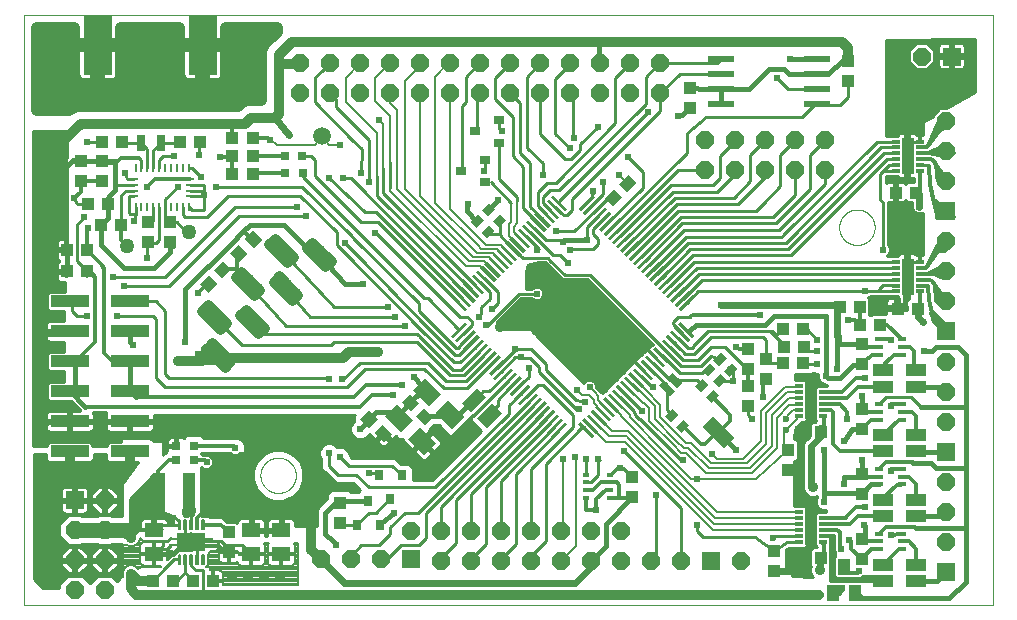
<source format=gtl>
G75*
%MOIN*%
%OFA0B0*%
%FSLAX25Y25*%
%IPPOS*%
%LPD*%
%AMOC8*
5,1,8,0,0,1.08239X$1,22.5*
%
%ADD10C,0.00000*%
%ADD11R,0.04331X0.03937*%
%ADD12R,0.07677X0.05906*%
%ADD13R,0.03150X0.03150*%
%ADD14R,0.02600X0.01200*%
%ADD15R,0.03900X0.12200*%
%ADD16R,0.02756X0.03543*%
%ADD17R,0.05000X0.02500*%
%ADD18R,0.10000X0.05000*%
%ADD19R,0.03937X0.04331*%
%ADD20R,0.08700X0.02400*%
%ADD21R,0.01969X0.01378*%
%ADD22R,0.01100X0.06600*%
%ADD23R,0.04331X0.07087*%
%ADD24C,0.00030*%
%ADD25R,0.00984X0.02657*%
%ADD26R,0.02657X0.00984*%
%ADD27R,0.02756X0.05512*%
%ADD28OC8,0.06000*%
%ADD29C,0.05000*%
%ADD30R,0.03150X0.01378*%
%ADD31R,0.06800X0.04330*%
%ADD32R,0.06000X0.06000*%
%ADD33R,0.03937X0.05512*%
%ADD34C,0.03000*%
%ADD35R,0.09500X0.20000*%
%ADD36C,0.02362*%
%ADD37R,0.14961X0.01102*%
%ADD38R,0.09449X0.06496*%
%ADD39C,0.00551*%
%ADD40R,0.04488X0.12992*%
%ADD41R,0.06299X0.05118*%
%ADD42R,0.13000X0.04000*%
%ADD43R,0.03100X0.03500*%
%ADD44R,0.03500X0.03100*%
%ADD45C,0.05906*%
%ADD46C,0.00800*%
%ADD47C,0.02400*%
%ADD48C,0.01000*%
%ADD49C,0.01200*%
%ADD50C,0.01600*%
%ADD51C,0.02381*%
%ADD52C,0.03200*%
%ADD53C,0.03562*%
%ADD54C,0.04000*%
%ADD55C,0.02400*%
%ADD56C,0.03169*%
%ADD57C,0.05000*%
D10*
X0005163Y0012652D02*
X0005163Y0209502D01*
X0327998Y0209502D01*
X0327998Y0012652D01*
X0005163Y0012652D01*
X0083903Y0055959D02*
X0083905Y0056112D01*
X0083911Y0056266D01*
X0083921Y0056419D01*
X0083935Y0056571D01*
X0083953Y0056724D01*
X0083975Y0056875D01*
X0084000Y0057026D01*
X0084030Y0057177D01*
X0084064Y0057327D01*
X0084101Y0057475D01*
X0084142Y0057623D01*
X0084187Y0057769D01*
X0084236Y0057915D01*
X0084289Y0058059D01*
X0084345Y0058201D01*
X0084405Y0058342D01*
X0084469Y0058482D01*
X0084536Y0058620D01*
X0084607Y0058756D01*
X0084682Y0058890D01*
X0084759Y0059022D01*
X0084841Y0059152D01*
X0084925Y0059280D01*
X0085013Y0059406D01*
X0085104Y0059529D01*
X0085198Y0059650D01*
X0085296Y0059768D01*
X0085396Y0059884D01*
X0085500Y0059997D01*
X0085606Y0060108D01*
X0085715Y0060216D01*
X0085827Y0060321D01*
X0085941Y0060422D01*
X0086059Y0060521D01*
X0086178Y0060617D01*
X0086300Y0060710D01*
X0086425Y0060799D01*
X0086552Y0060886D01*
X0086681Y0060968D01*
X0086812Y0061048D01*
X0086945Y0061124D01*
X0087080Y0061197D01*
X0087217Y0061266D01*
X0087356Y0061331D01*
X0087496Y0061393D01*
X0087638Y0061451D01*
X0087781Y0061506D01*
X0087926Y0061557D01*
X0088072Y0061604D01*
X0088219Y0061647D01*
X0088367Y0061686D01*
X0088516Y0061722D01*
X0088666Y0061753D01*
X0088817Y0061781D01*
X0088968Y0061805D01*
X0089121Y0061825D01*
X0089273Y0061841D01*
X0089426Y0061853D01*
X0089579Y0061861D01*
X0089732Y0061865D01*
X0089886Y0061865D01*
X0090039Y0061861D01*
X0090192Y0061853D01*
X0090345Y0061841D01*
X0090497Y0061825D01*
X0090650Y0061805D01*
X0090801Y0061781D01*
X0090952Y0061753D01*
X0091102Y0061722D01*
X0091251Y0061686D01*
X0091399Y0061647D01*
X0091546Y0061604D01*
X0091692Y0061557D01*
X0091837Y0061506D01*
X0091980Y0061451D01*
X0092122Y0061393D01*
X0092262Y0061331D01*
X0092401Y0061266D01*
X0092538Y0061197D01*
X0092673Y0061124D01*
X0092806Y0061048D01*
X0092937Y0060968D01*
X0093066Y0060886D01*
X0093193Y0060799D01*
X0093318Y0060710D01*
X0093440Y0060617D01*
X0093559Y0060521D01*
X0093677Y0060422D01*
X0093791Y0060321D01*
X0093903Y0060216D01*
X0094012Y0060108D01*
X0094118Y0059997D01*
X0094222Y0059884D01*
X0094322Y0059768D01*
X0094420Y0059650D01*
X0094514Y0059529D01*
X0094605Y0059406D01*
X0094693Y0059280D01*
X0094777Y0059152D01*
X0094859Y0059022D01*
X0094936Y0058890D01*
X0095011Y0058756D01*
X0095082Y0058620D01*
X0095149Y0058482D01*
X0095213Y0058342D01*
X0095273Y0058201D01*
X0095329Y0058059D01*
X0095382Y0057915D01*
X0095431Y0057769D01*
X0095476Y0057623D01*
X0095517Y0057475D01*
X0095554Y0057327D01*
X0095588Y0057177D01*
X0095618Y0057026D01*
X0095643Y0056875D01*
X0095665Y0056724D01*
X0095683Y0056571D01*
X0095697Y0056419D01*
X0095707Y0056266D01*
X0095713Y0056112D01*
X0095715Y0055959D01*
X0095713Y0055806D01*
X0095707Y0055652D01*
X0095697Y0055499D01*
X0095683Y0055347D01*
X0095665Y0055194D01*
X0095643Y0055043D01*
X0095618Y0054892D01*
X0095588Y0054741D01*
X0095554Y0054591D01*
X0095517Y0054443D01*
X0095476Y0054295D01*
X0095431Y0054149D01*
X0095382Y0054003D01*
X0095329Y0053859D01*
X0095273Y0053717D01*
X0095213Y0053576D01*
X0095149Y0053436D01*
X0095082Y0053298D01*
X0095011Y0053162D01*
X0094936Y0053028D01*
X0094859Y0052896D01*
X0094777Y0052766D01*
X0094693Y0052638D01*
X0094605Y0052512D01*
X0094514Y0052389D01*
X0094420Y0052268D01*
X0094322Y0052150D01*
X0094222Y0052034D01*
X0094118Y0051921D01*
X0094012Y0051810D01*
X0093903Y0051702D01*
X0093791Y0051597D01*
X0093677Y0051496D01*
X0093559Y0051397D01*
X0093440Y0051301D01*
X0093318Y0051208D01*
X0093193Y0051119D01*
X0093066Y0051032D01*
X0092937Y0050950D01*
X0092806Y0050870D01*
X0092673Y0050794D01*
X0092538Y0050721D01*
X0092401Y0050652D01*
X0092262Y0050587D01*
X0092122Y0050525D01*
X0091980Y0050467D01*
X0091837Y0050412D01*
X0091692Y0050361D01*
X0091546Y0050314D01*
X0091399Y0050271D01*
X0091251Y0050232D01*
X0091102Y0050196D01*
X0090952Y0050165D01*
X0090801Y0050137D01*
X0090650Y0050113D01*
X0090497Y0050093D01*
X0090345Y0050077D01*
X0090192Y0050065D01*
X0090039Y0050057D01*
X0089886Y0050053D01*
X0089732Y0050053D01*
X0089579Y0050057D01*
X0089426Y0050065D01*
X0089273Y0050077D01*
X0089121Y0050093D01*
X0088968Y0050113D01*
X0088817Y0050137D01*
X0088666Y0050165D01*
X0088516Y0050196D01*
X0088367Y0050232D01*
X0088219Y0050271D01*
X0088072Y0050314D01*
X0087926Y0050361D01*
X0087781Y0050412D01*
X0087638Y0050467D01*
X0087496Y0050525D01*
X0087356Y0050587D01*
X0087217Y0050652D01*
X0087080Y0050721D01*
X0086945Y0050794D01*
X0086812Y0050870D01*
X0086681Y0050950D01*
X0086552Y0051032D01*
X0086425Y0051119D01*
X0086300Y0051208D01*
X0086178Y0051301D01*
X0086059Y0051397D01*
X0085941Y0051496D01*
X0085827Y0051597D01*
X0085715Y0051702D01*
X0085606Y0051810D01*
X0085500Y0051921D01*
X0085396Y0052034D01*
X0085296Y0052150D01*
X0085198Y0052268D01*
X0085104Y0052389D01*
X0085013Y0052512D01*
X0084925Y0052638D01*
X0084841Y0052766D01*
X0084759Y0052896D01*
X0084682Y0053028D01*
X0084607Y0053162D01*
X0084536Y0053298D01*
X0084469Y0053436D01*
X0084405Y0053576D01*
X0084345Y0053717D01*
X0084289Y0053859D01*
X0084236Y0054003D01*
X0084187Y0054149D01*
X0084142Y0054295D01*
X0084101Y0054443D01*
X0084064Y0054591D01*
X0084030Y0054741D01*
X0084000Y0054892D01*
X0083975Y0055043D01*
X0083953Y0055194D01*
X0083935Y0055347D01*
X0083921Y0055499D01*
X0083911Y0055652D01*
X0083905Y0055806D01*
X0083903Y0055959D01*
X0276816Y0138636D02*
X0276818Y0138789D01*
X0276824Y0138943D01*
X0276834Y0139096D01*
X0276848Y0139248D01*
X0276866Y0139401D01*
X0276888Y0139552D01*
X0276913Y0139703D01*
X0276943Y0139854D01*
X0276977Y0140004D01*
X0277014Y0140152D01*
X0277055Y0140300D01*
X0277100Y0140446D01*
X0277149Y0140592D01*
X0277202Y0140736D01*
X0277258Y0140878D01*
X0277318Y0141019D01*
X0277382Y0141159D01*
X0277449Y0141297D01*
X0277520Y0141433D01*
X0277595Y0141567D01*
X0277672Y0141699D01*
X0277754Y0141829D01*
X0277838Y0141957D01*
X0277926Y0142083D01*
X0278017Y0142206D01*
X0278111Y0142327D01*
X0278209Y0142445D01*
X0278309Y0142561D01*
X0278413Y0142674D01*
X0278519Y0142785D01*
X0278628Y0142893D01*
X0278740Y0142998D01*
X0278854Y0143099D01*
X0278972Y0143198D01*
X0279091Y0143294D01*
X0279213Y0143387D01*
X0279338Y0143476D01*
X0279465Y0143563D01*
X0279594Y0143645D01*
X0279725Y0143725D01*
X0279858Y0143801D01*
X0279993Y0143874D01*
X0280130Y0143943D01*
X0280269Y0144008D01*
X0280409Y0144070D01*
X0280551Y0144128D01*
X0280694Y0144183D01*
X0280839Y0144234D01*
X0280985Y0144281D01*
X0281132Y0144324D01*
X0281280Y0144363D01*
X0281429Y0144399D01*
X0281579Y0144430D01*
X0281730Y0144458D01*
X0281881Y0144482D01*
X0282034Y0144502D01*
X0282186Y0144518D01*
X0282339Y0144530D01*
X0282492Y0144538D01*
X0282645Y0144542D01*
X0282799Y0144542D01*
X0282952Y0144538D01*
X0283105Y0144530D01*
X0283258Y0144518D01*
X0283410Y0144502D01*
X0283563Y0144482D01*
X0283714Y0144458D01*
X0283865Y0144430D01*
X0284015Y0144399D01*
X0284164Y0144363D01*
X0284312Y0144324D01*
X0284459Y0144281D01*
X0284605Y0144234D01*
X0284750Y0144183D01*
X0284893Y0144128D01*
X0285035Y0144070D01*
X0285175Y0144008D01*
X0285314Y0143943D01*
X0285451Y0143874D01*
X0285586Y0143801D01*
X0285719Y0143725D01*
X0285850Y0143645D01*
X0285979Y0143563D01*
X0286106Y0143476D01*
X0286231Y0143387D01*
X0286353Y0143294D01*
X0286472Y0143198D01*
X0286590Y0143099D01*
X0286704Y0142998D01*
X0286816Y0142893D01*
X0286925Y0142785D01*
X0287031Y0142674D01*
X0287135Y0142561D01*
X0287235Y0142445D01*
X0287333Y0142327D01*
X0287427Y0142206D01*
X0287518Y0142083D01*
X0287606Y0141957D01*
X0287690Y0141829D01*
X0287772Y0141699D01*
X0287849Y0141567D01*
X0287924Y0141433D01*
X0287995Y0141297D01*
X0288062Y0141159D01*
X0288126Y0141019D01*
X0288186Y0140878D01*
X0288242Y0140736D01*
X0288295Y0140592D01*
X0288344Y0140446D01*
X0288389Y0140300D01*
X0288430Y0140152D01*
X0288467Y0140004D01*
X0288501Y0139854D01*
X0288531Y0139703D01*
X0288556Y0139552D01*
X0288578Y0139401D01*
X0288596Y0139248D01*
X0288610Y0139096D01*
X0288620Y0138943D01*
X0288626Y0138789D01*
X0288628Y0138636D01*
X0288626Y0138483D01*
X0288620Y0138329D01*
X0288610Y0138176D01*
X0288596Y0138024D01*
X0288578Y0137871D01*
X0288556Y0137720D01*
X0288531Y0137569D01*
X0288501Y0137418D01*
X0288467Y0137268D01*
X0288430Y0137120D01*
X0288389Y0136972D01*
X0288344Y0136826D01*
X0288295Y0136680D01*
X0288242Y0136536D01*
X0288186Y0136394D01*
X0288126Y0136253D01*
X0288062Y0136113D01*
X0287995Y0135975D01*
X0287924Y0135839D01*
X0287849Y0135705D01*
X0287772Y0135573D01*
X0287690Y0135443D01*
X0287606Y0135315D01*
X0287518Y0135189D01*
X0287427Y0135066D01*
X0287333Y0134945D01*
X0287235Y0134827D01*
X0287135Y0134711D01*
X0287031Y0134598D01*
X0286925Y0134487D01*
X0286816Y0134379D01*
X0286704Y0134274D01*
X0286590Y0134173D01*
X0286472Y0134074D01*
X0286353Y0133978D01*
X0286231Y0133885D01*
X0286106Y0133796D01*
X0285979Y0133709D01*
X0285850Y0133627D01*
X0285719Y0133547D01*
X0285586Y0133471D01*
X0285451Y0133398D01*
X0285314Y0133329D01*
X0285175Y0133264D01*
X0285035Y0133202D01*
X0284893Y0133144D01*
X0284750Y0133089D01*
X0284605Y0133038D01*
X0284459Y0132991D01*
X0284312Y0132948D01*
X0284164Y0132909D01*
X0284015Y0132873D01*
X0283865Y0132842D01*
X0283714Y0132814D01*
X0283563Y0132790D01*
X0283410Y0132770D01*
X0283258Y0132754D01*
X0283105Y0132742D01*
X0282952Y0132734D01*
X0282799Y0132730D01*
X0282645Y0132730D01*
X0282492Y0132734D01*
X0282339Y0132742D01*
X0282186Y0132754D01*
X0282034Y0132770D01*
X0281881Y0132790D01*
X0281730Y0132814D01*
X0281579Y0132842D01*
X0281429Y0132873D01*
X0281280Y0132909D01*
X0281132Y0132948D01*
X0280985Y0132991D01*
X0280839Y0133038D01*
X0280694Y0133089D01*
X0280551Y0133144D01*
X0280409Y0133202D01*
X0280269Y0133264D01*
X0280130Y0133329D01*
X0279993Y0133398D01*
X0279858Y0133471D01*
X0279725Y0133547D01*
X0279594Y0133627D01*
X0279465Y0133709D01*
X0279338Y0133796D01*
X0279213Y0133885D01*
X0279091Y0133978D01*
X0278972Y0134074D01*
X0278854Y0134173D01*
X0278740Y0134274D01*
X0278628Y0134379D01*
X0278519Y0134487D01*
X0278413Y0134598D01*
X0278309Y0134711D01*
X0278209Y0134827D01*
X0278111Y0134945D01*
X0278017Y0135066D01*
X0277926Y0135189D01*
X0277838Y0135315D01*
X0277754Y0135443D01*
X0277672Y0135573D01*
X0277595Y0135705D01*
X0277520Y0135839D01*
X0277449Y0135975D01*
X0277382Y0136113D01*
X0277318Y0136253D01*
X0277258Y0136394D01*
X0277202Y0136536D01*
X0277149Y0136680D01*
X0277100Y0136826D01*
X0277055Y0136972D01*
X0277014Y0137120D01*
X0276977Y0137268D01*
X0276943Y0137418D01*
X0276913Y0137569D01*
X0276888Y0137720D01*
X0276866Y0137871D01*
X0276848Y0138024D01*
X0276834Y0138176D01*
X0276824Y0138329D01*
X0276818Y0138483D01*
X0276816Y0138636D01*
D11*
X0295769Y0150220D03*
X0302461Y0150220D03*
X0302983Y0111531D03*
X0296291Y0111531D03*
X0283678Y0111915D03*
X0276985Y0111915D03*
X0264678Y0104715D03*
X0257985Y0104715D03*
X0252531Y0094861D03*
X0258185Y0093315D03*
X0264878Y0093315D03*
X0252531Y0088169D03*
X0246531Y0085861D03*
X0246531Y0079169D03*
X0264185Y0070315D03*
X0270878Y0070315D03*
X0270878Y0028515D03*
X0264185Y0028515D03*
G36*
X0138742Y0072643D02*
X0135681Y0075704D01*
X0138464Y0078487D01*
X0141525Y0075426D01*
X0138742Y0072643D01*
G37*
G36*
X0134010Y0077376D02*
X0130949Y0080437D01*
X0133732Y0083220D01*
X0136793Y0080159D01*
X0134010Y0077376D01*
G37*
G36*
X0124942Y0067043D02*
X0121881Y0070104D01*
X0124664Y0072887D01*
X0127725Y0069826D01*
X0124942Y0067043D01*
G37*
G36*
X0120210Y0071776D02*
X0117149Y0074837D01*
X0119932Y0077620D01*
X0122993Y0074559D01*
X0120210Y0071776D01*
G37*
X0110331Y0046861D03*
X0110331Y0040169D03*
G36*
X0069487Y0119888D02*
X0066426Y0116827D01*
X0063643Y0119610D01*
X0066704Y0122671D01*
X0069487Y0119888D01*
G37*
G36*
X0074220Y0124620D02*
X0071159Y0121559D01*
X0068376Y0124342D01*
X0071437Y0127403D01*
X0074220Y0124620D01*
G37*
X0053731Y0133569D03*
X0053731Y0140261D03*
X0033092Y0146352D03*
X0026399Y0146352D03*
X0031185Y0166915D03*
X0037878Y0166915D03*
X0056985Y0166915D03*
X0063678Y0166915D03*
G36*
X0198738Y0148289D02*
X0201799Y0151350D01*
X0204582Y0148567D01*
X0201521Y0145506D01*
X0198738Y0148289D01*
G37*
G36*
X0203470Y0153022D02*
X0206531Y0156083D01*
X0209314Y0153300D01*
X0206253Y0150239D01*
X0203470Y0153022D01*
G37*
X0279601Y0187498D03*
X0279601Y0194191D03*
D12*
G36*
X0140034Y0078958D02*
X0134608Y0084384D01*
X0138784Y0088560D01*
X0144210Y0083134D01*
X0140034Y0078958D01*
G37*
G36*
X0147690Y0071303D02*
X0142264Y0076729D01*
X0146440Y0080905D01*
X0151866Y0075479D01*
X0147690Y0071303D01*
G37*
G36*
X0138384Y0062486D02*
X0132958Y0067912D01*
X0137134Y0072088D01*
X0142560Y0066662D01*
X0138384Y0062486D01*
G37*
G36*
X0130729Y0070142D02*
X0125303Y0075568D01*
X0129479Y0079744D01*
X0134905Y0074318D01*
X0130729Y0070142D01*
G37*
D13*
X0061684Y0065715D03*
X0061684Y0060915D03*
X0055779Y0060915D03*
X0055779Y0065715D03*
X0092084Y0156631D03*
X0091984Y0162331D03*
X0097890Y0162331D03*
X0097990Y0156631D03*
D14*
X0263531Y0085615D03*
X0263531Y0083715D03*
X0263531Y0081715D03*
X0263531Y0079715D03*
X0263531Y0077715D03*
X0263531Y0075815D03*
X0271531Y0075815D03*
X0271531Y0077715D03*
X0271531Y0079715D03*
X0271531Y0081715D03*
X0271531Y0083715D03*
X0271531Y0085615D03*
X0295615Y0117320D03*
X0295615Y0119220D03*
X0295615Y0121220D03*
X0295615Y0123220D03*
X0295615Y0125220D03*
X0295615Y0127120D03*
X0303615Y0127120D03*
X0303615Y0125220D03*
X0303615Y0123220D03*
X0303615Y0121220D03*
X0303615Y0119220D03*
X0303615Y0117320D03*
X0303615Y0157420D03*
X0303615Y0159320D03*
X0303615Y0161320D03*
X0303615Y0163320D03*
X0303615Y0165320D03*
X0303615Y0167220D03*
X0295615Y0167220D03*
X0295615Y0165320D03*
X0295615Y0163320D03*
X0295615Y0161320D03*
X0295615Y0159320D03*
X0295615Y0157420D03*
X0271531Y0043615D03*
X0271531Y0041715D03*
X0271531Y0039715D03*
X0271531Y0037715D03*
X0271531Y0035715D03*
X0271531Y0033815D03*
X0263531Y0033815D03*
X0263531Y0035715D03*
X0263531Y0037715D03*
X0263531Y0039715D03*
X0263531Y0041715D03*
X0263531Y0043615D03*
D15*
X0267531Y0038715D03*
X0267531Y0080715D03*
X0299615Y0122220D03*
X0299615Y0162320D03*
D16*
G36*
X0236782Y0092447D02*
X0234833Y0094396D01*
X0237336Y0096899D01*
X0239285Y0094950D01*
X0236782Y0092447D01*
G37*
G36*
X0233150Y0088915D02*
X0231201Y0090864D01*
X0233704Y0093367D01*
X0235653Y0091418D01*
X0233150Y0088915D01*
G37*
G36*
X0231304Y0088167D02*
X0233253Y0086218D01*
X0230750Y0083715D01*
X0228801Y0085664D01*
X0231304Y0088167D01*
G37*
G36*
X0236770Y0085296D02*
X0234821Y0087245D01*
X0237324Y0089748D01*
X0239273Y0087799D01*
X0236770Y0085296D01*
G37*
G36*
X0234924Y0084548D02*
X0236873Y0082599D01*
X0234370Y0080096D01*
X0232421Y0082045D01*
X0234924Y0084548D01*
G37*
G36*
X0240401Y0088827D02*
X0238452Y0090776D01*
X0240955Y0093279D01*
X0242904Y0091330D01*
X0240401Y0088827D01*
G37*
G36*
X0221304Y0078167D02*
X0223253Y0076218D01*
X0220750Y0073715D01*
X0218801Y0075664D01*
X0221304Y0078167D01*
G37*
G36*
X0224924Y0074548D02*
X0226873Y0072599D01*
X0224370Y0070096D01*
X0222421Y0072045D01*
X0224924Y0074548D01*
G37*
G36*
X0160124Y0139348D02*
X0162073Y0137399D01*
X0159570Y0134896D01*
X0157621Y0136845D01*
X0160124Y0139348D01*
G37*
G36*
X0163874Y0143098D02*
X0165823Y0141149D01*
X0163320Y0138646D01*
X0161371Y0140595D01*
X0163874Y0143098D01*
G37*
G36*
X0160254Y0146717D02*
X0162203Y0144768D01*
X0159700Y0142265D01*
X0157751Y0144214D01*
X0160254Y0146717D01*
G37*
G36*
X0156504Y0142967D02*
X0158453Y0141018D01*
X0155950Y0138515D01*
X0154001Y0140464D01*
X0156504Y0142967D01*
G37*
D17*
G36*
X0222896Y0084922D02*
X0219362Y0088456D01*
X0221130Y0090224D01*
X0224664Y0086690D01*
X0222896Y0084922D01*
G37*
G36*
X0220279Y0082305D02*
X0216745Y0085839D01*
X0218513Y0087607D01*
X0222047Y0084073D01*
X0220279Y0082305D01*
G37*
D18*
G36*
X0234889Y0075615D02*
X0241959Y0068545D01*
X0238423Y0065009D01*
X0231353Y0072079D01*
X0234889Y0075615D01*
G37*
X0067026Y0094998D03*
D19*
X0026078Y0123915D03*
X0019385Y0123915D03*
X0019385Y0131115D03*
X0026078Y0131115D03*
X0030799Y0139352D03*
X0037492Y0139352D03*
X0046531Y0140261D03*
X0046531Y0133569D03*
X0031131Y0154169D03*
X0023931Y0154169D03*
X0023931Y0160861D03*
X0031131Y0160861D03*
X0074585Y0162315D03*
X0074585Y0156315D03*
X0081278Y0156315D03*
X0081278Y0162315D03*
X0081278Y0168315D03*
X0074585Y0168315D03*
G36*
X0078576Y0134820D02*
X0081359Y0137603D01*
X0084420Y0134542D01*
X0081637Y0131759D01*
X0078576Y0134820D01*
G37*
G36*
X0073843Y0130088D02*
X0076626Y0132871D01*
X0079687Y0129810D01*
X0076904Y0127027D01*
X0073843Y0130088D01*
G37*
X0073331Y0037061D03*
X0073331Y0030369D03*
X0068078Y0020715D03*
X0061385Y0020715D03*
X0054878Y0020715D03*
X0048185Y0020715D03*
X0207787Y0048585D03*
X0207787Y0055278D03*
X0246531Y0091369D03*
X0246531Y0098061D03*
X0258385Y0098715D03*
X0265078Y0098715D03*
X0284331Y0099661D03*
X0283785Y0106115D03*
X0290478Y0106115D03*
X0284331Y0092969D03*
X0284331Y0078061D03*
X0284331Y0071369D03*
X0284331Y0056461D03*
X0284331Y0049769D03*
X0284331Y0034861D03*
X0284331Y0028169D03*
X0254931Y0030661D03*
X0254931Y0023969D03*
X0259731Y0057569D03*
X0259731Y0064261D03*
X0227131Y0178417D03*
X0227131Y0185109D03*
D20*
X0237548Y0184750D03*
X0237548Y0179750D03*
X0237548Y0189750D03*
X0237548Y0194750D03*
X0269398Y0194750D03*
X0269398Y0189750D03*
X0269398Y0184750D03*
X0269398Y0179750D03*
D21*
X0200522Y0056170D03*
X0200522Y0053611D03*
X0200522Y0051052D03*
X0200522Y0048493D03*
X0192452Y0048493D03*
X0192452Y0051052D03*
X0192452Y0053611D03*
X0192452Y0056170D03*
D22*
G36*
X0189840Y0072975D02*
X0190618Y0073753D01*
X0195284Y0069087D01*
X0194506Y0068309D01*
X0189840Y0072975D01*
G37*
G36*
X0191184Y0074318D02*
X0191962Y0075096D01*
X0196628Y0070430D01*
X0195850Y0069652D01*
X0191184Y0074318D01*
G37*
G36*
X0192598Y0075732D02*
X0193376Y0076510D01*
X0198042Y0071844D01*
X0197264Y0071066D01*
X0192598Y0075732D01*
G37*
G36*
X0194012Y0077146D02*
X0194790Y0077924D01*
X0199456Y0073258D01*
X0198678Y0072480D01*
X0194012Y0077146D01*
G37*
G36*
X0195427Y0078561D02*
X0196205Y0079339D01*
X0200871Y0074673D01*
X0200093Y0073895D01*
X0195427Y0078561D01*
G37*
G36*
X0196770Y0079904D02*
X0197548Y0080682D01*
X0202214Y0076016D01*
X0201436Y0075238D01*
X0196770Y0079904D01*
G37*
G36*
X0198184Y0081318D02*
X0198962Y0082096D01*
X0203628Y0077430D01*
X0202850Y0076652D01*
X0198184Y0081318D01*
G37*
G36*
X0199599Y0082733D02*
X0200377Y0083511D01*
X0205043Y0078845D01*
X0204265Y0078067D01*
X0199599Y0082733D01*
G37*
G36*
X0200942Y0084076D02*
X0201720Y0084854D01*
X0206386Y0080188D01*
X0205608Y0079410D01*
X0200942Y0084076D01*
G37*
G36*
X0202356Y0085490D02*
X0203134Y0086268D01*
X0207800Y0081602D01*
X0207022Y0080824D01*
X0202356Y0085490D01*
G37*
G36*
X0203770Y0086905D02*
X0204548Y0087683D01*
X0209214Y0083017D01*
X0208436Y0082239D01*
X0203770Y0086905D01*
G37*
G36*
X0205114Y0088248D02*
X0205892Y0089026D01*
X0210558Y0084360D01*
X0209780Y0083582D01*
X0205114Y0088248D01*
G37*
G36*
X0206528Y0089662D02*
X0207306Y0090440D01*
X0211972Y0085774D01*
X0211194Y0084996D01*
X0206528Y0089662D01*
G37*
G36*
X0207942Y0091077D02*
X0208720Y0091855D01*
X0213386Y0087189D01*
X0212608Y0086411D01*
X0207942Y0091077D01*
G37*
G36*
X0209286Y0092420D02*
X0210064Y0093198D01*
X0214730Y0088532D01*
X0213952Y0087754D01*
X0209286Y0092420D01*
G37*
G36*
X0210700Y0093834D02*
X0211478Y0094612D01*
X0216144Y0089946D01*
X0215366Y0089168D01*
X0210700Y0093834D01*
G37*
G36*
X0212114Y0095248D02*
X0212892Y0096026D01*
X0217558Y0091360D01*
X0216780Y0090582D01*
X0212114Y0095248D01*
G37*
G36*
X0213458Y0096592D02*
X0214236Y0097370D01*
X0218902Y0092704D01*
X0218124Y0091926D01*
X0213458Y0096592D01*
G37*
G36*
X0214872Y0098006D02*
X0215650Y0098784D01*
X0220316Y0094118D01*
X0219538Y0093340D01*
X0214872Y0098006D01*
G37*
G36*
X0216286Y0099420D02*
X0217064Y0100198D01*
X0221730Y0095532D01*
X0220952Y0094754D01*
X0216286Y0099420D01*
G37*
G36*
X0217630Y0100764D02*
X0218408Y0101542D01*
X0223074Y0096876D01*
X0222296Y0096098D01*
X0217630Y0100764D01*
G37*
G36*
X0219044Y0102178D02*
X0219822Y0102956D01*
X0224488Y0098290D01*
X0223710Y0097512D01*
X0219044Y0102178D01*
G37*
G36*
X0220458Y0103592D02*
X0221236Y0104370D01*
X0225902Y0099704D01*
X0225124Y0098926D01*
X0220458Y0103592D01*
G37*
G36*
X0221872Y0105006D02*
X0222650Y0105784D01*
X0227316Y0101118D01*
X0226538Y0100340D01*
X0221872Y0105006D01*
G37*
G36*
X0223216Y0106350D02*
X0223994Y0107128D01*
X0228660Y0102462D01*
X0227882Y0101684D01*
X0223216Y0106350D01*
G37*
G36*
X0223994Y0110735D02*
X0223216Y0111513D01*
X0227882Y0116179D01*
X0228660Y0115401D01*
X0223994Y0110735D01*
G37*
G36*
X0222650Y0112078D02*
X0221872Y0112856D01*
X0226538Y0117522D01*
X0227316Y0116744D01*
X0222650Y0112078D01*
G37*
G36*
X0221236Y0113493D02*
X0220458Y0114271D01*
X0225124Y0118937D01*
X0225902Y0118159D01*
X0221236Y0113493D01*
G37*
G36*
X0219822Y0114907D02*
X0219044Y0115685D01*
X0223710Y0120351D01*
X0224488Y0119573D01*
X0219822Y0114907D01*
G37*
G36*
X0218408Y0116321D02*
X0217630Y0117099D01*
X0222296Y0121765D01*
X0223074Y0120987D01*
X0218408Y0116321D01*
G37*
G36*
X0217064Y0117665D02*
X0216286Y0118443D01*
X0220952Y0123109D01*
X0221730Y0122331D01*
X0217064Y0117665D01*
G37*
G36*
X0215650Y0119079D02*
X0214872Y0119857D01*
X0219538Y0124523D01*
X0220316Y0123745D01*
X0215650Y0119079D01*
G37*
G36*
X0214236Y0120493D02*
X0213458Y0121271D01*
X0218124Y0125937D01*
X0218902Y0125159D01*
X0214236Y0120493D01*
G37*
G36*
X0212892Y0121837D02*
X0212114Y0122615D01*
X0216780Y0127281D01*
X0217558Y0126503D01*
X0212892Y0121837D01*
G37*
G36*
X0211478Y0123251D02*
X0210700Y0124029D01*
X0215366Y0128695D01*
X0216144Y0127917D01*
X0211478Y0123251D01*
G37*
G36*
X0210064Y0124665D02*
X0209286Y0125443D01*
X0213952Y0130109D01*
X0214730Y0129331D01*
X0210064Y0124665D01*
G37*
G36*
X0208720Y0126008D02*
X0207942Y0126786D01*
X0212608Y0131452D01*
X0213386Y0130674D01*
X0208720Y0126008D01*
G37*
G36*
X0207306Y0127423D02*
X0206528Y0128201D01*
X0211194Y0132867D01*
X0211972Y0132089D01*
X0207306Y0127423D01*
G37*
G36*
X0205892Y0128837D02*
X0205114Y0129615D01*
X0209780Y0134281D01*
X0210558Y0133503D01*
X0205892Y0128837D01*
G37*
G36*
X0204548Y0130180D02*
X0203770Y0130958D01*
X0208436Y0135624D01*
X0209214Y0134846D01*
X0204548Y0130180D01*
G37*
G36*
X0203134Y0131595D02*
X0202356Y0132373D01*
X0207022Y0137039D01*
X0207800Y0136261D01*
X0203134Y0131595D01*
G37*
G36*
X0201720Y0133009D02*
X0200942Y0133787D01*
X0205608Y0138453D01*
X0206386Y0137675D01*
X0201720Y0133009D01*
G37*
G36*
X0200377Y0134352D02*
X0199599Y0135130D01*
X0204265Y0139796D01*
X0205043Y0139018D01*
X0200377Y0134352D01*
G37*
G36*
X0198962Y0135767D02*
X0198184Y0136545D01*
X0202850Y0141211D01*
X0203628Y0140433D01*
X0198962Y0135767D01*
G37*
G36*
X0197548Y0137181D02*
X0196770Y0137959D01*
X0201436Y0142625D01*
X0202214Y0141847D01*
X0197548Y0137181D01*
G37*
G36*
X0196205Y0138524D02*
X0195427Y0139302D01*
X0200093Y0143968D01*
X0200871Y0143190D01*
X0196205Y0138524D01*
G37*
G36*
X0194790Y0139938D02*
X0194012Y0140716D01*
X0198678Y0145382D01*
X0199456Y0144604D01*
X0194790Y0139938D01*
G37*
G36*
X0193376Y0141353D02*
X0192598Y0142131D01*
X0197264Y0146797D01*
X0198042Y0146019D01*
X0193376Y0141353D01*
G37*
G36*
X0191962Y0142767D02*
X0191184Y0143545D01*
X0195850Y0148211D01*
X0196628Y0147433D01*
X0191962Y0142767D01*
G37*
G36*
X0190618Y0144110D02*
X0189840Y0144888D01*
X0194506Y0149554D01*
X0195284Y0148776D01*
X0190618Y0144110D01*
G37*
G36*
X0180790Y0148776D02*
X0181568Y0149554D01*
X0186234Y0144888D01*
X0185456Y0144110D01*
X0180790Y0148776D01*
G37*
G36*
X0179446Y0147433D02*
X0180224Y0148211D01*
X0184890Y0143545D01*
X0184112Y0142767D01*
X0179446Y0147433D01*
G37*
G36*
X0178032Y0146019D02*
X0178810Y0146797D01*
X0183476Y0142131D01*
X0182698Y0141353D01*
X0178032Y0146019D01*
G37*
G36*
X0176618Y0144604D02*
X0177396Y0145382D01*
X0182062Y0140716D01*
X0181284Y0139938D01*
X0176618Y0144604D01*
G37*
G36*
X0175203Y0143190D02*
X0175981Y0143968D01*
X0180647Y0139302D01*
X0179869Y0138524D01*
X0175203Y0143190D01*
G37*
G36*
X0173860Y0141847D02*
X0174638Y0142625D01*
X0179304Y0137959D01*
X0178526Y0137181D01*
X0173860Y0141847D01*
G37*
G36*
X0172446Y0140433D02*
X0173224Y0141211D01*
X0177890Y0136545D01*
X0177112Y0135767D01*
X0172446Y0140433D01*
G37*
G36*
X0171031Y0139018D02*
X0171809Y0139796D01*
X0176475Y0135130D01*
X0175697Y0134352D01*
X0171031Y0139018D01*
G37*
G36*
X0169688Y0137675D02*
X0170466Y0138453D01*
X0175132Y0133787D01*
X0174354Y0133009D01*
X0169688Y0137675D01*
G37*
G36*
X0168274Y0136261D02*
X0169052Y0137039D01*
X0173718Y0132373D01*
X0172940Y0131595D01*
X0168274Y0136261D01*
G37*
G36*
X0166860Y0134846D02*
X0167638Y0135624D01*
X0172304Y0130958D01*
X0171526Y0130180D01*
X0166860Y0134846D01*
G37*
G36*
X0165516Y0133503D02*
X0166294Y0134281D01*
X0170960Y0129615D01*
X0170182Y0128837D01*
X0165516Y0133503D01*
G37*
G36*
X0164102Y0132089D02*
X0164880Y0132867D01*
X0169546Y0128201D01*
X0168768Y0127423D01*
X0164102Y0132089D01*
G37*
G36*
X0162688Y0130674D02*
X0163466Y0131452D01*
X0168132Y0126786D01*
X0167354Y0126008D01*
X0162688Y0130674D01*
G37*
G36*
X0161344Y0129331D02*
X0162122Y0130109D01*
X0166788Y0125443D01*
X0166010Y0124665D01*
X0161344Y0129331D01*
G37*
G36*
X0159930Y0127917D02*
X0160708Y0128695D01*
X0165374Y0124029D01*
X0164596Y0123251D01*
X0159930Y0127917D01*
G37*
G36*
X0158516Y0126503D02*
X0159294Y0127281D01*
X0163960Y0122615D01*
X0163182Y0121837D01*
X0158516Y0126503D01*
G37*
G36*
X0157172Y0125159D02*
X0157950Y0125937D01*
X0162616Y0121271D01*
X0161838Y0120493D01*
X0157172Y0125159D01*
G37*
G36*
X0155758Y0123745D02*
X0156536Y0124523D01*
X0161202Y0119857D01*
X0160424Y0119079D01*
X0155758Y0123745D01*
G37*
G36*
X0154344Y0122331D02*
X0155122Y0123109D01*
X0159788Y0118443D01*
X0159010Y0117665D01*
X0154344Y0122331D01*
G37*
G36*
X0153000Y0120987D02*
X0153778Y0121765D01*
X0158444Y0117099D01*
X0157666Y0116321D01*
X0153000Y0120987D01*
G37*
G36*
X0151586Y0119573D02*
X0152364Y0120351D01*
X0157030Y0115685D01*
X0156252Y0114907D01*
X0151586Y0119573D01*
G37*
G36*
X0150172Y0118159D02*
X0150950Y0118937D01*
X0155616Y0114271D01*
X0154838Y0113493D01*
X0150172Y0118159D01*
G37*
G36*
X0148758Y0116744D02*
X0149536Y0117522D01*
X0154202Y0112856D01*
X0153424Y0112078D01*
X0148758Y0116744D01*
G37*
G36*
X0147414Y0115401D02*
X0148192Y0116179D01*
X0152858Y0111513D01*
X0152080Y0110735D01*
X0147414Y0115401D01*
G37*
G36*
X0148192Y0101684D02*
X0147414Y0102462D01*
X0152080Y0107128D01*
X0152858Y0106350D01*
X0148192Y0101684D01*
G37*
G36*
X0149536Y0100340D02*
X0148758Y0101118D01*
X0153424Y0105784D01*
X0154202Y0105006D01*
X0149536Y0100340D01*
G37*
G36*
X0150950Y0098926D02*
X0150172Y0099704D01*
X0154838Y0104370D01*
X0155616Y0103592D01*
X0150950Y0098926D01*
G37*
G36*
X0152364Y0097512D02*
X0151586Y0098290D01*
X0156252Y0102956D01*
X0157030Y0102178D01*
X0152364Y0097512D01*
G37*
G36*
X0153778Y0096098D02*
X0153000Y0096876D01*
X0157666Y0101542D01*
X0158444Y0100764D01*
X0153778Y0096098D01*
G37*
G36*
X0155122Y0094754D02*
X0154344Y0095532D01*
X0159010Y0100198D01*
X0159788Y0099420D01*
X0155122Y0094754D01*
G37*
G36*
X0156536Y0093340D02*
X0155758Y0094118D01*
X0160424Y0098784D01*
X0161202Y0098006D01*
X0156536Y0093340D01*
G37*
G36*
X0157950Y0091926D02*
X0157172Y0092704D01*
X0161838Y0097370D01*
X0162616Y0096592D01*
X0157950Y0091926D01*
G37*
G36*
X0159294Y0090582D02*
X0158516Y0091360D01*
X0163182Y0096026D01*
X0163960Y0095248D01*
X0159294Y0090582D01*
G37*
G36*
X0160708Y0089168D02*
X0159930Y0089946D01*
X0164596Y0094612D01*
X0165374Y0093834D01*
X0160708Y0089168D01*
G37*
G36*
X0162122Y0087754D02*
X0161344Y0088532D01*
X0166010Y0093198D01*
X0166788Y0092420D01*
X0162122Y0087754D01*
G37*
G36*
X0163466Y0086411D02*
X0162688Y0087189D01*
X0167354Y0091855D01*
X0168132Y0091077D01*
X0163466Y0086411D01*
G37*
G36*
X0164880Y0084996D02*
X0164102Y0085774D01*
X0168768Y0090440D01*
X0169546Y0089662D01*
X0164880Y0084996D01*
G37*
G36*
X0166294Y0083582D02*
X0165516Y0084360D01*
X0170182Y0089026D01*
X0170960Y0088248D01*
X0166294Y0083582D01*
G37*
G36*
X0167638Y0082239D02*
X0166860Y0083017D01*
X0171526Y0087683D01*
X0172304Y0086905D01*
X0167638Y0082239D01*
G37*
G36*
X0169052Y0080824D02*
X0168274Y0081602D01*
X0172940Y0086268D01*
X0173718Y0085490D01*
X0169052Y0080824D01*
G37*
G36*
X0170466Y0079410D02*
X0169688Y0080188D01*
X0174354Y0084854D01*
X0175132Y0084076D01*
X0170466Y0079410D01*
G37*
G36*
X0171809Y0078067D02*
X0171031Y0078845D01*
X0175697Y0083511D01*
X0176475Y0082733D01*
X0171809Y0078067D01*
G37*
G36*
X0173224Y0076652D02*
X0172446Y0077430D01*
X0177112Y0082096D01*
X0177890Y0081318D01*
X0173224Y0076652D01*
G37*
G36*
X0174638Y0075238D02*
X0173860Y0076016D01*
X0178526Y0080682D01*
X0179304Y0079904D01*
X0174638Y0075238D01*
G37*
G36*
X0175981Y0073895D02*
X0175203Y0074673D01*
X0179869Y0079339D01*
X0180647Y0078561D01*
X0175981Y0073895D01*
G37*
G36*
X0177396Y0072480D02*
X0176618Y0073258D01*
X0181284Y0077924D01*
X0182062Y0077146D01*
X0177396Y0072480D01*
G37*
G36*
X0178810Y0071066D02*
X0178032Y0071844D01*
X0182698Y0076510D01*
X0183476Y0075732D01*
X0178810Y0071066D01*
G37*
G36*
X0180224Y0069652D02*
X0179446Y0070430D01*
X0184112Y0075096D01*
X0184890Y0074318D01*
X0180224Y0069652D01*
G37*
G36*
X0181568Y0068309D02*
X0180790Y0069087D01*
X0185456Y0073753D01*
X0186234Y0072975D01*
X0181568Y0068309D01*
G37*
D23*
G36*
X0159279Y0071879D02*
X0156217Y0074941D01*
X0161227Y0079951D01*
X0164289Y0076889D01*
X0159279Y0071879D01*
G37*
G36*
X0154047Y0077112D02*
X0150985Y0080174D01*
X0155995Y0085184D01*
X0159057Y0082122D01*
X0154047Y0077112D01*
G37*
D24*
X0070111Y0094713D02*
X0068941Y0094713D01*
X0068941Y0095283D01*
X0070111Y0095283D01*
X0070111Y0094713D01*
X0070111Y0094742D02*
X0068941Y0094742D01*
X0068941Y0094771D02*
X0070111Y0094771D01*
X0070111Y0094800D02*
X0068941Y0094800D01*
X0068941Y0094829D02*
X0070111Y0094829D01*
X0070111Y0094858D02*
X0068941Y0094858D01*
X0068941Y0094887D02*
X0070111Y0094887D01*
X0070111Y0094916D02*
X0068941Y0094916D01*
X0068941Y0094945D02*
X0070111Y0094945D01*
X0070111Y0094974D02*
X0068941Y0094974D01*
X0068941Y0095003D02*
X0070111Y0095003D01*
X0070111Y0095032D02*
X0068941Y0095032D01*
X0068941Y0095061D02*
X0070111Y0095061D01*
X0070111Y0095090D02*
X0068941Y0095090D01*
X0068941Y0095119D02*
X0070111Y0095119D01*
X0070111Y0095148D02*
X0068941Y0095148D01*
X0068941Y0095177D02*
X0070111Y0095177D01*
X0070111Y0095206D02*
X0068941Y0095206D01*
X0068941Y0095235D02*
X0070111Y0095235D01*
X0070111Y0095264D02*
X0068941Y0095264D01*
X0067311Y0095583D02*
X0067311Y0094413D01*
X0066741Y0094413D01*
X0066741Y0095583D01*
X0067311Y0095583D01*
X0067311Y0094442D02*
X0066741Y0094442D01*
X0066741Y0094471D02*
X0067311Y0094471D01*
X0067311Y0094500D02*
X0066741Y0094500D01*
X0066741Y0094529D02*
X0067311Y0094529D01*
X0067311Y0094558D02*
X0066741Y0094558D01*
X0066741Y0094587D02*
X0067311Y0094587D01*
X0067311Y0094616D02*
X0066741Y0094616D01*
X0066741Y0094645D02*
X0067311Y0094645D01*
X0067311Y0094674D02*
X0066741Y0094674D01*
X0066741Y0094703D02*
X0067311Y0094703D01*
X0067311Y0094732D02*
X0066741Y0094732D01*
X0066741Y0094761D02*
X0067311Y0094761D01*
X0067311Y0094790D02*
X0066741Y0094790D01*
X0066741Y0094819D02*
X0067311Y0094819D01*
X0067311Y0094848D02*
X0066741Y0094848D01*
X0066741Y0094877D02*
X0067311Y0094877D01*
X0067311Y0094906D02*
X0066741Y0094906D01*
X0066741Y0094935D02*
X0067311Y0094935D01*
X0067311Y0094964D02*
X0066741Y0094964D01*
X0066741Y0094993D02*
X0067311Y0094993D01*
X0067311Y0095022D02*
X0066741Y0095022D01*
X0066741Y0095051D02*
X0067311Y0095051D01*
X0067311Y0095080D02*
X0066741Y0095080D01*
X0066741Y0095109D02*
X0067311Y0095109D01*
X0067311Y0095138D02*
X0066741Y0095138D01*
X0066741Y0095167D02*
X0067311Y0095167D01*
X0067311Y0095196D02*
X0066741Y0095196D01*
X0066741Y0095225D02*
X0067311Y0095225D01*
X0067311Y0095254D02*
X0066741Y0095254D01*
X0066741Y0095283D02*
X0067311Y0095283D01*
X0067311Y0095312D02*
X0066741Y0095312D01*
X0066741Y0095341D02*
X0067311Y0095341D01*
X0067311Y0095370D02*
X0066741Y0095370D01*
X0066741Y0095399D02*
X0067311Y0095399D01*
X0067311Y0095428D02*
X0066741Y0095428D01*
X0066741Y0095457D02*
X0067311Y0095457D01*
X0067311Y0095486D02*
X0066741Y0095486D01*
X0066741Y0095515D02*
X0067311Y0095515D01*
X0067311Y0095544D02*
X0066741Y0095544D01*
X0066741Y0095573D02*
X0067311Y0095573D01*
X0065111Y0094713D02*
X0063941Y0094713D01*
X0063941Y0095283D01*
X0065111Y0095283D01*
X0065111Y0094713D01*
X0065111Y0094742D02*
X0063941Y0094742D01*
X0063941Y0094771D02*
X0065111Y0094771D01*
X0065111Y0094800D02*
X0063941Y0094800D01*
X0063941Y0094829D02*
X0065111Y0094829D01*
X0065111Y0094858D02*
X0063941Y0094858D01*
X0063941Y0094887D02*
X0065111Y0094887D01*
X0065111Y0094916D02*
X0063941Y0094916D01*
X0063941Y0094945D02*
X0065111Y0094945D01*
X0065111Y0094974D02*
X0063941Y0094974D01*
X0063941Y0095003D02*
X0065111Y0095003D01*
X0065111Y0095032D02*
X0063941Y0095032D01*
X0063941Y0095061D02*
X0065111Y0095061D01*
X0065111Y0095090D02*
X0063941Y0095090D01*
X0063941Y0095119D02*
X0065111Y0095119D01*
X0065111Y0095148D02*
X0063941Y0095148D01*
X0063941Y0095177D02*
X0065111Y0095177D01*
X0065111Y0095206D02*
X0063941Y0095206D01*
X0063941Y0095235D02*
X0065111Y0095235D01*
X0065111Y0095264D02*
X0063941Y0095264D01*
D25*
X0060004Y0145297D03*
X0058035Y0145297D03*
X0056067Y0145297D03*
X0054098Y0145297D03*
X0052130Y0145297D03*
X0050161Y0145297D03*
X0048193Y0145297D03*
X0046224Y0145297D03*
X0044256Y0145297D03*
X0042287Y0145297D03*
X0042287Y0158397D03*
X0044256Y0158397D03*
X0046224Y0158397D03*
X0048193Y0158397D03*
X0050161Y0158397D03*
X0052130Y0158397D03*
X0054098Y0158397D03*
X0056067Y0158397D03*
X0058035Y0158397D03*
X0060004Y0158397D03*
D26*
X0060447Y0154805D03*
X0060447Y0152836D03*
X0060447Y0150868D03*
X0060447Y0148899D03*
X0041844Y0148899D03*
X0041844Y0150868D03*
X0041844Y0152836D03*
X0041844Y0154805D03*
D27*
X0044099Y0166852D03*
X0050792Y0166852D03*
D28*
X0097131Y0183263D03*
X0107131Y0183263D03*
X0117131Y0183263D03*
X0127131Y0183263D03*
X0137131Y0183263D03*
X0147131Y0183263D03*
X0157131Y0183263D03*
X0167131Y0183263D03*
X0177131Y0183263D03*
X0187131Y0183263D03*
X0197131Y0183263D03*
X0207131Y0183263D03*
X0217131Y0183263D03*
X0217131Y0193263D03*
X0207131Y0193263D03*
X0197131Y0193263D03*
X0187131Y0193263D03*
X0177131Y0193263D03*
X0167131Y0193263D03*
X0157131Y0193263D03*
X0147131Y0193263D03*
X0137131Y0193263D03*
X0127131Y0193263D03*
X0117131Y0193263D03*
X0107131Y0193263D03*
X0097131Y0193263D03*
X0232131Y0167715D03*
X0242131Y0167715D03*
X0252131Y0167715D03*
X0262131Y0167715D03*
X0272131Y0167715D03*
X0272131Y0157715D03*
X0262131Y0157715D03*
X0252131Y0157715D03*
X0242131Y0157715D03*
X0232131Y0157715D03*
X0304418Y0195554D03*
X0312331Y0173915D03*
X0312331Y0163915D03*
X0312331Y0153915D03*
X0312331Y0133915D03*
X0312331Y0123915D03*
X0312331Y0113915D03*
X0312331Y0093715D03*
X0312331Y0083715D03*
X0312331Y0073715D03*
X0312331Y0053715D03*
X0312331Y0043715D03*
X0312331Y0033715D03*
X0243931Y0027515D03*
X0223931Y0027515D03*
X0213931Y0027515D03*
X0203931Y0027515D03*
X0203931Y0027515D03*
X0193931Y0027515D03*
X0183931Y0027515D03*
X0173931Y0027515D03*
X0163931Y0027515D03*
X0153931Y0027515D03*
X0143931Y0027515D03*
X0143931Y0037515D03*
X0133931Y0037515D03*
X0123931Y0027915D03*
X0113931Y0027915D03*
X0103931Y0027915D03*
X0153931Y0037515D03*
X0163931Y0037515D03*
X0173931Y0037515D03*
X0183931Y0037515D03*
X0193931Y0037515D03*
X0203931Y0037515D03*
X0031931Y0037715D03*
X0021931Y0037715D03*
X0021931Y0027715D03*
X0031931Y0027715D03*
X0031931Y0017715D03*
X0021931Y0017715D03*
X0031931Y0047715D03*
D29*
X0039446Y0132352D03*
X0059946Y0136952D03*
D30*
X0290191Y0101274D03*
X0290191Y0098715D03*
X0290191Y0096156D03*
X0297672Y0096156D03*
X0297672Y0098715D03*
X0297672Y0101274D03*
X0297672Y0079674D03*
X0297672Y0077115D03*
X0297672Y0074556D03*
X0290191Y0074556D03*
X0290191Y0077115D03*
X0290191Y0079674D03*
X0290191Y0058074D03*
X0290191Y0055515D03*
X0290191Y0052956D03*
X0297672Y0052956D03*
X0297672Y0055515D03*
X0297672Y0058074D03*
X0297672Y0036474D03*
X0297672Y0033915D03*
X0297672Y0031356D03*
X0290191Y0031356D03*
X0290191Y0033915D03*
X0290191Y0036474D03*
D31*
X0291531Y0042315D03*
X0291531Y0047825D03*
X0302361Y0047825D03*
X0302361Y0042315D03*
X0302361Y0026225D03*
X0302361Y0020715D03*
X0291531Y0020715D03*
X0291531Y0026225D03*
X0291531Y0063915D03*
X0291531Y0069425D03*
X0302361Y0069425D03*
X0302361Y0063915D03*
X0302361Y0085515D03*
X0302361Y0091025D03*
X0291531Y0091025D03*
X0291531Y0085515D03*
D32*
X0312331Y0103915D03*
X0312331Y0143915D03*
X0314418Y0195554D03*
X0312331Y0063715D03*
X0312331Y0023715D03*
X0233931Y0027515D03*
X0233931Y0027515D03*
X0133931Y0027915D03*
X0021931Y0047715D03*
D33*
X0274591Y0016784D03*
X0282072Y0016784D03*
X0278331Y0025446D03*
D34*
X0107612Y0127362D02*
X0101249Y0133725D01*
X0107612Y0127362D02*
X0105491Y0125241D01*
X0099128Y0131604D01*
X0101249Y0133725D01*
X0102492Y0128240D02*
X0106734Y0128240D01*
X0103735Y0131239D02*
X0099493Y0131239D01*
X0094973Y0128865D02*
X0088610Y0135228D01*
X0094973Y0128865D02*
X0092852Y0126744D01*
X0086489Y0133107D01*
X0088610Y0135228D01*
X0089853Y0129743D02*
X0094095Y0129743D01*
X0091096Y0132742D02*
X0086854Y0132742D01*
X0077475Y0124092D02*
X0083838Y0117729D01*
X0081717Y0115608D01*
X0075354Y0121971D01*
X0077475Y0124092D01*
X0078718Y0118607D02*
X0082960Y0118607D01*
X0079961Y0121606D02*
X0075719Y0121606D01*
X0066339Y0112957D02*
X0072702Y0106594D01*
X0070581Y0104473D01*
X0064218Y0110836D01*
X0066339Y0112957D01*
X0067582Y0107472D02*
X0071824Y0107472D01*
X0068825Y0110471D02*
X0064583Y0110471D01*
X0078978Y0111454D02*
X0085341Y0105091D01*
X0083220Y0102970D01*
X0076857Y0109333D01*
X0078978Y0111454D01*
X0080221Y0105969D02*
X0084463Y0105969D01*
X0081464Y0108968D02*
X0077222Y0108968D01*
X0090114Y0122589D02*
X0096477Y0116226D01*
X0094356Y0114105D01*
X0087993Y0120468D01*
X0090114Y0122589D01*
X0091357Y0117104D02*
X0095599Y0117104D01*
X0092600Y0120103D02*
X0088358Y0120103D01*
X0067843Y0100318D02*
X0074206Y0093955D01*
X0072085Y0091834D01*
X0065722Y0098197D01*
X0067843Y0100318D01*
X0069086Y0094833D02*
X0073328Y0094833D01*
X0070329Y0097832D02*
X0066087Y0097832D01*
D35*
X0064631Y0199415D03*
X0029631Y0199415D03*
D36*
X0254731Y0034915D03*
X0259131Y0071115D03*
X0259131Y0074715D03*
D37*
X0060831Y0034798D03*
X0060831Y0032632D03*
D38*
X0060831Y0033715D03*
D39*
X0060555Y0038124D02*
X0060555Y0040920D01*
X0061107Y0040920D01*
X0061107Y0038124D01*
X0060555Y0038124D01*
X0060555Y0038674D02*
X0061107Y0038674D01*
X0061107Y0039224D02*
X0060555Y0039224D01*
X0060555Y0039774D02*
X0061107Y0039774D01*
X0061107Y0040324D02*
X0060555Y0040324D01*
X0060555Y0040874D02*
X0061107Y0040874D01*
X0062524Y0040920D02*
X0062524Y0038124D01*
X0062524Y0040920D02*
X0063076Y0040920D01*
X0063076Y0038124D01*
X0062524Y0038124D01*
X0062524Y0038674D02*
X0063076Y0038674D01*
X0063076Y0039224D02*
X0062524Y0039224D01*
X0062524Y0039774D02*
X0063076Y0039774D01*
X0063076Y0040324D02*
X0062524Y0040324D01*
X0062524Y0040874D02*
X0063076Y0040874D01*
X0064493Y0040920D02*
X0064493Y0038124D01*
X0064493Y0040920D02*
X0065045Y0040920D01*
X0065045Y0038124D01*
X0064493Y0038124D01*
X0064493Y0038674D02*
X0065045Y0038674D01*
X0065045Y0039224D02*
X0064493Y0039224D01*
X0064493Y0039774D02*
X0065045Y0039774D01*
X0065045Y0040324D02*
X0064493Y0040324D01*
X0064493Y0040874D02*
X0065045Y0040874D01*
X0058587Y0040920D02*
X0058587Y0038124D01*
X0058587Y0040920D02*
X0059139Y0040920D01*
X0059139Y0038124D01*
X0058587Y0038124D01*
X0058587Y0038674D02*
X0059139Y0038674D01*
X0059139Y0039224D02*
X0058587Y0039224D01*
X0058587Y0039774D02*
X0059139Y0039774D01*
X0059139Y0040324D02*
X0058587Y0040324D01*
X0058587Y0040874D02*
X0059139Y0040874D01*
X0056618Y0040920D02*
X0056618Y0038124D01*
X0056618Y0040920D02*
X0057170Y0040920D01*
X0057170Y0038124D01*
X0056618Y0038124D01*
X0056618Y0038674D02*
X0057170Y0038674D01*
X0057170Y0039224D02*
X0056618Y0039224D01*
X0056618Y0039774D02*
X0057170Y0039774D01*
X0057170Y0040324D02*
X0056618Y0040324D01*
X0056618Y0040874D02*
X0057170Y0040874D01*
X0057170Y0029306D02*
X0057170Y0026510D01*
X0056618Y0026510D01*
X0056618Y0029306D01*
X0057170Y0029306D01*
X0057170Y0027060D02*
X0056618Y0027060D01*
X0056618Y0027610D02*
X0057170Y0027610D01*
X0057170Y0028160D02*
X0056618Y0028160D01*
X0056618Y0028710D02*
X0057170Y0028710D01*
X0057170Y0029260D02*
X0056618Y0029260D01*
X0059139Y0029306D02*
X0059139Y0026510D01*
X0058587Y0026510D01*
X0058587Y0029306D01*
X0059139Y0029306D01*
X0059139Y0027060D02*
X0058587Y0027060D01*
X0058587Y0027610D02*
X0059139Y0027610D01*
X0059139Y0028160D02*
X0058587Y0028160D01*
X0058587Y0028710D02*
X0059139Y0028710D01*
X0059139Y0029260D02*
X0058587Y0029260D01*
X0061107Y0029306D02*
X0061107Y0026510D01*
X0060555Y0026510D01*
X0060555Y0029306D01*
X0061107Y0029306D01*
X0061107Y0027060D02*
X0060555Y0027060D01*
X0060555Y0027610D02*
X0061107Y0027610D01*
X0061107Y0028160D02*
X0060555Y0028160D01*
X0060555Y0028710D02*
X0061107Y0028710D01*
X0061107Y0029260D02*
X0060555Y0029260D01*
X0063076Y0029306D02*
X0063076Y0026510D01*
X0062524Y0026510D01*
X0062524Y0029306D01*
X0063076Y0029306D01*
X0063076Y0027060D02*
X0062524Y0027060D01*
X0062524Y0027610D02*
X0063076Y0027610D01*
X0063076Y0028160D02*
X0062524Y0028160D01*
X0062524Y0028710D02*
X0063076Y0028710D01*
X0063076Y0029260D02*
X0062524Y0029260D01*
X0065045Y0029306D02*
X0065045Y0026510D01*
X0064493Y0026510D01*
X0064493Y0029306D01*
X0065045Y0029306D01*
X0065045Y0027060D02*
X0064493Y0027060D01*
X0064493Y0027610D02*
X0065045Y0027610D01*
X0065045Y0028160D02*
X0064493Y0028160D01*
X0064493Y0028710D02*
X0065045Y0028710D01*
X0065045Y0029260D02*
X0064493Y0029260D01*
D40*
X0060031Y0050515D03*
X0050031Y0050515D03*
D41*
X0048331Y0037652D03*
X0048331Y0029778D03*
X0080831Y0029778D03*
X0080831Y0037652D03*
X0090831Y0037652D03*
X0090831Y0029778D03*
D42*
X0040331Y0063915D03*
X0040331Y0073915D03*
X0040331Y0083915D03*
X0040331Y0093915D03*
X0040331Y0103915D03*
X0040331Y0113915D03*
X0020331Y0113915D03*
X0020331Y0103915D03*
X0020331Y0093915D03*
X0020331Y0083915D03*
X0020331Y0073915D03*
X0020331Y0063915D03*
D43*
X0116031Y0039515D03*
X0123631Y0039515D03*
X0119831Y0047515D03*
X0127231Y0047915D03*
X0123431Y0055915D03*
X0131031Y0055915D03*
D44*
X0158731Y0153615D03*
X0158731Y0161215D03*
X0163531Y0166815D03*
X0155531Y0170615D03*
X0163531Y0174415D03*
X0150731Y0157415D03*
D45*
X0104331Y0168915D03*
D46*
X0106731Y0165915D01*
X0110331Y0165915D01*
X0104331Y0168915D02*
X0101931Y0165915D01*
X0097131Y0165915D01*
X0089331Y0165915D01*
X0087531Y0167715D01*
X0112331Y0180463D02*
X0112331Y0188463D01*
X0117131Y0193263D01*
X0122131Y0188263D02*
X0127131Y0193263D01*
X0122131Y0188263D02*
X0122131Y0180663D01*
X0127131Y0175663D01*
X0127131Y0160463D01*
X0124731Y0158463D02*
X0124731Y0172263D01*
X0124731Y0173115D01*
X0123531Y0174315D01*
X0122731Y0170063D02*
X0112331Y0180463D01*
X0127131Y0180063D02*
X0127131Y0183263D01*
X0127131Y0180063D02*
X0129531Y0177663D01*
X0129531Y0151263D01*
X0151931Y0128863D01*
X0153531Y0127263D01*
X0153931Y0127263D01*
X0158533Y0127263D01*
X0161238Y0124559D01*
X0159894Y0123215D02*
X0157246Y0125863D01*
X0152931Y0125863D01*
X0152331Y0125863D01*
X0127131Y0150863D01*
X0127131Y0155263D01*
X0122731Y0155663D02*
X0122731Y0170063D01*
X0137131Y0183263D02*
X0137131Y0149063D01*
X0154731Y0131463D01*
X0156131Y0130063D01*
X0157531Y0130063D01*
X0161390Y0130063D01*
X0164066Y0127387D01*
X0165410Y0128730D02*
X0162677Y0131463D01*
X0158731Y0131463D01*
X0157531Y0131463D01*
X0156331Y0132663D01*
X0142131Y0146863D01*
X0142131Y0180915D01*
X0142131Y0188863D01*
X0146531Y0193263D01*
X0147131Y0193263D01*
X0137131Y0193263D02*
X0137131Y0192463D01*
X0132131Y0187463D01*
X0132131Y0151263D01*
X0153331Y0130063D01*
X0154731Y0128663D01*
X0155931Y0128663D01*
X0159962Y0128663D01*
X0162652Y0125973D01*
X0166824Y0130145D02*
X0164105Y0132863D01*
X0161331Y0132863D01*
X0158931Y0132863D01*
X0152131Y0139663D01*
X0147131Y0144663D01*
X0147131Y0183263D01*
X0147131Y0182315D01*
X0167531Y0146863D02*
X0167531Y0140463D01*
X0166731Y0139663D01*
X0166731Y0135663D01*
X0167042Y0135352D01*
X0167131Y0135352D01*
X0169582Y0132902D01*
X0170996Y0134317D02*
X0168331Y0136981D01*
X0168331Y0138863D01*
X0169531Y0140063D01*
X0169531Y0147263D01*
X0203331Y0156163D02*
X0205831Y0153822D01*
X0206392Y0153161D01*
X0168637Y0098031D02*
X0168637Y0097875D01*
X0168637Y0098031D01*
X0189331Y0084515D02*
X0191131Y0082715D01*
X0193331Y0082715D01*
X0194931Y0081115D01*
X0194931Y0080115D01*
X0194931Y0079915D01*
X0198149Y0076698D01*
X0198149Y0076617D01*
X0199486Y0077960D02*
X0199492Y0077960D01*
X0199486Y0077960D02*
X0196531Y0080915D01*
X0196531Y0082515D01*
X0195331Y0083715D01*
X0193731Y0085315D01*
X0195331Y0083715D01*
X0200906Y0079374D02*
X0204131Y0076149D01*
X0204131Y0075715D01*
X0236231Y0043615D01*
X0258231Y0043615D01*
X0263531Y0043615D01*
X0263531Y0041715D02*
X0235531Y0041715D01*
X0206731Y0070515D01*
X0206531Y0070715D01*
X0201222Y0070715D01*
X0196734Y0075202D01*
X0195320Y0073788D02*
X0200194Y0068915D01*
X0205931Y0068915D01*
X0206531Y0068315D01*
X0235131Y0039715D01*
X0263531Y0039715D01*
X0263531Y0037715D02*
X0234731Y0037715D01*
X0205331Y0067115D01*
X0204822Y0067115D01*
X0200531Y0067115D01*
X0199165Y0067115D01*
X0193906Y0072374D01*
X0202321Y0080789D02*
X0206931Y0076178D01*
X0206931Y0075315D01*
X0217731Y0064515D01*
X0227531Y0054715D01*
X0228531Y0054715D01*
X0229331Y0054715D01*
X0247931Y0054715D01*
X0248985Y0054715D01*
X0259731Y0064261D01*
X0258531Y0065115D01*
X0258531Y0067515D01*
X0258531Y0070515D01*
X0259131Y0071115D01*
X0262731Y0074715D01*
X0262731Y0075615D01*
X0263631Y0075915D01*
X0263531Y0075815D01*
X0263531Y0077715D02*
X0261531Y0077715D01*
X0259731Y0075915D01*
X0259131Y0074715D01*
X0256131Y0075215D02*
X0256131Y0065115D01*
X0247731Y0056715D01*
X0247131Y0056715D01*
X0232531Y0056715D01*
X0225731Y0063515D01*
X0224131Y0063515D01*
X0221331Y0066315D01*
X0213531Y0074115D01*
X0213531Y0074715D01*
X0213531Y0078315D01*
X0211731Y0080115D01*
X0211338Y0080115D01*
X0206492Y0084961D01*
X0207836Y0086304D02*
X0207942Y0086304D01*
X0215331Y0078915D01*
X0215331Y0074715D01*
X0222531Y0067515D01*
X0224931Y0065115D01*
X0226531Y0065115D01*
X0233331Y0058315D01*
X0247131Y0058315D01*
X0247131Y0058515D01*
X0254331Y0065715D01*
X0254331Y0075915D01*
X0256431Y0078015D01*
X0260031Y0081615D01*
X0263431Y0081615D01*
X0263531Y0081715D01*
X0263531Y0083715D02*
X0259431Y0083715D01*
X0259131Y0083415D01*
X0254631Y0078915D01*
X0252531Y0076815D01*
X0252531Y0066915D01*
X0252531Y0066315D01*
X0246131Y0059915D01*
X0245931Y0059915D01*
X0234131Y0059915D01*
X0227331Y0066715D01*
X0225731Y0066715D01*
X0223731Y0068715D01*
X0217131Y0075315D01*
X0217131Y0078915D01*
X0217131Y0079515D01*
X0216531Y0080115D01*
X0212931Y0083715D01*
X0209250Y0087396D01*
X0209250Y0087718D01*
X0240078Y0091790D02*
X0240637Y0091231D01*
X0240678Y0091053D02*
X0240078Y0091790D01*
X0252831Y0079515D02*
X0250731Y0077415D01*
X0250731Y0072915D01*
X0250731Y0071115D01*
X0250731Y0069915D01*
X0250731Y0067515D01*
X0244731Y0061515D01*
X0243531Y0061515D01*
X0236631Y0061515D01*
X0236031Y0061515D01*
X0234531Y0063015D01*
X0256131Y0075215D02*
X0260231Y0079515D01*
X0260631Y0079515D01*
X0263331Y0079515D01*
X0263531Y0079715D01*
X0263331Y0079515D01*
X0263431Y0085515D02*
X0258831Y0085515D01*
X0258531Y0085215D01*
X0252831Y0079515D01*
X0263431Y0085515D02*
X0263531Y0085615D01*
X0259731Y0057569D02*
X0262985Y0055515D01*
X0263331Y0055515D01*
X0188931Y0061915D02*
X0188931Y0041515D01*
X0188931Y0041715D01*
X0188931Y0041515D02*
X0188931Y0032515D01*
X0183931Y0027515D01*
X0183931Y0037515D02*
X0184731Y0038315D01*
X0184731Y0061315D01*
X0188731Y0062115D02*
X0188931Y0061915D01*
X0096531Y0033315D02*
X0096531Y0019515D01*
X0071446Y0019515D01*
X0071446Y0020315D01*
X0068478Y0020315D01*
X0068478Y0021115D01*
X0071446Y0021115D01*
X0071446Y0023065D01*
X0071351Y0023421D01*
X0071167Y0023740D01*
X0070906Y0024001D01*
X0070587Y0024185D01*
X0070231Y0024280D01*
X0068478Y0024280D01*
X0068478Y0021115D01*
X0067678Y0021115D01*
X0067678Y0024280D01*
X0067131Y0024280D01*
X0067131Y0025515D01*
X0065853Y0025515D01*
X0066320Y0025982D01*
X0066320Y0029291D01*
X0066416Y0029347D01*
X0066676Y0029607D01*
X0066860Y0029927D01*
X0066956Y0030283D01*
X0066956Y0030681D01*
X0068496Y0030681D01*
X0068852Y0030777D01*
X0069171Y0030961D01*
X0069432Y0031221D01*
X0069616Y0031541D01*
X0069712Y0031897D01*
X0069712Y0032632D01*
X0066956Y0032632D01*
X0066956Y0032632D01*
X0069712Y0032632D01*
X0069712Y0033368D01*
X0069619Y0033715D01*
X0069712Y0034062D01*
X0069712Y0034294D01*
X0070131Y0033315D01*
X0070197Y0033315D01*
X0070058Y0033074D01*
X0069963Y0032718D01*
X0069963Y0030768D01*
X0072931Y0030768D01*
X0072931Y0029969D01*
X0069963Y0029969D01*
X0069963Y0028019D01*
X0070058Y0027663D01*
X0070243Y0027344D01*
X0070503Y0027083D01*
X0070823Y0026899D01*
X0071179Y0026803D01*
X0072932Y0026803D01*
X0072932Y0029968D01*
X0073731Y0029968D01*
X0073731Y0026803D01*
X0075484Y0026803D01*
X0075840Y0026899D01*
X0076160Y0027083D01*
X0076282Y0027205D01*
X0076282Y0027035D01*
X0076377Y0026679D01*
X0076562Y0026359D01*
X0076822Y0026099D01*
X0077141Y0025914D01*
X0077498Y0025819D01*
X0080432Y0025819D01*
X0080432Y0029378D01*
X0081231Y0029378D01*
X0081231Y0025819D01*
X0084165Y0025819D01*
X0084521Y0025914D01*
X0084841Y0026099D01*
X0085101Y0026359D01*
X0085286Y0026679D01*
X0085381Y0027035D01*
X0085381Y0029378D01*
X0081232Y0029378D01*
X0081232Y0030178D01*
X0085381Y0030178D01*
X0085381Y0032521D01*
X0085286Y0032877D01*
X0085101Y0033197D01*
X0084983Y0033315D01*
X0086680Y0033315D01*
X0086562Y0033197D01*
X0086377Y0032877D01*
X0086282Y0032521D01*
X0086282Y0030178D01*
X0090431Y0030178D01*
X0090431Y0029378D01*
X0086282Y0029378D01*
X0086282Y0027035D01*
X0086377Y0026679D01*
X0086562Y0026359D01*
X0086822Y0026099D01*
X0087141Y0025914D01*
X0087498Y0025819D01*
X0090432Y0025819D01*
X0090432Y0029378D01*
X0091231Y0029378D01*
X0091231Y0025819D01*
X0094165Y0025819D01*
X0094521Y0025914D01*
X0094841Y0026099D01*
X0095101Y0026359D01*
X0095286Y0026679D01*
X0095381Y0027035D01*
X0095381Y0029378D01*
X0091232Y0029378D01*
X0091232Y0030178D01*
X0095381Y0030178D01*
X0095381Y0032521D01*
X0095286Y0032877D01*
X0095101Y0033197D01*
X0094983Y0033315D01*
X0096531Y0033315D01*
X0096531Y0032670D02*
X0095341Y0032670D01*
X0095381Y0031872D02*
X0096531Y0031872D01*
X0096531Y0031073D02*
X0095381Y0031073D01*
X0095381Y0030275D02*
X0096531Y0030275D01*
X0096531Y0029476D02*
X0091232Y0029476D01*
X0091231Y0028678D02*
X0090432Y0028678D01*
X0090431Y0029476D02*
X0081232Y0029476D01*
X0081231Y0028678D02*
X0080432Y0028678D01*
X0080431Y0029378D02*
X0076700Y0029378D01*
X0076700Y0029969D01*
X0073732Y0029969D01*
X0073732Y0030768D01*
X0076282Y0030768D01*
X0076282Y0030178D01*
X0080431Y0030178D01*
X0080431Y0029378D01*
X0080431Y0029476D02*
X0076700Y0029476D01*
X0076282Y0030275D02*
X0073732Y0030275D01*
X0073731Y0029476D02*
X0072932Y0029476D01*
X0072932Y0028678D02*
X0073731Y0028678D01*
X0073731Y0027879D02*
X0072932Y0027879D01*
X0072932Y0027081D02*
X0073731Y0027081D01*
X0076156Y0027081D02*
X0076282Y0027081D01*
X0076639Y0026282D02*
X0066320Y0026282D01*
X0066320Y0027081D02*
X0070507Y0027081D01*
X0070000Y0027879D02*
X0066320Y0027879D01*
X0066320Y0028678D02*
X0069963Y0028678D01*
X0069963Y0029476D02*
X0066545Y0029476D01*
X0066954Y0030275D02*
X0072931Y0030275D01*
X0069963Y0031073D02*
X0069284Y0031073D01*
X0069705Y0031872D02*
X0069963Y0031872D01*
X0069963Y0032670D02*
X0069712Y0032670D01*
X0069685Y0033469D02*
X0070066Y0033469D01*
X0069723Y0034267D02*
X0069712Y0034267D01*
X0061231Y0036749D02*
X0060832Y0036749D01*
X0060832Y0034798D01*
X0060831Y0034798D01*
X0060831Y0036749D01*
X0060432Y0036749D01*
X0060432Y0036849D01*
X0061231Y0036849D01*
X0061231Y0036749D01*
X0060832Y0036663D02*
X0060831Y0036663D01*
X0060831Y0035864D02*
X0060832Y0035864D01*
X0060831Y0035066D02*
X0060832Y0035066D01*
X0060832Y0034798D02*
X0060832Y0034115D01*
X0060831Y0034115D01*
X0060831Y0034583D01*
X0060831Y0034798D01*
X0060832Y0034798D01*
X0060831Y0034267D02*
X0060832Y0034267D01*
X0060832Y0033315D02*
X0060832Y0032632D01*
X0060832Y0030681D01*
X0061231Y0030681D01*
X0061231Y0030581D01*
X0060432Y0030581D01*
X0060432Y0030681D01*
X0060831Y0030681D01*
X0060831Y0032632D01*
X0060832Y0032632D01*
X0060831Y0032632D01*
X0060831Y0033315D01*
X0060832Y0033315D01*
X0060831Y0032670D02*
X0060832Y0032670D01*
X0060831Y0031872D02*
X0060832Y0031872D01*
X0060831Y0031073D02*
X0060832Y0031073D01*
X0055186Y0029408D02*
X0054503Y0029408D01*
X0053624Y0028529D01*
X0052881Y0027786D01*
X0052881Y0029378D01*
X0048732Y0029378D01*
X0048732Y0030178D01*
X0052881Y0030178D01*
X0052881Y0030758D01*
X0053167Y0030681D01*
X0054707Y0030681D01*
X0054707Y0030283D01*
X0054802Y0029927D01*
X0054987Y0029607D01*
X0055186Y0029408D01*
X0055118Y0029476D02*
X0048732Y0029476D01*
X0048731Y0029378D02*
X0048731Y0025819D01*
X0050914Y0025819D01*
X0050610Y0025515D01*
X0044331Y0025515D01*
X0043123Y0024609D01*
X0043089Y0024690D01*
X0042307Y0025473D01*
X0041285Y0025896D01*
X0040178Y0025896D01*
X0039156Y0025473D01*
X0038374Y0024690D01*
X0037950Y0023668D01*
X0037950Y0022562D01*
X0038131Y0022125D01*
X0038131Y0021915D01*
X0020331Y0021915D01*
X0016731Y0025515D01*
X0016731Y0030315D01*
X0019131Y0032715D01*
X0039258Y0032715D01*
X0040178Y0032334D01*
X0041285Y0032334D01*
X0042307Y0032757D01*
X0043089Y0033540D01*
X0043325Y0034108D01*
X0044182Y0034965D01*
X0044182Y0034679D01*
X0044768Y0034093D01*
X0051895Y0034093D01*
X0051951Y0034149D01*
X0051951Y0034062D01*
X0052044Y0033715D01*
X0052024Y0033640D01*
X0052021Y0033642D01*
X0051665Y0033737D01*
X0048731Y0033737D01*
X0048731Y0030178D01*
X0047932Y0030178D01*
X0047932Y0033737D01*
X0044998Y0033737D01*
X0044641Y0033642D01*
X0044322Y0033457D01*
X0044062Y0033197D01*
X0043877Y0032877D01*
X0043782Y0032521D01*
X0043782Y0030178D01*
X0047931Y0030178D01*
X0047931Y0029378D01*
X0043782Y0029378D01*
X0043782Y0027035D01*
X0043877Y0026679D01*
X0044062Y0026359D01*
X0044322Y0026099D01*
X0044641Y0025914D01*
X0044998Y0025819D01*
X0047932Y0025819D01*
X0047932Y0029378D01*
X0048731Y0029378D01*
X0048731Y0028678D02*
X0047932Y0028678D01*
X0047931Y0029476D02*
X0036331Y0029476D01*
X0036331Y0029537D02*
X0033754Y0032115D01*
X0032331Y0032115D01*
X0032331Y0028115D01*
X0031531Y0028115D01*
X0031531Y0027315D01*
X0027531Y0027315D01*
X0027531Y0025892D01*
X0030109Y0023315D01*
X0031531Y0023315D01*
X0031531Y0027315D01*
X0032331Y0027315D01*
X0032331Y0023315D01*
X0033754Y0023315D01*
X0036331Y0025892D01*
X0036331Y0027315D01*
X0032332Y0027315D01*
X0032332Y0028115D01*
X0036331Y0028115D01*
X0036331Y0029537D01*
X0036331Y0028678D02*
X0043782Y0028678D01*
X0043782Y0027879D02*
X0032332Y0027879D01*
X0032331Y0027081D02*
X0031531Y0027081D01*
X0031531Y0027879D02*
X0022332Y0027879D01*
X0022332Y0028115D02*
X0026331Y0028115D01*
X0026331Y0029537D01*
X0023754Y0032115D01*
X0022331Y0032115D01*
X0022331Y0028115D01*
X0021531Y0028115D01*
X0021531Y0027315D01*
X0017531Y0027315D01*
X0017531Y0025892D01*
X0020109Y0023315D01*
X0021531Y0023315D01*
X0021531Y0027315D01*
X0022331Y0027315D01*
X0022331Y0023315D01*
X0023754Y0023315D01*
X0026331Y0025892D01*
X0026331Y0027315D01*
X0022332Y0027315D01*
X0022332Y0028115D01*
X0022331Y0028678D02*
X0021531Y0028678D01*
X0021531Y0028115D02*
X0021531Y0032115D01*
X0020109Y0032115D01*
X0017531Y0029537D01*
X0017531Y0028115D01*
X0021531Y0028115D01*
X0021531Y0027879D02*
X0016731Y0027879D01*
X0016731Y0027081D02*
X0017531Y0027081D01*
X0017531Y0026282D02*
X0016731Y0026282D01*
X0016763Y0025484D02*
X0017940Y0025484D01*
X0017561Y0024685D02*
X0018739Y0024685D01*
X0018360Y0023887D02*
X0019537Y0023887D01*
X0019158Y0023088D02*
X0037950Y0023088D01*
X0038041Y0023887D02*
X0034326Y0023887D01*
X0035124Y0024685D02*
X0038372Y0024685D01*
X0039183Y0025484D02*
X0035923Y0025484D01*
X0036331Y0026282D02*
X0044139Y0026282D01*
X0044290Y0025484D02*
X0042280Y0025484D01*
X0043091Y0024685D02*
X0043225Y0024685D01*
X0043782Y0027081D02*
X0036331Y0027081D01*
X0038063Y0022290D02*
X0019957Y0022290D01*
X0021531Y0023887D02*
X0022331Y0023887D01*
X0022331Y0024685D02*
X0021531Y0024685D01*
X0021531Y0025484D02*
X0022331Y0025484D01*
X0022331Y0026282D02*
X0021531Y0026282D01*
X0021531Y0027081D02*
X0022331Y0027081D01*
X0022331Y0029476D02*
X0021531Y0029476D01*
X0021531Y0030275D02*
X0022331Y0030275D01*
X0022331Y0031073D02*
X0021531Y0031073D01*
X0021531Y0031872D02*
X0022331Y0031872D01*
X0023997Y0031872D02*
X0029866Y0031872D01*
X0030109Y0032115D02*
X0027531Y0029537D01*
X0027531Y0028115D01*
X0031531Y0028115D01*
X0031531Y0032115D01*
X0030109Y0032115D01*
X0031531Y0031872D02*
X0032331Y0031872D01*
X0032331Y0031073D02*
X0031531Y0031073D01*
X0031531Y0030275D02*
X0032331Y0030275D01*
X0032331Y0029476D02*
X0031531Y0029476D01*
X0031531Y0028678D02*
X0032331Y0028678D01*
X0032331Y0026282D02*
X0031531Y0026282D01*
X0031531Y0025484D02*
X0032331Y0025484D01*
X0032331Y0024685D02*
X0031531Y0024685D01*
X0031531Y0023887D02*
X0032331Y0023887D01*
X0029537Y0023887D02*
X0024326Y0023887D01*
X0025124Y0024685D02*
X0028739Y0024685D01*
X0027940Y0025484D02*
X0025923Y0025484D01*
X0026331Y0026282D02*
X0027531Y0026282D01*
X0027531Y0027081D02*
X0026331Y0027081D01*
X0026331Y0028678D02*
X0027531Y0028678D01*
X0027531Y0029476D02*
X0026331Y0029476D01*
X0025594Y0030275D02*
X0028269Y0030275D01*
X0029067Y0031073D02*
X0024796Y0031073D01*
X0019866Y0031872D02*
X0018288Y0031872D01*
X0019067Y0031073D02*
X0017490Y0031073D01*
X0016731Y0030275D02*
X0018269Y0030275D01*
X0017531Y0029476D02*
X0016731Y0029476D01*
X0016731Y0028678D02*
X0017531Y0028678D01*
X0019087Y0032670D02*
X0039366Y0032670D01*
X0042097Y0032670D02*
X0043822Y0032670D01*
X0043782Y0031872D02*
X0033997Y0031872D01*
X0034796Y0031073D02*
X0043782Y0031073D01*
X0043782Y0030275D02*
X0035594Y0030275D01*
X0043018Y0033469D02*
X0044342Y0033469D01*
X0044593Y0034267D02*
X0043484Y0034267D01*
X0047932Y0033469D02*
X0048731Y0033469D01*
X0048731Y0032670D02*
X0047932Y0032670D01*
X0047932Y0031872D02*
X0048731Y0031872D01*
X0048731Y0031073D02*
X0047932Y0031073D01*
X0047932Y0030275D02*
X0048731Y0030275D01*
X0048731Y0027879D02*
X0047932Y0027879D01*
X0047932Y0027081D02*
X0048731Y0027081D01*
X0048731Y0026282D02*
X0047932Y0026282D01*
X0052881Y0027879D02*
X0052974Y0027879D01*
X0052881Y0028678D02*
X0053773Y0028678D01*
X0053624Y0028529D02*
X0053624Y0028529D01*
X0052881Y0030275D02*
X0054709Y0030275D01*
X0067131Y0025484D02*
X0096531Y0025484D01*
X0096531Y0026282D02*
X0095024Y0026282D01*
X0095381Y0027081D02*
X0096531Y0027081D01*
X0096531Y0027879D02*
X0095381Y0027879D01*
X0095381Y0028678D02*
X0096531Y0028678D01*
X0096531Y0024685D02*
X0067131Y0024685D01*
X0067678Y0023887D02*
X0068478Y0023887D01*
X0068478Y0023088D02*
X0067678Y0023088D01*
X0067678Y0022290D02*
X0068478Y0022290D01*
X0068478Y0021491D02*
X0067678Y0021491D01*
X0068478Y0020693D02*
X0096531Y0020693D01*
X0096531Y0021491D02*
X0071446Y0021491D01*
X0071446Y0022290D02*
X0096531Y0022290D01*
X0096531Y0023088D02*
X0071440Y0023088D01*
X0071020Y0023887D02*
X0096531Y0023887D01*
X0096531Y0019894D02*
X0071446Y0019894D01*
X0080432Y0026282D02*
X0081231Y0026282D01*
X0081231Y0027081D02*
X0080432Y0027081D01*
X0080432Y0027879D02*
X0081231Y0027879D01*
X0085024Y0026282D02*
X0086639Y0026282D01*
X0086282Y0027081D02*
X0085381Y0027081D01*
X0085381Y0027879D02*
X0086282Y0027879D01*
X0086282Y0028678D02*
X0085381Y0028678D01*
X0085381Y0030275D02*
X0086282Y0030275D01*
X0086282Y0031073D02*
X0085381Y0031073D01*
X0085381Y0031872D02*
X0086282Y0031872D01*
X0086322Y0032670D02*
X0085341Y0032670D01*
X0090432Y0027879D02*
X0091231Y0027879D01*
X0091231Y0027081D02*
X0090432Y0027081D01*
X0090432Y0026282D02*
X0091231Y0026282D01*
X0299615Y0122220D02*
X0299815Y0122220D01*
X0299815Y0127020D01*
D47*
X0297531Y0132315D03*
X0297531Y0138315D03*
X0291531Y0131115D03*
X0297531Y0144315D03*
X0303531Y0145515D03*
X0299631Y0171215D03*
X0294631Y0176215D03*
X0294631Y0183715D03*
X0294631Y0191215D03*
X0294631Y0198715D03*
X0260531Y0194663D03*
X0256131Y0188263D03*
X0222931Y0175663D03*
X0213131Y0177063D03*
X0196331Y0172115D03*
X0188331Y0168263D03*
X0186931Y0165063D03*
X0177931Y0155915D03*
X0158331Y0157515D03*
X0153037Y0146431D03*
X0176187Y0130931D03*
X0182331Y0137263D03*
X0184731Y0133863D03*
X0187131Y0131115D03*
X0186331Y0126663D03*
X0192731Y0134463D03*
X0194731Y0150863D03*
X0198131Y0153863D03*
X0203331Y0156163D03*
X0206331Y0162115D03*
X0164331Y0170715D03*
X0123531Y0174315D03*
X0110331Y0165915D03*
X0117531Y0156663D03*
X0120131Y0153663D03*
X0111531Y0155115D03*
X0106731Y0155115D03*
X0095931Y0145515D03*
X0098931Y0142515D03*
X0112131Y0133463D03*
X0121931Y0136863D03*
X0118131Y0119715D03*
X0126331Y0112063D03*
X0128731Y0108863D03*
X0131931Y0105663D03*
X0134931Y0088837D03*
X0131237Y0086031D03*
X0127931Y0082715D03*
X0117131Y0071315D03*
X0110331Y0062115D03*
X0106731Y0063315D03*
X0119931Y0056715D03*
X0128331Y0043515D03*
X0109131Y0032715D03*
X0075531Y0065115D03*
X0065931Y0060315D03*
X0062931Y0073515D03*
X0058731Y0100515D03*
X0041331Y0099315D03*
X0035931Y0109115D03*
X0026031Y0109115D03*
X0038331Y0119115D03*
X0034731Y0122115D03*
X0045931Y0128515D03*
X0041746Y0140652D03*
X0045931Y0151915D03*
X0038646Y0156852D03*
X0026131Y0166915D03*
X0027131Y0178715D03*
X0032131Y0178715D03*
X0022131Y0178715D03*
X0017131Y0181215D03*
X0017131Y0186215D03*
X0017131Y0191215D03*
X0017131Y0196215D03*
X0017131Y0201215D03*
X0017131Y0206215D03*
X0042131Y0178715D03*
X0052131Y0178715D03*
X0062131Y0178715D03*
X0069631Y0178715D03*
X0074631Y0178715D03*
X0079631Y0181215D03*
X0079631Y0186215D03*
X0079631Y0191215D03*
X0079631Y0196215D03*
X0079631Y0201215D03*
X0079631Y0206215D03*
X0093531Y0169515D03*
X0086931Y0167715D03*
X0070331Y0162063D03*
X0063331Y0162715D03*
X0063931Y0155515D03*
X0068931Y0152115D03*
X0064946Y0149352D03*
X0056331Y0152115D03*
X0055146Y0162452D03*
X0025131Y0141915D03*
X0026331Y0138315D03*
X0021846Y0148452D03*
X0009531Y0133515D03*
X0009531Y0120915D03*
X0009531Y0103515D03*
X0009531Y0081315D03*
X0062931Y0116715D03*
X0106731Y0087915D03*
X0110931Y0087915D03*
X0156731Y0108663D03*
X0158931Y0106063D03*
X0161131Y0111263D03*
X0176131Y0116463D03*
X0173437Y0091631D03*
X0189331Y0084515D03*
X0193731Y0085315D03*
X0192131Y0080315D03*
X0189931Y0077915D03*
X0188731Y0062115D03*
X0192331Y0061515D03*
X0196531Y0061515D03*
X0203687Y0058331D03*
X0205131Y0063915D03*
X0211131Y0077315D03*
X0214731Y0085515D03*
X0242531Y0098715D03*
X0250531Y0109515D03*
X0237531Y0112715D03*
X0269331Y0100915D03*
X0269331Y0097515D03*
X0269331Y0093115D03*
X0272331Y0089115D03*
X0275931Y0091515D03*
X0285531Y0088515D03*
X0284331Y0082515D03*
X0279531Y0074715D03*
X0278331Y0067515D03*
X0271731Y0064515D03*
X0284331Y0060915D03*
X0278331Y0053115D03*
X0271731Y0047115D03*
X0263331Y0049515D03*
X0242537Y0064431D03*
X0234531Y0063015D03*
X0229331Y0054715D03*
X0224731Y0061115D03*
X0215731Y0049315D03*
X0229331Y0039315D03*
X0260587Y0027131D03*
X0264187Y0029531D03*
X0277531Y0031515D03*
X0279931Y0034315D03*
X0284931Y0039315D03*
X0285531Y0045315D03*
X0293931Y0035915D03*
X0283531Y0023915D03*
X0277731Y0018315D03*
X0293931Y0057515D03*
X0293931Y0079115D03*
X0304931Y0097515D03*
X0293931Y0101115D03*
X0304731Y0107115D03*
X0291531Y0110715D03*
X0289131Y0114315D03*
X0285531Y0117320D03*
X0279731Y0107715D03*
X0275931Y0102715D03*
X0251331Y0081915D03*
X0247731Y0074715D03*
X0195887Y0044531D03*
X0184731Y0061315D03*
D48*
X0178931Y0059715D02*
X0178931Y0041915D01*
X0178931Y0033915D01*
X0173931Y0028915D01*
X0173931Y0027515D01*
X0168931Y0033115D02*
X0163931Y0028115D01*
X0163931Y0027515D01*
X0158931Y0032915D02*
X0153931Y0027915D01*
X0153931Y0027515D01*
X0158931Y0032915D02*
X0158931Y0051966D01*
X0180754Y0073788D01*
X0182168Y0072374D02*
X0163931Y0054138D01*
X0163931Y0037515D01*
X0168931Y0033115D02*
X0168931Y0056451D01*
X0183512Y0071031D01*
X0187931Y0072115D02*
X0187931Y0076115D01*
X0177931Y0086115D01*
X0176393Y0086115D01*
X0172410Y0082132D01*
X0173753Y0080789D02*
X0136480Y0043515D01*
X0131931Y0043515D01*
X0127131Y0038715D01*
X0127131Y0036315D01*
X0123531Y0032715D01*
X0122331Y0032715D01*
X0117531Y0032715D01*
X0113931Y0029115D01*
X0113931Y0027915D01*
X0123931Y0027915D02*
X0125931Y0027915D01*
X0130731Y0032715D01*
X0136731Y0032715D01*
X0139131Y0035115D01*
X0139131Y0043338D01*
X0175168Y0079374D01*
X0176582Y0077960D02*
X0144131Y0045510D01*
X0144131Y0036915D01*
X0148931Y0033315D02*
X0143931Y0028315D01*
X0143931Y0027515D01*
X0148931Y0033315D02*
X0148931Y0047623D01*
X0177925Y0076617D01*
X0179340Y0075202D02*
X0153931Y0049794D01*
X0153931Y0037515D01*
X0142131Y0051915D02*
X0119931Y0051915D01*
X0115731Y0056115D01*
X0109731Y0056115D01*
X0106731Y0059115D01*
X0106731Y0063315D01*
X0104380Y0065630D02*
X0078831Y0065630D01*
X0078831Y0065771D02*
X0078329Y0066984D01*
X0077401Y0067913D01*
X0076188Y0068415D01*
X0065104Y0068415D01*
X0064129Y0069390D01*
X0059240Y0069390D01*
X0058307Y0068457D01*
X0058275Y0068490D01*
X0057933Y0068688D01*
X0057551Y0068790D01*
X0056066Y0068790D01*
X0056066Y0066002D01*
X0055491Y0066002D01*
X0055491Y0065428D01*
X0052704Y0065428D01*
X0052704Y0063960D01*
X0052175Y0063430D01*
X0052001Y0063367D01*
X0051957Y0063327D01*
X0051902Y0063304D01*
X0051563Y0062965D01*
X0051397Y0062813D01*
X0051331Y0067515D01*
X0048244Y0067472D01*
X0047701Y0068015D01*
X0047373Y0068015D01*
X0046649Y0068315D01*
X0008412Y0068315D01*
X0008931Y0077315D01*
X0013394Y0077351D01*
X0013253Y0077313D01*
X0012910Y0077115D01*
X0012631Y0076836D01*
X0012434Y0076494D01*
X0012331Y0076112D01*
X0012331Y0074415D01*
X0019831Y0074415D01*
X0019831Y0073415D01*
X0012331Y0073415D01*
X0012331Y0071717D01*
X0012434Y0071336D01*
X0012631Y0070994D01*
X0012910Y0070715D01*
X0013253Y0070517D01*
X0013634Y0070415D01*
X0019832Y0070415D01*
X0019832Y0073415D01*
X0020831Y0073415D01*
X0020831Y0070415D01*
X0027029Y0070415D01*
X0027410Y0070517D01*
X0027753Y0070715D01*
X0028032Y0070994D01*
X0028229Y0071336D01*
X0028331Y0071717D01*
X0028331Y0073415D01*
X0020832Y0073415D01*
X0020832Y0074415D01*
X0028331Y0074415D01*
X0028331Y0076015D01*
X0032331Y0076015D01*
X0032331Y0074415D01*
X0039831Y0074415D01*
X0039831Y0073415D01*
X0032331Y0073415D01*
X0032331Y0071717D01*
X0032434Y0071336D01*
X0032631Y0070994D01*
X0032910Y0070715D01*
X0033253Y0070517D01*
X0033634Y0070415D01*
X0039832Y0070415D01*
X0039832Y0073415D01*
X0040831Y0073415D01*
X0040831Y0070415D01*
X0047029Y0070415D01*
X0047410Y0070517D01*
X0047753Y0070715D01*
X0048032Y0070994D01*
X0048229Y0071336D01*
X0048331Y0071717D01*
X0048331Y0073415D01*
X0040832Y0073415D01*
X0040832Y0074415D01*
X0048331Y0074415D01*
X0048331Y0076015D01*
X0115356Y0076015D01*
X0115048Y0075707D01*
X0115048Y0073967D01*
X0115082Y0073933D01*
X0114334Y0073184D01*
X0113831Y0071971D01*
X0113831Y0070659D01*
X0114334Y0069446D01*
X0115262Y0068517D01*
X0116475Y0068015D01*
X0117788Y0068015D01*
X0119001Y0068517D01*
X0119929Y0069446D01*
X0120024Y0069675D01*
X0120442Y0069675D01*
X0120482Y0069525D01*
X0120680Y0069183D01*
X0122008Y0067855D01*
X0124118Y0069965D01*
X0124803Y0069280D01*
X0122693Y0067170D01*
X0124021Y0065842D01*
X0124364Y0065644D01*
X0124745Y0065542D01*
X0125140Y0065542D01*
X0125521Y0065644D01*
X0125864Y0065842D01*
X0127053Y0067031D01*
X0124803Y0069280D01*
X0125488Y0069965D01*
X0127738Y0067716D01*
X0128927Y0068905D01*
X0128952Y0068949D01*
X0129860Y0068041D01*
X0131457Y0068041D01*
X0131457Y0067716D01*
X0131559Y0067334D01*
X0131757Y0066992D01*
X0134257Y0064492D01*
X0137052Y0067287D01*
X0137759Y0066580D01*
X0134964Y0063785D01*
X0137465Y0061285D01*
X0137807Y0061087D01*
X0138188Y0060985D01*
X0138583Y0060985D01*
X0138965Y0061087D01*
X0139307Y0061285D01*
X0141181Y0063159D01*
X0137759Y0066580D01*
X0138466Y0067287D01*
X0141888Y0063866D01*
X0143762Y0065740D01*
X0143959Y0066082D01*
X0144062Y0066463D01*
X0144062Y0066858D01*
X0143959Y0067240D01*
X0143762Y0067582D01*
X0141261Y0070082D01*
X0138466Y0067287D01*
X0137759Y0067994D01*
X0140554Y0070789D01*
X0140207Y0071137D01*
X0141735Y0072665D01*
X0143358Y0072665D01*
X0146821Y0069201D01*
X0148561Y0069201D01*
X0153967Y0074607D01*
X0153967Y0075011D01*
X0154117Y0075011D01*
X0154117Y0074071D01*
X0157364Y0070824D01*
X0141055Y0054515D01*
X0134681Y0054515D01*
X0134681Y0058535D01*
X0133451Y0059765D01*
X0130758Y0059765D01*
X0129204Y0061319D01*
X0128249Y0061715D01*
X0114408Y0061715D01*
X0113631Y0062492D01*
X0113631Y0062771D01*
X0113129Y0063984D01*
X0112201Y0064913D01*
X0110988Y0065415D01*
X0109675Y0065415D01*
X0109409Y0065305D01*
X0108601Y0066113D01*
X0107388Y0066615D01*
X0106075Y0066615D01*
X0104862Y0066113D01*
X0103934Y0065184D01*
X0103431Y0063971D01*
X0103431Y0062659D01*
X0103934Y0061446D01*
X0104131Y0061248D01*
X0104131Y0058598D01*
X0104527Y0057642D01*
X0105259Y0056911D01*
X0108259Y0053911D01*
X0109214Y0053515D01*
X0114655Y0053515D01*
X0117108Y0051061D01*
X0116462Y0050415D01*
X0113882Y0050415D01*
X0113367Y0050930D01*
X0107296Y0050930D01*
X0106066Y0049700D01*
X0106066Y0048151D01*
X0103889Y0045973D01*
X0103073Y0045158D01*
X0102631Y0044092D01*
X0102631Y0039197D01*
X0095481Y0039157D01*
X0095481Y0040409D01*
X0095379Y0040790D01*
X0095181Y0041132D01*
X0094902Y0041411D01*
X0094560Y0041609D01*
X0094179Y0041711D01*
X0091331Y0041711D01*
X0091331Y0038152D01*
X0090332Y0038152D01*
X0090332Y0041711D01*
X0087484Y0041711D01*
X0087103Y0041609D01*
X0086761Y0041411D01*
X0086482Y0041132D01*
X0086284Y0040790D01*
X0086182Y0040409D01*
X0086182Y0038152D01*
X0090331Y0038152D01*
X0090331Y0037152D01*
X0086182Y0037152D01*
X0086182Y0035715D01*
X0085481Y0035715D01*
X0085481Y0037152D01*
X0081332Y0037152D01*
X0081332Y0038152D01*
X0085481Y0038152D01*
X0085481Y0040409D01*
X0085379Y0040790D01*
X0085181Y0041132D01*
X0084902Y0041411D01*
X0084560Y0041609D01*
X0084179Y0041711D01*
X0081331Y0041711D01*
X0081331Y0038152D01*
X0080332Y0038152D01*
X0080332Y0041711D01*
X0077484Y0041711D01*
X0077103Y0041609D01*
X0076761Y0041411D01*
X0076482Y0041132D01*
X0076284Y0040790D01*
X0076182Y0040409D01*
X0076182Y0039900D01*
X0075756Y0040327D01*
X0072720Y0040327D01*
X0070731Y0042315D01*
X0064191Y0042315D01*
X0064166Y0042341D01*
X0064131Y0042360D01*
X0064131Y0058657D01*
X0064234Y0058760D01*
X0064979Y0058015D01*
X0066884Y0058015D01*
X0068231Y0059362D01*
X0068231Y0061268D01*
X0066884Y0062615D01*
X0064359Y0062615D01*
X0064359Y0062945D01*
X0064131Y0063173D01*
X0064131Y0063315D01*
X0074079Y0063315D01*
X0074579Y0062815D01*
X0076484Y0062815D01*
X0076984Y0063315D01*
X0085603Y0063315D01*
X0085047Y0063085D01*
X0082683Y0060720D01*
X0081403Y0057631D01*
X0081403Y0054287D01*
X0082683Y0051198D01*
X0085047Y0048833D01*
X0088137Y0047554D01*
X0091481Y0047554D01*
X0093531Y0048403D01*
X0093531Y0041711D01*
X0091331Y0041711D01*
X0091331Y0039134D01*
X0090332Y0039129D01*
X0090332Y0041711D01*
X0087484Y0041711D01*
X0087103Y0041609D01*
X0086761Y0041411D01*
X0086482Y0041132D01*
X0086284Y0040790D01*
X0086182Y0040409D01*
X0086182Y0039106D01*
X0085481Y0039102D01*
X0085481Y0040409D01*
X0085379Y0040790D01*
X0085181Y0041132D01*
X0084902Y0041411D01*
X0084560Y0041609D01*
X0084179Y0041711D01*
X0081331Y0041711D01*
X0081331Y0039079D01*
X0080332Y0039073D01*
X0080332Y0041711D01*
X0077484Y0041711D01*
X0077103Y0041609D01*
X0076761Y0041411D01*
X0076482Y0041132D01*
X0076439Y0041058D01*
X0076170Y0041327D01*
X0072884Y0041327D01*
X0072400Y0041811D01*
X0071408Y0042222D01*
X0067101Y0042222D01*
X0066028Y0043295D01*
X0064376Y0043295D01*
X0064376Y0044678D01*
X0064382Y0044712D01*
X0064376Y0044747D01*
X0064376Y0044839D01*
X0064378Y0044859D01*
X0064376Y0044871D01*
X0064376Y0057388D01*
X0065275Y0057015D01*
X0066588Y0057015D01*
X0067801Y0057517D01*
X0068729Y0058446D01*
X0069231Y0059659D01*
X0069231Y0060971D01*
X0068729Y0062184D01*
X0067898Y0063015D01*
X0072965Y0063015D01*
X0073662Y0062317D01*
X0074875Y0061815D01*
X0076188Y0061815D01*
X0077401Y0062317D01*
X0078329Y0063246D01*
X0078831Y0064459D01*
X0078831Y0065771D01*
X0078476Y0066629D02*
X0123235Y0066629D01*
X0123150Y0067627D02*
X0077686Y0067627D01*
X0078831Y0064632D02*
X0103705Y0064632D01*
X0103431Y0063633D02*
X0093247Y0063633D01*
X0094570Y0063085D02*
X0091481Y0064365D01*
X0088137Y0064365D01*
X0085047Y0063085D01*
X0082683Y0060720D01*
X0081403Y0057631D01*
X0081403Y0054287D01*
X0082683Y0051198D01*
X0085047Y0048833D01*
X0088137Y0047554D01*
X0091481Y0047554D01*
X0094570Y0048833D01*
X0096934Y0051198D01*
X0098214Y0054287D01*
X0098214Y0057631D01*
X0096934Y0060720D01*
X0094570Y0063085D01*
X0095020Y0062635D02*
X0103441Y0062635D01*
X0103855Y0061636D02*
X0096019Y0061636D01*
X0096969Y0060638D02*
X0104131Y0060638D01*
X0104131Y0059639D02*
X0097382Y0059639D01*
X0097796Y0058641D02*
X0104131Y0058641D01*
X0104527Y0057642D02*
X0098210Y0057642D01*
X0098214Y0056644D02*
X0105526Y0056644D01*
X0106525Y0055645D02*
X0098214Y0055645D01*
X0098214Y0054646D02*
X0107523Y0054646D01*
X0108893Y0053648D02*
X0097949Y0053648D01*
X0097536Y0052649D02*
X0115520Y0052649D01*
X0116519Y0051651D02*
X0097122Y0051651D01*
X0096389Y0050652D02*
X0107019Y0050652D01*
X0106066Y0049654D02*
X0095391Y0049654D01*
X0094141Y0048655D02*
X0106066Y0048655D01*
X0105572Y0047657D02*
X0091730Y0047657D01*
X0093531Y0047657D01*
X0093531Y0046658D02*
X0064131Y0046658D01*
X0064376Y0046658D02*
X0104574Y0046658D01*
X0103575Y0045660D02*
X0064376Y0045660D01*
X0064131Y0045660D02*
X0093531Y0045660D01*
X0093531Y0044661D02*
X0064131Y0044661D01*
X0064376Y0044661D02*
X0102867Y0044661D01*
X0102631Y0043663D02*
X0064376Y0043663D01*
X0064131Y0043663D02*
X0093531Y0043663D01*
X0093531Y0042664D02*
X0064131Y0042664D01*
X0066659Y0042664D02*
X0102631Y0042664D01*
X0102631Y0041666D02*
X0094347Y0041666D01*
X0095412Y0040667D02*
X0102631Y0040667D01*
X0102631Y0039669D02*
X0095481Y0039669D01*
X0091331Y0039669D02*
X0090332Y0039669D01*
X0091331Y0039669D01*
X0091331Y0040667D02*
X0090332Y0040667D01*
X0091331Y0040667D01*
X0091331Y0041666D02*
X0090332Y0041666D01*
X0091331Y0041666D01*
X0091331Y0038670D02*
X0090332Y0038670D01*
X0090331Y0037672D02*
X0081332Y0037672D01*
X0081331Y0038670D02*
X0080332Y0038670D01*
X0080332Y0039669D02*
X0081331Y0039669D01*
X0080332Y0039669D01*
X0080332Y0040667D02*
X0081331Y0040667D01*
X0080332Y0040667D01*
X0080332Y0041666D02*
X0081331Y0041666D01*
X0080332Y0041666D01*
X0077316Y0041666D02*
X0071381Y0041666D01*
X0072545Y0041666D02*
X0077316Y0041666D01*
X0076251Y0040667D02*
X0072379Y0040667D01*
X0070731Y0033915D02*
X0062331Y0033915D01*
X0062331Y0032715D02*
X0060914Y0032715D01*
X0060831Y0032632D01*
X0059675Y0032337D02*
X0070124Y0032337D01*
X0072092Y0030369D01*
X0073331Y0030369D01*
X0071931Y0031769D01*
X0071931Y0032715D01*
X0077894Y0032715D01*
X0080831Y0029778D01*
X0085481Y0036673D02*
X0086182Y0036673D01*
X0086182Y0038670D02*
X0085481Y0038670D01*
X0085481Y0039669D02*
X0086182Y0039669D01*
X0085481Y0039669D01*
X0085412Y0040667D02*
X0086251Y0040667D01*
X0085412Y0040667D01*
X0084347Y0041666D02*
X0087316Y0041666D01*
X0084347Y0041666D01*
X0087887Y0047657D02*
X0064131Y0047657D01*
X0064376Y0047657D02*
X0087887Y0047657D01*
X0085477Y0048655D02*
X0064131Y0048655D01*
X0064376Y0048655D02*
X0085477Y0048655D01*
X0084227Y0049654D02*
X0064131Y0049654D01*
X0064376Y0049654D02*
X0084227Y0049654D01*
X0083228Y0050652D02*
X0064131Y0050652D01*
X0064376Y0050652D02*
X0083228Y0050652D01*
X0082495Y0051651D02*
X0064131Y0051651D01*
X0064376Y0051651D02*
X0082495Y0051651D01*
X0082081Y0052649D02*
X0064131Y0052649D01*
X0064376Y0052649D02*
X0082081Y0052649D01*
X0081668Y0053648D02*
X0064131Y0053648D01*
X0064376Y0053648D02*
X0081668Y0053648D01*
X0081403Y0054646D02*
X0064131Y0054646D01*
X0064376Y0054646D02*
X0081403Y0054646D01*
X0081403Y0055645D02*
X0064131Y0055645D01*
X0064376Y0055645D02*
X0081403Y0055645D01*
X0081403Y0056644D02*
X0064131Y0056644D01*
X0064376Y0056644D02*
X0081403Y0056644D01*
X0081408Y0057642D02*
X0064131Y0057642D01*
X0064131Y0058641D02*
X0064353Y0058641D01*
X0067510Y0058641D02*
X0081821Y0058641D01*
X0068810Y0058641D01*
X0069223Y0059639D02*
X0082235Y0059639D01*
X0068231Y0059639D01*
X0068231Y0060638D02*
X0082649Y0060638D01*
X0069231Y0060638D01*
X0068956Y0061636D02*
X0083598Y0061636D01*
X0067863Y0061636D01*
X0068279Y0062635D02*
X0073345Y0062635D01*
X0077718Y0062635D02*
X0084597Y0062635D01*
X0064359Y0062635D01*
X0064893Y0068626D02*
X0115154Y0068626D01*
X0114260Y0069624D02*
X0008488Y0069624D01*
X0008430Y0068626D02*
X0053518Y0068626D01*
X0053625Y0068688D02*
X0053283Y0068490D01*
X0053004Y0068211D01*
X0052806Y0067869D01*
X0052704Y0067487D01*
X0052704Y0066002D01*
X0055491Y0066002D01*
X0055491Y0068790D01*
X0054006Y0068790D01*
X0053625Y0068688D01*
X0052741Y0067627D02*
X0048089Y0067627D01*
X0047593Y0070623D02*
X0113846Y0070623D01*
X0113831Y0071621D02*
X0048306Y0071621D01*
X0048331Y0072620D02*
X0114100Y0072620D01*
X0114768Y0073618D02*
X0040832Y0073618D01*
X0040831Y0072620D02*
X0039832Y0072620D01*
X0039831Y0073618D02*
X0020832Y0073618D01*
X0020831Y0072620D02*
X0019832Y0072620D01*
X0019831Y0073618D02*
X0008718Y0073618D01*
X0008661Y0072620D02*
X0012331Y0072620D01*
X0012357Y0071621D02*
X0008603Y0071621D01*
X0008545Y0070623D02*
X0013070Y0070623D01*
X0012331Y0074617D02*
X0008776Y0074617D01*
X0008833Y0075615D02*
X0012331Y0075615D01*
X0012503Y0076614D02*
X0008891Y0076614D01*
X0019832Y0071621D02*
X0020831Y0071621D01*
X0020831Y0070623D02*
X0019832Y0070623D01*
X0027593Y0070623D02*
X0033070Y0070623D01*
X0032357Y0071621D02*
X0028306Y0071621D01*
X0028331Y0072620D02*
X0032331Y0072620D01*
X0032331Y0074617D02*
X0028331Y0074617D01*
X0028331Y0075615D02*
X0032331Y0075615D01*
X0039832Y0071621D02*
X0040831Y0071621D01*
X0040831Y0070623D02*
X0039832Y0070623D01*
X0048331Y0074617D02*
X0115048Y0074617D01*
X0115048Y0075615D02*
X0048331Y0075615D01*
X0055491Y0068626D02*
X0056066Y0068626D01*
X0056066Y0067627D02*
X0055491Y0067627D01*
X0055491Y0066629D02*
X0056066Y0066629D01*
X0055491Y0065630D02*
X0051358Y0065630D01*
X0051372Y0064632D02*
X0052704Y0064632D01*
X0052377Y0063633D02*
X0051386Y0063633D01*
X0051344Y0066629D02*
X0052704Y0066629D01*
X0058040Y0068626D02*
X0058475Y0068626D01*
X0067925Y0057642D02*
X0081408Y0057642D01*
X0078490Y0063633D02*
X0086371Y0063633D01*
X0109083Y0065630D02*
X0124417Y0065630D01*
X0125468Y0065630D02*
X0133119Y0065630D01*
X0132121Y0066629D02*
X0126650Y0066629D01*
X0126456Y0067627D02*
X0131481Y0067627D01*
X0129275Y0068626D02*
X0128647Y0068626D01*
X0126828Y0068626D02*
X0125458Y0068626D01*
X0125147Y0069624D02*
X0125829Y0069624D01*
X0124459Y0069624D02*
X0123777Y0069624D01*
X0124149Y0068626D02*
X0122779Y0068626D01*
X0121238Y0068626D02*
X0119109Y0068626D01*
X0120003Y0069624D02*
X0120456Y0069624D01*
X0112482Y0064632D02*
X0134118Y0064632D01*
X0134397Y0064632D02*
X0135811Y0064632D01*
X0135395Y0065630D02*
X0136809Y0065630D01*
X0136394Y0066629D02*
X0137711Y0066629D01*
X0137808Y0066629D02*
X0139125Y0066629D01*
X0138806Y0067627D02*
X0138126Y0067627D01*
X0138391Y0068626D02*
X0139805Y0068626D01*
X0139389Y0069624D02*
X0140803Y0069624D01*
X0141719Y0069624D02*
X0146399Y0069624D01*
X0145400Y0070623D02*
X0140388Y0070623D01*
X0140691Y0071621D02*
X0144402Y0071621D01*
X0143403Y0072620D02*
X0141690Y0072620D01*
X0142718Y0068626D02*
X0155165Y0068626D01*
X0156164Y0069624D02*
X0148984Y0069624D01*
X0149982Y0070623D02*
X0157162Y0070623D01*
X0156566Y0071621D02*
X0150981Y0071621D01*
X0151979Y0072620D02*
X0155568Y0072620D01*
X0154569Y0073618D02*
X0152978Y0073618D01*
X0153967Y0074617D02*
X0154117Y0074617D01*
X0154837Y0075731D02*
X0166824Y0087718D01*
X0168238Y0086304D02*
X0163037Y0081103D01*
X0163037Y0078931D01*
X0166731Y0079282D02*
X0166731Y0076515D01*
X0142131Y0051915D01*
X0141186Y0054646D02*
X0134681Y0054646D01*
X0134681Y0055645D02*
X0142185Y0055645D01*
X0143183Y0056644D02*
X0134681Y0056644D01*
X0134681Y0057642D02*
X0144182Y0057642D01*
X0145180Y0058641D02*
X0134576Y0058641D01*
X0133577Y0059639D02*
X0146179Y0059639D01*
X0147177Y0060638D02*
X0129886Y0060638D01*
X0128439Y0061636D02*
X0137113Y0061636D01*
X0136115Y0062635D02*
X0113631Y0062635D01*
X0113275Y0063633D02*
X0135116Y0063633D01*
X0138709Y0065630D02*
X0140123Y0065630D01*
X0139708Y0064632D02*
X0141122Y0064632D01*
X0140706Y0063633D02*
X0150173Y0063633D01*
X0151171Y0064632D02*
X0142654Y0064632D01*
X0143652Y0065630D02*
X0152170Y0065630D01*
X0153168Y0066629D02*
X0144062Y0066629D01*
X0143716Y0067627D02*
X0154167Y0067627D01*
X0149174Y0062635D02*
X0140657Y0062635D01*
X0139658Y0061636D02*
X0148176Y0061636D01*
X0131031Y0055915D02*
X0130931Y0055915D01*
X0127731Y0059115D01*
X0113331Y0059115D01*
X0110331Y0062115D01*
X0119931Y0056715D02*
X0122631Y0056715D01*
X0123431Y0055915D01*
X0116699Y0050652D02*
X0113644Y0050652D01*
X0119931Y0043515D02*
X0116031Y0039615D01*
X0116031Y0039515D01*
X0112185Y0039515D01*
X0110331Y0040169D01*
X0119931Y0043515D02*
X0122331Y0043515D01*
X0127131Y0048315D01*
X0127131Y0048015D01*
X0127231Y0047915D01*
X0123931Y0028138D02*
X0123931Y0027915D01*
X0173931Y0037515D02*
X0173931Y0058115D01*
X0187931Y0072115D01*
X0191131Y0071915D02*
X0178931Y0059715D01*
X0192331Y0061515D02*
X0192331Y0056290D01*
X0192452Y0056170D01*
X0192452Y0053611D02*
X0194028Y0053611D01*
X0195131Y0054715D01*
X0196531Y0056115D01*
X0196531Y0061515D01*
X0196931Y0061115D01*
X0200522Y0056170D02*
X0202684Y0058331D01*
X0203687Y0058331D01*
X0204733Y0058331D01*
X0207787Y0055278D01*
X0216331Y0052715D02*
X0223931Y0045115D01*
X0223931Y0027515D01*
X0215731Y0029315D02*
X0215731Y0049315D01*
X0216331Y0052715D02*
X0205131Y0063915D01*
X0211131Y0074115D02*
X0219531Y0065715D01*
X0223731Y0061515D01*
X0224731Y0061115D01*
X0228531Y0054715D02*
X0229331Y0054715D01*
X0207787Y0048585D02*
X0207695Y0048493D01*
X0229331Y0039315D02*
X0229331Y0037515D01*
X0231331Y0035515D01*
X0234931Y0035515D01*
X0248878Y0035515D01*
X0254931Y0030661D01*
X0259285Y0033815D01*
X0261631Y0033815D01*
X0263531Y0033815D01*
X0263531Y0035715D02*
X0254731Y0035715D01*
X0254731Y0034915D01*
X0259131Y0031234D02*
X0259933Y0031815D01*
X0261510Y0031815D01*
X0261610Y0031715D01*
X0265453Y0031715D01*
X0266331Y0032594D01*
X0266331Y0044836D01*
X0265453Y0045715D01*
X0261667Y0045715D01*
X0261822Y0060596D01*
X0262321Y0060596D01*
X0263200Y0061475D01*
X0263200Y0067048D01*
X0262321Y0067927D01*
X0261898Y0067927D01*
X0261933Y0071229D01*
X0264418Y0073715D01*
X0265453Y0073715D01*
X0266331Y0074594D01*
X0266331Y0086836D01*
X0265453Y0087715D01*
X0262104Y0087715D01*
X0262127Y0089846D01*
X0267665Y0089846D01*
X0267817Y0089999D01*
X0269731Y0089893D01*
X0269631Y0089652D01*
X0269631Y0088578D01*
X0270043Y0087586D01*
X0270802Y0086826D01*
X0271768Y0086426D01*
X0271979Y0086215D01*
X0272901Y0086215D01*
X0272897Y0085815D01*
X0270662Y0085815D01*
X0269610Y0085815D01*
X0268731Y0084936D01*
X0268731Y0074594D01*
X0269228Y0074097D01*
X0269002Y0074004D01*
X0268782Y0073783D01*
X0268091Y0073783D01*
X0267213Y0072905D01*
X0267213Y0069214D01*
X0266443Y0068444D01*
X0266002Y0068004D01*
X0265243Y0067244D01*
X0264831Y0066252D01*
X0264831Y0051978D01*
X0264850Y0051932D01*
X0264850Y0051262D01*
X0265350Y0050056D01*
X0266273Y0049133D01*
X0267479Y0048634D01*
X0268784Y0048634D01*
X0269431Y0048902D01*
X0269431Y0048618D01*
X0269031Y0047652D01*
X0269031Y0046578D01*
X0269443Y0045586D01*
X0270202Y0044826D01*
X0271194Y0044415D01*
X0272269Y0044415D01*
X0272532Y0044524D01*
X0272525Y0043815D01*
X0269610Y0043815D01*
X0268731Y0042936D01*
X0268731Y0032594D01*
X0269342Y0031983D01*
X0268091Y0031983D01*
X0267213Y0031105D01*
X0267213Y0025925D01*
X0267520Y0025618D01*
X0267250Y0024968D01*
X0267250Y0023662D01*
X0267750Y0022456D01*
X0268054Y0022153D01*
X0261531Y0022515D01*
X0259131Y0024915D01*
X0259131Y0031234D01*
X0259131Y0030682D02*
X0267213Y0030682D01*
X0267213Y0029684D02*
X0259131Y0029684D01*
X0259131Y0028685D02*
X0267213Y0028685D01*
X0267213Y0027687D02*
X0259131Y0027687D01*
X0259131Y0026688D02*
X0267213Y0026688D01*
X0267448Y0025690D02*
X0259131Y0025690D01*
X0259355Y0024691D02*
X0267250Y0024691D01*
X0267250Y0023693D02*
X0260354Y0023693D01*
X0261352Y0022694D02*
X0267651Y0022694D01*
X0262039Y0023969D02*
X0264185Y0028515D01*
X0267789Y0031681D02*
X0259748Y0031681D01*
X0266331Y0032679D02*
X0268731Y0032679D01*
X0268731Y0033678D02*
X0266331Y0033678D01*
X0266331Y0034676D02*
X0268731Y0034676D01*
X0268731Y0035675D02*
X0266331Y0035675D01*
X0266331Y0036673D02*
X0268731Y0036673D01*
X0268731Y0037672D02*
X0266331Y0037672D01*
X0266331Y0038670D02*
X0268731Y0038670D01*
X0268731Y0039669D02*
X0266331Y0039669D01*
X0266331Y0040667D02*
X0268731Y0040667D01*
X0268731Y0041666D02*
X0266331Y0041666D01*
X0266331Y0042664D02*
X0268731Y0042664D01*
X0269458Y0043663D02*
X0266331Y0043663D01*
X0266331Y0044661D02*
X0270600Y0044661D01*
X0269412Y0045660D02*
X0265508Y0045660D01*
X0267427Y0048655D02*
X0261698Y0048655D01*
X0261687Y0047657D02*
X0269034Y0047657D01*
X0269031Y0046658D02*
X0261677Y0046658D01*
X0261708Y0049654D02*
X0265752Y0049654D01*
X0265103Y0050652D02*
X0261718Y0050652D01*
X0261729Y0051651D02*
X0264850Y0051651D01*
X0264831Y0052649D02*
X0261739Y0052649D01*
X0261750Y0053648D02*
X0264831Y0053648D01*
X0264831Y0054646D02*
X0261760Y0054646D01*
X0261770Y0055645D02*
X0264831Y0055645D01*
X0264831Y0056644D02*
X0261781Y0056644D01*
X0261791Y0057642D02*
X0264831Y0057642D01*
X0264831Y0058641D02*
X0261802Y0058641D01*
X0261812Y0059639D02*
X0264831Y0059639D01*
X0264831Y0060638D02*
X0262363Y0060638D01*
X0263200Y0061636D02*
X0264831Y0061636D01*
X0264831Y0062635D02*
X0263200Y0062635D01*
X0263200Y0063633D02*
X0264831Y0063633D01*
X0264831Y0064632D02*
X0263200Y0064632D01*
X0263200Y0065630D02*
X0264831Y0065630D01*
X0264988Y0066629D02*
X0263200Y0066629D01*
X0262621Y0067627D02*
X0265625Y0067627D01*
X0266443Y0068444D02*
X0266443Y0068444D01*
X0266624Y0068626D02*
X0261906Y0068626D01*
X0261916Y0069624D02*
X0267213Y0069624D01*
X0267213Y0070623D02*
X0261926Y0070623D01*
X0262325Y0071621D02*
X0267213Y0071621D01*
X0267213Y0072620D02*
X0263323Y0072620D01*
X0264322Y0073618D02*
X0267926Y0073618D01*
X0268731Y0074617D02*
X0266331Y0074617D01*
X0266331Y0075615D02*
X0268731Y0075615D01*
X0268731Y0076614D02*
X0266331Y0076614D01*
X0266331Y0077612D02*
X0268731Y0077612D01*
X0268731Y0078611D02*
X0266331Y0078611D01*
X0266331Y0079609D02*
X0268731Y0079609D01*
X0268731Y0080608D02*
X0266331Y0080608D01*
X0266331Y0081606D02*
X0268731Y0081606D01*
X0268731Y0082605D02*
X0266331Y0082605D01*
X0266331Y0083603D02*
X0268731Y0083603D01*
X0268731Y0084602D02*
X0266331Y0084602D01*
X0266331Y0085600D02*
X0269396Y0085600D01*
X0270038Y0087597D02*
X0265570Y0087597D01*
X0266331Y0086599D02*
X0271351Y0086599D01*
X0269631Y0088596D02*
X0262114Y0088596D01*
X0262124Y0089594D02*
X0269631Y0089594D01*
X0269331Y0093115D02*
X0265678Y0093115D01*
X0264878Y0093315D01*
X0265078Y0097515D02*
X0269331Y0097515D01*
X0269331Y0100915D02*
X0265931Y0104715D01*
X0264678Y0104715D01*
X0257985Y0104715D02*
X0255731Y0102715D01*
X0254331Y0103915D01*
X0253731Y0103915D01*
X0258385Y0099261D01*
X0258385Y0098715D01*
X0258185Y0093315D02*
X0254078Y0093315D01*
X0252531Y0094861D01*
X0252531Y0100915D01*
X0251331Y0102115D01*
X0249931Y0102115D01*
X0234131Y0102115D01*
X0228531Y0096515D01*
X0225485Y0096515D01*
X0221766Y0100234D01*
X0220352Y0098820D02*
X0224657Y0094515D01*
X0229731Y0094515D01*
X0233931Y0098715D01*
X0238731Y0098715D01*
X0245078Y0092369D01*
X0246531Y0091369D01*
X0241437Y0090431D02*
X0241437Y0087231D01*
X0237337Y0087231D01*
X0237047Y0087522D01*
X0233427Y0091141D02*
X0232747Y0091741D01*
X0231069Y0090063D01*
X0223593Y0090063D01*
X0217594Y0096062D01*
X0216180Y0094648D02*
X0213146Y0097681D01*
X0206787Y0098931D01*
X0206787Y0095697D02*
X0212008Y0090476D01*
X0210664Y0089133D02*
X0214282Y0085515D01*
X0214731Y0085515D01*
X0219396Y0085916D02*
X0219396Y0084956D01*
X0219396Y0077573D01*
X0221027Y0075941D01*
X0211131Y0077315D02*
X0211131Y0077493D01*
X0205078Y0083546D01*
X0203714Y0082132D02*
X0207531Y0078315D01*
X0208531Y0077315D01*
X0208731Y0076115D01*
X0208731Y0075915D01*
X0210131Y0074715D01*
X0210531Y0074715D01*
X0211131Y0074115D01*
X0211131Y0077315D02*
X0211131Y0077715D01*
X0203714Y0082132D02*
X0203664Y0082132D01*
X0192131Y0080315D02*
X0188931Y0081115D01*
X0178931Y0091115D01*
X0178931Y0093115D01*
X0174131Y0097915D01*
X0173131Y0097915D01*
X0168920Y0097915D01*
X0168720Y0098115D01*
X0168637Y0098031D01*
X0168637Y0097875D02*
X0162652Y0091890D01*
X0164066Y0090476D02*
X0168822Y0095231D01*
X0170637Y0095231D01*
X0170754Y0095115D01*
X0173731Y0095115D01*
X0176731Y0092115D01*
X0176731Y0090315D01*
X0189131Y0077915D01*
X0189931Y0077915D01*
X0191131Y0071915D02*
X0191678Y0071915D01*
X0192562Y0071031D01*
X0170996Y0083546D02*
X0166731Y0079282D01*
X0169582Y0084961D02*
X0169582Y0084976D01*
X0173437Y0088831D01*
X0173437Y0091631D01*
X0165410Y0089133D02*
X0160209Y0083931D01*
X0158037Y0083931D01*
X0155653Y0081548D01*
X0155021Y0081148D01*
X0152848Y0084915D02*
X0145131Y0084915D01*
X0138531Y0091515D01*
X0118731Y0091515D01*
X0116331Y0089115D01*
X0112731Y0085515D01*
X0068331Y0085515D01*
X0052131Y0085515D01*
X0049131Y0088515D01*
X0049131Y0104715D01*
X0049131Y0107915D01*
X0047931Y0109115D01*
X0035931Y0109115D01*
X0040331Y0113915D02*
X0048931Y0113915D01*
X0052131Y0110715D01*
X0052131Y0089715D01*
X0053331Y0088515D01*
X0061731Y0088515D01*
X0106131Y0088515D01*
X0106731Y0087915D01*
X0110931Y0087915D02*
X0111531Y0087915D01*
X0116931Y0093315D01*
X0139731Y0093315D01*
X0145731Y0087315D01*
X0146331Y0087315D01*
X0152561Y0087315D01*
X0159894Y0094648D01*
X0161238Y0093304D02*
X0152848Y0084915D01*
X0151681Y0089263D02*
X0147131Y0089263D01*
X0135931Y0100463D01*
X0133131Y0100463D01*
X0108480Y0100463D01*
X0107331Y0099315D01*
X0087796Y0099315D01*
X0077860Y0099315D01*
X0068460Y0108715D01*
X0081099Y0107212D02*
X0085396Y0102915D01*
X0091731Y0102915D01*
X0131331Y0102915D01*
X0136131Y0102915D01*
X0136280Y0102915D01*
X0136731Y0102463D02*
X0148131Y0091063D01*
X0150652Y0091063D01*
X0157066Y0097476D01*
X0155722Y0098820D02*
X0150565Y0093663D01*
X0148331Y0093663D01*
X0137531Y0104463D01*
X0111931Y0130063D01*
X0109331Y0132663D01*
X0109331Y0136915D01*
X0097131Y0149115D01*
X0092880Y0149115D01*
X0073131Y0149115D01*
X0070731Y0146715D01*
X0065931Y0141915D01*
X0058731Y0141915D01*
X0058035Y0142611D01*
X0058035Y0145297D01*
X0060004Y0145297D02*
X0060949Y0144352D01*
X0064946Y0144352D01*
X0064946Y0149352D01*
X0064946Y0148899D01*
X0060447Y0148899D01*
X0060447Y0150868D02*
X0064946Y0150868D01*
X0064946Y0151852D01*
X0064946Y0149352D01*
X0064946Y0151852D02*
X0064946Y0152836D01*
X0060447Y0152836D01*
X0056331Y0152115D02*
X0052130Y0147913D01*
X0052130Y0145297D01*
X0052130Y0140414D01*
X0053731Y0140261D01*
X0056036Y0140261D01*
X0058146Y0138152D01*
X0059946Y0136952D01*
X0055185Y0132115D02*
X0053731Y0133569D01*
X0050161Y0134468D02*
X0048946Y0133252D01*
X0045492Y0133252D01*
X0046531Y0133569D01*
X0045931Y0133315D01*
X0045931Y0128515D01*
X0052131Y0122115D02*
X0034731Y0122115D01*
X0038331Y0119115D02*
X0053331Y0119115D01*
X0076731Y0142515D01*
X0096531Y0142515D01*
X0098931Y0142515D01*
X0095931Y0145515D02*
X0075531Y0145515D01*
X0052131Y0122115D01*
X0046531Y0140261D02*
X0048193Y0140846D01*
X0048193Y0145297D01*
X0042287Y0145297D02*
X0042287Y0144194D01*
X0042308Y0142924D01*
X0040522Y0142924D01*
X0039931Y0143515D01*
X0039931Y0148915D01*
X0041829Y0148915D01*
X0041844Y0148899D01*
X0041844Y0150868D02*
X0038961Y0150868D01*
X0037446Y0149352D01*
X0037446Y0143506D01*
X0037492Y0139352D01*
X0041746Y0140652D02*
X0042308Y0142924D01*
X0041723Y0152715D02*
X0035331Y0152715D01*
X0039493Y0154805D02*
X0038646Y0156852D01*
X0039493Y0154805D02*
X0041844Y0154805D01*
X0041844Y0152836D02*
X0041723Y0152715D01*
X0044256Y0158397D02*
X0044246Y0158407D01*
X0044246Y0161052D01*
X0043446Y0161852D01*
X0044256Y0160042D02*
X0044256Y0158397D01*
X0046224Y0158397D02*
X0046224Y0164727D01*
X0044099Y0166852D01*
X0038292Y0166852D01*
X0037878Y0166915D01*
X0031185Y0166915D02*
X0026131Y0166915D01*
X0021846Y0148452D02*
X0022899Y0146498D01*
X0026399Y0146352D01*
X0025131Y0141915D02*
X0022731Y0139515D01*
X0022731Y0135915D01*
X0022731Y0127515D01*
X0026078Y0124169D01*
X0026078Y0123915D01*
X0021131Y0113115D02*
X0021131Y0110715D01*
X0022731Y0109115D01*
X0026031Y0109115D01*
X0074031Y0133215D02*
X0074320Y0133215D01*
X0079596Y0119850D02*
X0092583Y0105663D01*
X0093531Y0105663D01*
X0131931Y0105663D01*
X0131331Y0102915D02*
X0130131Y0102915D01*
X0136132Y0102915D02*
X0136213Y0102867D01*
X0136293Y0102818D01*
X0136371Y0102765D01*
X0136448Y0102710D01*
X0136522Y0102652D01*
X0136594Y0102591D01*
X0136664Y0102528D01*
X0136732Y0102463D01*
X0138331Y0106463D02*
X0117731Y0127863D01*
X0112131Y0133463D01*
X0113931Y0136063D02*
X0115131Y0134863D01*
X0136731Y0113263D01*
X0136731Y0110863D01*
X0138731Y0108863D01*
X0149131Y0098463D01*
X0149709Y0098463D01*
X0152894Y0101648D01*
X0154308Y0100234D02*
X0150137Y0096063D01*
X0148731Y0096063D01*
X0138331Y0106463D01*
X0128731Y0108863D02*
X0100731Y0108863D01*
X0100519Y0108863D01*
X0092235Y0118347D01*
X0090731Y0130986D02*
X0108455Y0112063D01*
X0109131Y0112063D01*
X0126331Y0112063D01*
X0138531Y0114915D02*
X0097990Y0155457D01*
X0097990Y0156631D01*
X0097990Y0155952D01*
X0101931Y0155715D02*
X0117258Y0140388D01*
X0123205Y0140388D01*
X0150136Y0113457D01*
X0151480Y0114800D02*
X0122565Y0143715D01*
X0118731Y0143715D01*
X0106731Y0155115D01*
X0111531Y0155115D02*
X0113994Y0155115D01*
X0114445Y0154663D01*
X0152894Y0116215D01*
X0154308Y0117629D02*
X0122731Y0149205D01*
X0122731Y0155663D01*
X0120131Y0153663D02*
X0120131Y0160863D01*
X0120131Y0167663D01*
X0108931Y0178863D01*
X0108931Y0181463D01*
X0107131Y0183263D01*
X0102131Y0180263D02*
X0102131Y0188663D01*
X0104331Y0190663D01*
X0107131Y0193263D01*
X0102131Y0180263D02*
X0114531Y0167863D01*
X0117731Y0164863D01*
X0117531Y0156663D01*
X0124731Y0158463D02*
X0124731Y0150034D01*
X0155722Y0119043D01*
X0157066Y0120387D02*
X0160331Y0117121D01*
X0160331Y0114863D01*
X0157531Y0112063D01*
X0157531Y0110063D01*
X0156731Y0108663D01*
X0154331Y0107263D02*
X0154331Y0105914D01*
X0151480Y0103062D01*
X0150136Y0104406D02*
X0139627Y0114915D01*
X0138531Y0114915D01*
X0150331Y0108863D02*
X0122331Y0136863D01*
X0121931Y0136863D01*
X0113931Y0136063D02*
X0097880Y0152115D01*
X0070731Y0152115D01*
X0068931Y0152115D01*
X0063931Y0155515D02*
X0061049Y0158397D01*
X0060004Y0158397D01*
X0063331Y0162715D02*
X0063331Y0166315D01*
X0063678Y0166915D01*
X0056985Y0166915D02*
X0056599Y0166852D01*
X0050792Y0166852D01*
X0048193Y0164253D01*
X0048193Y0158397D01*
X0050161Y0158397D02*
X0050161Y0161068D01*
X0051546Y0162452D01*
X0055146Y0162452D01*
X0074585Y0173461D02*
X0074931Y0173808D01*
X0074931Y0173115D01*
X0086931Y0167715D02*
X0087531Y0167715D01*
X0097890Y0162331D02*
X0100662Y0162331D01*
X0101931Y0161062D01*
X0101931Y0155715D01*
X0127131Y0155263D02*
X0127131Y0151663D01*
X0127131Y0155263D02*
X0127131Y0160463D01*
X0150731Y0157415D02*
X0151131Y0157815D01*
X0151131Y0174315D01*
X0151131Y0179115D01*
X0152331Y0180315D01*
X0152331Y0188715D01*
X0156880Y0193263D01*
X0157131Y0193263D01*
X0162131Y0188263D02*
X0161931Y0188063D01*
X0161931Y0181515D01*
X0167931Y0175515D01*
X0167931Y0162315D01*
X0171531Y0158715D01*
X0171531Y0150263D01*
X0171531Y0144953D01*
X0176582Y0139903D01*
X0177925Y0141246D02*
X0173731Y0145440D01*
X0173731Y0155463D01*
X0173731Y0160115D01*
X0170331Y0163515D01*
X0170331Y0180063D01*
X0167131Y0183263D01*
X0162131Y0188263D02*
X0167131Y0193263D01*
X0172731Y0188863D02*
X0172731Y0165115D01*
X0177931Y0159915D01*
X0177931Y0155915D01*
X0179331Y0153463D02*
X0176331Y0150463D01*
X0176331Y0145663D01*
X0179334Y0142660D01*
X0179340Y0142660D01*
X0180754Y0144075D02*
X0178131Y0146697D01*
X0178131Y0148663D01*
X0180531Y0151063D01*
X0183531Y0151063D01*
X0212331Y0179863D01*
X0212331Y0188863D01*
X0216731Y0193263D01*
X0217131Y0193263D01*
X0236061Y0193263D01*
X0237548Y0194750D01*
X0237548Y0189750D02*
X0223619Y0189750D01*
X0217131Y0183263D01*
X0217131Y0177463D01*
X0187731Y0148063D01*
X0187731Y0144463D01*
X0185931Y0142663D01*
X0185331Y0142663D01*
X0184994Y0142663D01*
X0182168Y0145489D01*
X0183512Y0146832D02*
X0183512Y0147443D01*
X0204531Y0168463D01*
X0213131Y0177063D01*
X0202131Y0179863D02*
X0202131Y0173263D01*
X0182331Y0153463D01*
X0179331Y0153463D01*
X0185331Y0161515D02*
X0177131Y0169715D01*
X0177131Y0183263D01*
X0182131Y0188063D02*
X0187131Y0193063D01*
X0187131Y0193263D01*
X0182131Y0188063D02*
X0182131Y0169863D01*
X0186931Y0165063D01*
X0187531Y0161515D02*
X0185331Y0161515D01*
X0187531Y0161515D02*
X0190531Y0164515D01*
X0190531Y0166315D01*
X0196331Y0172115D01*
X0188131Y0169463D02*
X0188131Y0183263D01*
X0187131Y0183263D01*
X0177131Y0193263D02*
X0172731Y0188863D01*
X0157131Y0183263D02*
X0155931Y0182063D01*
X0155931Y0180315D01*
X0155931Y0171015D01*
X0155531Y0170615D01*
X0163531Y0171515D02*
X0164331Y0170715D01*
X0163531Y0171515D02*
X0163531Y0174415D01*
X0163531Y0166815D02*
X0163531Y0160663D01*
X0163531Y0154663D01*
X0169531Y0148663D01*
X0169531Y0147263D01*
X0167531Y0146863D02*
X0160780Y0153615D01*
X0158331Y0157515D02*
X0158731Y0157915D01*
X0158731Y0161215D01*
X0163597Y0140872D02*
X0163597Y0136431D01*
X0160537Y0136431D01*
X0159847Y0137122D01*
X0163597Y0136431D02*
X0163597Y0136200D01*
X0168238Y0131559D01*
X0171534Y0128263D01*
X0172731Y0128263D01*
X0173931Y0128263D01*
X0174983Y0128263D01*
X0179783Y0128263D01*
X0180531Y0127515D01*
X0185331Y0122715D01*
X0193770Y0122715D01*
X0215053Y0101431D01*
X0219008Y0097476D01*
X0224022Y0092463D01*
X0230669Y0092463D01*
X0234078Y0095873D01*
X0237059Y0094673D01*
X0240637Y0091231D02*
X0241437Y0090431D01*
X0231027Y0085941D02*
X0229396Y0087573D01*
X0223059Y0087573D01*
X0222013Y0087573D02*
X0220568Y0087573D01*
X0214836Y0093304D01*
X0213422Y0091890D02*
X0219396Y0085916D01*
X0226314Y0098515D02*
X0227931Y0098515D01*
X0227931Y0098915D01*
X0232931Y0103915D01*
X0253731Y0103915D01*
X0265078Y0098715D02*
X0265078Y0097515D01*
X0276131Y0111915D02*
X0275931Y0112115D01*
X0276131Y0111915D02*
X0276985Y0111915D01*
X0283131Y0117320D02*
X0285531Y0117320D01*
X0290131Y0117320D01*
X0290131Y0118115D01*
X0291331Y0119315D01*
X0295520Y0119315D01*
X0295615Y0119220D01*
X0295615Y0117320D02*
X0290131Y0117320D01*
X0285531Y0117320D02*
X0283131Y0117320D01*
X0229801Y0117320D01*
X0225938Y0113457D01*
X0224594Y0114800D02*
X0231014Y0121220D01*
X0295615Y0121220D01*
X0295615Y0123220D02*
X0230186Y0123220D01*
X0223180Y0116215D01*
X0221766Y0117629D02*
X0229358Y0125220D01*
X0295615Y0125220D01*
X0295615Y0127120D02*
X0228429Y0127120D01*
X0220352Y0119043D01*
X0219008Y0120387D02*
X0227937Y0129315D01*
X0260731Y0129315D01*
X0272731Y0141315D01*
X0292531Y0161115D01*
X0292737Y0161320D01*
X0295615Y0161320D01*
X0295615Y0159320D02*
X0293337Y0159320D01*
X0291531Y0157515D01*
X0291626Y0157420D01*
X0295615Y0157420D01*
X0291531Y0157515D02*
X0290331Y0156315D01*
X0290331Y0147915D01*
X0291531Y0146715D01*
X0291531Y0131115D01*
X0299915Y0127120D02*
X0303615Y0127120D01*
X0299915Y0127120D02*
X0299898Y0127118D01*
X0299881Y0127114D01*
X0299865Y0127107D01*
X0299851Y0127097D01*
X0299838Y0127084D01*
X0299828Y0127070D01*
X0299821Y0127054D01*
X0299817Y0127037D01*
X0299815Y0127020D01*
X0050161Y0134467D02*
X0050161Y0145297D01*
X0150331Y0108863D02*
X0152731Y0108863D01*
X0154331Y0107263D01*
X0158931Y0106063D02*
X0159680Y0106063D01*
X0164331Y0110715D01*
X0170080Y0116463D01*
X0171131Y0116463D01*
X0176131Y0116463D01*
X0163131Y0117149D02*
X0163131Y0113263D01*
X0161131Y0111263D01*
X0163131Y0117149D02*
X0158480Y0121801D01*
X0172410Y0135731D02*
X0176787Y0131354D01*
X0176187Y0130931D01*
X0179225Y0134431D02*
X0184900Y0134431D01*
X0184731Y0133863D01*
X0187131Y0131115D02*
X0187531Y0131515D01*
X0193131Y0131515D01*
X0194731Y0131515D01*
X0196331Y0133115D01*
X0196331Y0134715D01*
X0194731Y0136315D01*
X0194731Y0137915D01*
X0195131Y0138315D01*
X0195531Y0138715D01*
X0198063Y0141246D01*
X0198149Y0141246D01*
X0199492Y0139903D02*
X0211331Y0151742D01*
X0211331Y0156915D01*
X0206331Y0161915D01*
X0206331Y0162115D01*
X0198131Y0153863D02*
X0198131Y0149714D01*
X0193906Y0145489D01*
X0195143Y0144075D02*
X0195320Y0144075D01*
X0200374Y0149128D01*
X0201660Y0148428D01*
X0198531Y0153463D02*
X0198131Y0153863D01*
X0194731Y0150863D02*
X0194531Y0148801D01*
X0192562Y0146832D01*
X0195320Y0144075D02*
X0188509Y0137263D01*
X0182331Y0137263D01*
X0179225Y0134431D02*
X0175168Y0138489D01*
X0173753Y0137074D02*
X0181565Y0129263D01*
X0183731Y0129263D01*
X0186331Y0126663D01*
X0192731Y0134463D02*
X0192731Y0138663D01*
X0193331Y0139263D01*
X0196729Y0142660D01*
X0196734Y0142660D01*
X0196829Y0142660D01*
X0200906Y0138489D02*
X0225931Y0163514D01*
X0225931Y0170115D01*
X0232531Y0175515D01*
X0264531Y0175515D01*
X0268767Y0179750D01*
X0269398Y0179750D01*
X0269686Y0179463D01*
X0272131Y0179463D01*
X0277131Y0179463D01*
X0279601Y0181932D01*
X0279601Y0187498D01*
X0269398Y0184750D02*
X0259644Y0184750D01*
X0256131Y0188263D01*
X0252131Y0167715D02*
X0247131Y0162715D01*
X0247131Y0153915D01*
X0241731Y0148515D01*
X0222105Y0148515D01*
X0206492Y0132902D01*
X0207836Y0131559D02*
X0222592Y0146315D01*
X0242931Y0146315D01*
X0246331Y0149715D01*
X0252131Y0155515D01*
X0252131Y0157715D01*
X0257131Y0162715D02*
X0257131Y0152315D01*
X0251331Y0146515D01*
X0248931Y0144115D01*
X0223220Y0144115D01*
X0209250Y0130145D01*
X0210664Y0128730D02*
X0224049Y0142115D01*
X0254731Y0142115D01*
X0256331Y0143715D01*
X0262131Y0149515D01*
X0262131Y0157715D01*
X0257131Y0162715D02*
X0262131Y0167715D01*
X0267131Y0162715D02*
X0272131Y0167715D01*
X0267131Y0162715D02*
X0267131Y0151315D01*
X0261531Y0145715D01*
X0255731Y0139915D01*
X0224536Y0139915D01*
X0212008Y0127387D01*
X0213422Y0125973D02*
X0225164Y0137715D01*
X0256731Y0137715D01*
X0260731Y0141715D01*
X0266331Y0147315D01*
X0272131Y0153115D01*
X0272131Y0157715D01*
X0289437Y0167220D02*
X0258131Y0135915D01*
X0257731Y0135515D01*
X0225793Y0135515D01*
X0214836Y0124559D01*
X0216180Y0123215D02*
X0226480Y0133515D01*
X0258931Y0133515D01*
X0290737Y0165320D01*
X0295615Y0165320D01*
X0295615Y0167220D02*
X0289837Y0167220D01*
X0289437Y0167220D01*
X0291737Y0163320D02*
X0259731Y0131315D01*
X0227108Y0131315D01*
X0217594Y0121801D01*
X0222931Y0108715D02*
X0223331Y0108715D01*
X0227131Y0108715D01*
X0227331Y0108915D01*
X0222931Y0108715D02*
X0221331Y0107115D01*
X0221331Y0106325D01*
X0221931Y0105725D01*
X0224594Y0103062D01*
X0225938Y0104406D02*
X0226629Y0103715D01*
X0226650Y0103696D01*
X0226673Y0103681D01*
X0226698Y0103668D01*
X0226725Y0103659D01*
X0226752Y0103654D01*
X0226780Y0103652D01*
X0226808Y0103654D01*
X0226835Y0103659D01*
X0226862Y0103668D01*
X0226887Y0103681D01*
X0226910Y0103696D01*
X0226931Y0103715D01*
X0223180Y0101648D02*
X0226314Y0098515D01*
X0246531Y0079169D02*
X0246531Y0075915D01*
X0247731Y0074715D01*
X0268836Y0048655D02*
X0269431Y0048655D01*
X0289931Y0036474D02*
X0290191Y0036474D01*
X0297513Y0036315D02*
X0297672Y0036474D01*
X0303931Y0078715D02*
X0300731Y0081915D01*
X0299931Y0081915D01*
X0292432Y0081915D01*
X0290191Y0079674D01*
X0215731Y0029315D02*
X0213931Y0027515D01*
X0151681Y0089263D02*
X0158480Y0096062D01*
X0203664Y0135731D02*
X0220648Y0152715D01*
X0232131Y0152715D01*
X0234731Y0152715D01*
X0237131Y0155115D01*
X0237131Y0162515D01*
X0242131Y0167515D01*
X0242131Y0167715D01*
X0242131Y0157715D02*
X0242131Y0156515D01*
X0236131Y0150515D01*
X0221277Y0150515D01*
X0205078Y0134317D01*
X0202321Y0137074D02*
X0222961Y0157715D01*
X0232131Y0157715D01*
X0202131Y0179863D02*
X0202131Y0188263D01*
X0207131Y0193263D01*
X0188131Y0169463D02*
X0188331Y0168263D01*
X0291737Y0163320D02*
X0295615Y0163320D01*
X0295615Y0167220D02*
X0295615Y0167320D01*
X0299515Y0167820D02*
X0299631Y0171215D01*
X0299515Y0167820D02*
X0299517Y0167773D01*
X0299522Y0167726D01*
X0299532Y0167680D01*
X0299544Y0167635D01*
X0299561Y0167590D01*
X0299580Y0167548D01*
X0299603Y0167507D01*
X0299630Y0167467D01*
X0299659Y0167430D01*
X0299691Y0167396D01*
X0299725Y0167364D01*
X0299762Y0167335D01*
X0299802Y0167308D01*
X0299843Y0167285D01*
X0299885Y0167266D01*
X0299930Y0167249D01*
X0299975Y0167237D01*
X0300021Y0167227D01*
X0300068Y0167222D01*
X0300115Y0167220D01*
X0303615Y0167220D01*
X0303615Y0159320D02*
X0306615Y0159320D01*
X0306615Y0157820D01*
X0306623Y0157107D01*
X0306649Y0156394D01*
X0306691Y0155682D01*
X0306750Y0154972D01*
X0306825Y0154263D01*
X0306917Y0153556D01*
X0307026Y0152851D01*
X0307152Y0152149D01*
X0307294Y0151450D01*
X0307453Y0150755D01*
X0307628Y0150064D01*
X0307819Y0149377D01*
X0308026Y0148695D01*
X0308250Y0148017D01*
X0308489Y0147346D01*
X0308744Y0146680D01*
X0309015Y0146020D01*
X0071931Y0032715D02*
X0070731Y0033915D01*
X0062800Y0032246D02*
X0062800Y0027908D01*
X0060831Y0027908D02*
X0060831Y0025815D01*
X0062331Y0024315D01*
X0064731Y0024315D01*
X0064731Y0015915D01*
X0061385Y0020715D02*
X0058863Y0023637D01*
X0056441Y0021215D01*
X0054878Y0020715D01*
X0051531Y0024315D02*
X0054531Y0027315D01*
X0048685Y0021469D01*
X0048185Y0020715D01*
X0054531Y0027315D02*
X0055124Y0027908D01*
X0056894Y0027908D01*
X0058863Y0027908D02*
X0058863Y0023637D01*
X0052731Y0031515D02*
X0053931Y0032715D01*
X0052731Y0033915D02*
X0053931Y0035115D01*
X0052731Y0033915D02*
X0051531Y0033915D01*
X0051531Y0032715D01*
X0050331Y0031515D01*
X0052731Y0031515D01*
X0057214Y0034798D02*
X0059675Y0032337D01*
X0058731Y0034798D02*
X0058863Y0034929D01*
X0058863Y0039522D01*
X0056894Y0039522D02*
X0056894Y0040552D01*
X0055131Y0042315D01*
X0055305Y0042117D02*
X0055198Y0042010D01*
X0054964Y0041605D01*
X0054843Y0041153D01*
X0054843Y0040015D01*
X0053434Y0040015D01*
X0052981Y0039827D01*
X0052981Y0040409D01*
X0052879Y0040790D01*
X0052681Y0041132D01*
X0052402Y0041411D01*
X0052060Y0041609D01*
X0051679Y0041711D01*
X0048831Y0041711D01*
X0048831Y0038152D01*
X0047832Y0038152D01*
X0047832Y0041711D01*
X0044984Y0041711D01*
X0044603Y0041609D01*
X0044261Y0041411D01*
X0043982Y0041132D01*
X0043784Y0040790D01*
X0043682Y0040409D01*
X0043682Y0038152D01*
X0047831Y0038152D01*
X0047831Y0037615D01*
X0043834Y0037615D01*
X0042915Y0037234D01*
X0040896Y0035215D01*
X0040331Y0035215D01*
X0040331Y0048081D01*
X0048231Y0056215D01*
X0051131Y0056215D01*
X0051531Y0043815D01*
X0055305Y0042117D01*
X0054999Y0041666D02*
X0051847Y0041666D01*
X0052912Y0040667D02*
X0054843Y0040667D01*
X0054088Y0042664D02*
X0040331Y0042664D01*
X0040331Y0041666D02*
X0044816Y0041666D01*
X0043751Y0040667D02*
X0040331Y0040667D01*
X0040331Y0039669D02*
X0043682Y0039669D01*
X0043682Y0038670D02*
X0040331Y0038670D01*
X0040331Y0037672D02*
X0047831Y0037672D01*
X0048331Y0037652D02*
X0049269Y0037652D01*
X0050331Y0038715D01*
X0051139Y0039522D01*
X0056894Y0039522D01*
X0060831Y0040515D02*
X0060831Y0042695D01*
X0060322Y0042695D01*
X0059871Y0042574D01*
X0059466Y0042341D01*
X0059420Y0042295D01*
X0058751Y0042295D01*
X0058131Y0042915D01*
X0058131Y0044715D01*
X0060531Y0046515D01*
X0061731Y0044715D01*
X0061439Y0042669D01*
X0061341Y0042695D01*
X0060832Y0042695D01*
X0060832Y0040515D01*
X0060831Y0040515D01*
X0060831Y0040667D02*
X0060832Y0040667D01*
X0060831Y0041666D02*
X0060832Y0041666D01*
X0060831Y0042664D02*
X0060832Y0042664D01*
X0060207Y0042664D02*
X0058382Y0042664D01*
X0058131Y0043663D02*
X0061581Y0043663D01*
X0061724Y0044661D02*
X0058131Y0044661D01*
X0059391Y0045660D02*
X0061102Y0045660D01*
X0051870Y0043663D02*
X0040331Y0043663D01*
X0040331Y0044661D02*
X0051504Y0044661D01*
X0051472Y0045660D02*
X0040331Y0045660D01*
X0040331Y0046658D02*
X0051440Y0046658D01*
X0051408Y0047657D02*
X0040331Y0047657D01*
X0040889Y0048655D02*
X0051375Y0048655D01*
X0051343Y0049654D02*
X0041859Y0049654D01*
X0042829Y0050652D02*
X0051311Y0050652D01*
X0051279Y0051651D02*
X0043799Y0051651D01*
X0044769Y0052649D02*
X0051247Y0052649D01*
X0051214Y0053648D02*
X0045738Y0053648D01*
X0046708Y0054646D02*
X0051182Y0054646D01*
X0051150Y0055645D02*
X0047678Y0055645D01*
X0042516Y0059639D02*
X0008331Y0059639D01*
X0008331Y0058641D02*
X0041784Y0058641D01*
X0041051Y0057642D02*
X0008331Y0057642D01*
X0008331Y0056644D02*
X0040319Y0056644D01*
X0039587Y0055645D02*
X0008331Y0055645D01*
X0008331Y0054646D02*
X0038855Y0054646D01*
X0038122Y0053648D02*
X0008331Y0053648D01*
X0008331Y0052649D02*
X0037731Y0052649D01*
X0037731Y0053115D02*
X0037731Y0042315D01*
X0034544Y0042315D01*
X0034044Y0042815D01*
X0029819Y0042815D01*
X0029319Y0042315D01*
X0024544Y0042315D01*
X0024044Y0042815D01*
X0019819Y0042815D01*
X0016831Y0039827D01*
X0016831Y0035602D01*
X0019819Y0032615D01*
X0024044Y0032615D01*
X0024544Y0033115D01*
X0029319Y0033115D01*
X0029819Y0032615D01*
X0034044Y0032615D01*
X0034544Y0033115D01*
X0037359Y0033115D01*
X0037441Y0032916D01*
X0037731Y0032626D01*
X0037731Y0025604D01*
X0037441Y0025313D01*
X0036850Y0023887D01*
X0036850Y0022343D01*
X0037031Y0021906D01*
X0037031Y0021815D01*
X0036038Y0020821D01*
X0034044Y0022815D01*
X0029819Y0022815D01*
X0026931Y0019927D01*
X0024044Y0022815D01*
X0019819Y0022815D01*
X0016831Y0019827D01*
X0016831Y0018315D01*
X0011331Y0018315D01*
X0008331Y0021315D01*
X0008331Y0063215D01*
X0012331Y0063215D01*
X0012331Y0061717D01*
X0012434Y0061336D01*
X0012631Y0060994D01*
X0012910Y0060715D01*
X0013253Y0060517D01*
X0013634Y0060415D01*
X0019832Y0060415D01*
X0019832Y0063215D01*
X0020831Y0063215D01*
X0020831Y0060415D01*
X0027029Y0060415D01*
X0027410Y0060517D01*
X0027753Y0060715D01*
X0028032Y0060994D01*
X0028229Y0061336D01*
X0028331Y0061717D01*
X0028331Y0063215D01*
X0032331Y0063215D01*
X0032331Y0061717D01*
X0032434Y0061336D01*
X0032631Y0060994D01*
X0032910Y0060715D01*
X0033253Y0060517D01*
X0033634Y0060415D01*
X0039832Y0060415D01*
X0039832Y0063415D01*
X0040831Y0063415D01*
X0040831Y0060415D01*
X0043085Y0060415D01*
X0037731Y0053115D01*
X0037731Y0051651D02*
X0034359Y0051651D01*
X0033795Y0052215D02*
X0032431Y0052215D01*
X0032431Y0048215D01*
X0031431Y0048215D01*
X0031431Y0047215D01*
X0027431Y0047215D01*
X0027431Y0045851D01*
X0030068Y0043215D01*
X0031431Y0043215D01*
X0031431Y0047215D01*
X0032431Y0047215D01*
X0032431Y0043215D01*
X0033795Y0043215D01*
X0036431Y0045851D01*
X0036431Y0047215D01*
X0032432Y0047215D01*
X0032432Y0048215D01*
X0036431Y0048215D01*
X0036431Y0049579D01*
X0033795Y0052215D01*
X0032431Y0051651D02*
X0031431Y0051651D01*
X0031431Y0052215D02*
X0031431Y0048215D01*
X0027431Y0048215D01*
X0027431Y0049579D01*
X0030068Y0052215D01*
X0031431Y0052215D01*
X0031431Y0050652D02*
X0032431Y0050652D01*
X0032431Y0049654D02*
X0031431Y0049654D01*
X0031431Y0048655D02*
X0032431Y0048655D01*
X0032432Y0047657D02*
X0037731Y0047657D01*
X0037731Y0048655D02*
X0036431Y0048655D01*
X0036356Y0049654D02*
X0037731Y0049654D01*
X0037731Y0050652D02*
X0035358Y0050652D01*
X0031431Y0047657D02*
X0022432Y0047657D01*
X0022432Y0047215D02*
X0022432Y0048215D01*
X0026431Y0048215D01*
X0026431Y0050912D01*
X0026329Y0051294D01*
X0026132Y0051636D01*
X0025853Y0051915D01*
X0025510Y0052113D01*
X0025129Y0052215D01*
X0022431Y0052215D01*
X0022431Y0048215D01*
X0021431Y0048215D01*
X0021431Y0047215D01*
X0017431Y0047215D01*
X0017431Y0044517D01*
X0017534Y0044136D01*
X0017731Y0043794D01*
X0018010Y0043515D01*
X0018353Y0043317D01*
X0018734Y0043215D01*
X0021431Y0043215D01*
X0021431Y0047215D01*
X0022431Y0047215D01*
X0022431Y0043215D01*
X0025129Y0043215D01*
X0025510Y0043317D01*
X0025853Y0043515D01*
X0026132Y0043794D01*
X0026329Y0044136D01*
X0026431Y0044517D01*
X0026431Y0047215D01*
X0022432Y0047215D01*
X0022431Y0046658D02*
X0021431Y0046658D01*
X0021431Y0045660D02*
X0022431Y0045660D01*
X0022431Y0044661D02*
X0021431Y0044661D01*
X0021431Y0043663D02*
X0022431Y0043663D01*
X0024195Y0042664D02*
X0029668Y0042664D01*
X0029620Y0043663D02*
X0026001Y0043663D01*
X0026431Y0044661D02*
X0028621Y0044661D01*
X0027623Y0045660D02*
X0026431Y0045660D01*
X0026431Y0046658D02*
X0027431Y0046658D01*
X0027431Y0048655D02*
X0026431Y0048655D01*
X0026431Y0049654D02*
X0027507Y0049654D01*
X0028505Y0050652D02*
X0026431Y0050652D01*
X0026117Y0051651D02*
X0029504Y0051651D01*
X0031431Y0046658D02*
X0032431Y0046658D01*
X0032431Y0045660D02*
X0031431Y0045660D01*
X0031431Y0044661D02*
X0032431Y0044661D01*
X0032431Y0043663D02*
X0031431Y0043663D01*
X0034243Y0043663D02*
X0037731Y0043663D01*
X0037731Y0044661D02*
X0035242Y0044661D01*
X0036240Y0045660D02*
X0037731Y0045660D01*
X0037731Y0046658D02*
X0036431Y0046658D01*
X0037731Y0042664D02*
X0034195Y0042664D01*
X0040331Y0036673D02*
X0042354Y0036673D01*
X0041356Y0035675D02*
X0040331Y0035675D01*
X0037679Y0032679D02*
X0034108Y0032679D01*
X0033795Y0032215D02*
X0032431Y0032215D01*
X0032431Y0028215D01*
X0031431Y0028215D01*
X0031431Y0027215D01*
X0027431Y0027215D01*
X0027431Y0025851D01*
X0030068Y0023215D01*
X0031431Y0023215D01*
X0031431Y0027215D01*
X0032431Y0027215D01*
X0032431Y0023215D01*
X0033795Y0023215D01*
X0036431Y0025851D01*
X0036431Y0027215D01*
X0032432Y0027215D01*
X0032432Y0028215D01*
X0036431Y0028215D01*
X0036431Y0029579D01*
X0033795Y0032215D01*
X0034330Y0031681D02*
X0037731Y0031681D01*
X0037731Y0030682D02*
X0035328Y0030682D01*
X0036327Y0029684D02*
X0037731Y0029684D01*
X0037731Y0028685D02*
X0036431Y0028685D01*
X0037731Y0027687D02*
X0032432Y0027687D01*
X0032431Y0028685D02*
X0031431Y0028685D01*
X0031431Y0028215D02*
X0031431Y0032215D01*
X0030068Y0032215D01*
X0027431Y0029579D01*
X0027431Y0028215D01*
X0031431Y0028215D01*
X0031431Y0027687D02*
X0022432Y0027687D01*
X0022432Y0027215D02*
X0022432Y0028215D01*
X0026431Y0028215D01*
X0026431Y0029579D01*
X0023795Y0032215D01*
X0022431Y0032215D01*
X0022431Y0028215D01*
X0021431Y0028215D01*
X0021431Y0027215D01*
X0017431Y0027215D01*
X0017431Y0025851D01*
X0020068Y0023215D01*
X0021431Y0023215D01*
X0021431Y0027215D01*
X0022431Y0027215D01*
X0022431Y0023215D01*
X0023795Y0023215D01*
X0026431Y0025851D01*
X0026431Y0027215D01*
X0022432Y0027215D01*
X0022431Y0026688D02*
X0021431Y0026688D01*
X0021431Y0025690D02*
X0022431Y0025690D01*
X0022431Y0024691D02*
X0021431Y0024691D01*
X0021431Y0023693D02*
X0022431Y0023693D01*
X0024273Y0023693D02*
X0029590Y0023693D01*
X0029698Y0022694D02*
X0024165Y0022694D01*
X0025163Y0021696D02*
X0028700Y0021696D01*
X0027701Y0020697D02*
X0026162Y0020697D01*
X0025272Y0024691D02*
X0028591Y0024691D01*
X0027593Y0025690D02*
X0026270Y0025690D01*
X0026431Y0026688D02*
X0027431Y0026688D01*
X0027431Y0028685D02*
X0026431Y0028685D01*
X0026327Y0029684D02*
X0027536Y0029684D01*
X0028535Y0030682D02*
X0025328Y0030682D01*
X0024330Y0031681D02*
X0029533Y0031681D01*
X0029755Y0032679D02*
X0024108Y0032679D01*
X0022431Y0031681D02*
X0021431Y0031681D01*
X0021431Y0032215D02*
X0021431Y0028215D01*
X0017431Y0028215D01*
X0017431Y0029579D01*
X0020068Y0032215D01*
X0021431Y0032215D01*
X0021431Y0030682D02*
X0022431Y0030682D01*
X0022431Y0029684D02*
X0021431Y0029684D01*
X0021431Y0028685D02*
X0022431Y0028685D01*
X0021431Y0027687D02*
X0008331Y0027687D01*
X0008331Y0028685D02*
X0017431Y0028685D01*
X0017536Y0029684D02*
X0008331Y0029684D01*
X0008331Y0030682D02*
X0018535Y0030682D01*
X0019533Y0031681D02*
X0008331Y0031681D01*
X0008331Y0032679D02*
X0019755Y0032679D01*
X0018756Y0033678D02*
X0008331Y0033678D01*
X0008331Y0034676D02*
X0017758Y0034676D01*
X0016831Y0035675D02*
X0008331Y0035675D01*
X0008331Y0036673D02*
X0016831Y0036673D01*
X0016831Y0037672D02*
X0008331Y0037672D01*
X0008331Y0038670D02*
X0016831Y0038670D01*
X0016831Y0039669D02*
X0008331Y0039669D01*
X0008331Y0040667D02*
X0017671Y0040667D01*
X0018670Y0041666D02*
X0008331Y0041666D01*
X0008331Y0042664D02*
X0019668Y0042664D01*
X0017862Y0043663D02*
X0008331Y0043663D01*
X0008331Y0044661D02*
X0017431Y0044661D01*
X0017431Y0045660D02*
X0008331Y0045660D01*
X0008331Y0046658D02*
X0017431Y0046658D01*
X0017431Y0048215D02*
X0021431Y0048215D01*
X0021431Y0052215D01*
X0018734Y0052215D01*
X0018353Y0052113D01*
X0018010Y0051915D01*
X0017731Y0051636D01*
X0017534Y0051294D01*
X0017431Y0050912D01*
X0017431Y0048215D01*
X0017431Y0048655D02*
X0008331Y0048655D01*
X0008331Y0047657D02*
X0021431Y0047657D01*
X0021431Y0048655D02*
X0022431Y0048655D01*
X0022431Y0049654D02*
X0021431Y0049654D01*
X0021431Y0050652D02*
X0022431Y0050652D01*
X0022431Y0051651D02*
X0021431Y0051651D01*
X0017746Y0051651D02*
X0008331Y0051651D01*
X0008331Y0050652D02*
X0017431Y0050652D01*
X0017431Y0049654D02*
X0008331Y0049654D01*
X0008331Y0060638D02*
X0013044Y0060638D01*
X0012353Y0061636D02*
X0008331Y0061636D01*
X0008331Y0062635D02*
X0012331Y0062635D01*
X0019832Y0062635D02*
X0020831Y0062635D01*
X0020831Y0061636D02*
X0019832Y0061636D01*
X0019832Y0060638D02*
X0020831Y0060638D01*
X0027619Y0060638D02*
X0033044Y0060638D01*
X0032353Y0061636D02*
X0028310Y0061636D01*
X0028331Y0062635D02*
X0032331Y0062635D01*
X0039832Y0062635D02*
X0040831Y0062635D01*
X0040831Y0061636D02*
X0039832Y0061636D01*
X0039832Y0060638D02*
X0040831Y0060638D01*
X0047832Y0041666D02*
X0048831Y0041666D01*
X0048831Y0040667D02*
X0047832Y0040667D01*
X0047832Y0039669D02*
X0048831Y0039669D01*
X0048831Y0038670D02*
X0047832Y0038670D01*
X0048832Y0038152D02*
X0048832Y0037615D01*
X0050496Y0037615D01*
X0051033Y0038152D01*
X0048832Y0038152D01*
X0048832Y0037672D02*
X0050553Y0037672D01*
X0057214Y0034798D02*
X0058731Y0034798D01*
X0060831Y0034798D01*
X0062331Y0032715D02*
X0062800Y0032246D01*
X0037731Y0026688D02*
X0036431Y0026688D01*
X0036270Y0025690D02*
X0037731Y0025690D01*
X0037184Y0024691D02*
X0035272Y0024691D01*
X0034273Y0023693D02*
X0036850Y0023693D01*
X0036850Y0022694D02*
X0034165Y0022694D01*
X0035163Y0021696D02*
X0036912Y0021696D01*
X0032431Y0023693D02*
X0031431Y0023693D01*
X0031431Y0024691D02*
X0032431Y0024691D01*
X0032431Y0025690D02*
X0031431Y0025690D01*
X0031431Y0026688D02*
X0032431Y0026688D01*
X0032431Y0029684D02*
X0031431Y0029684D01*
X0031431Y0030682D02*
X0032431Y0030682D01*
X0032431Y0031681D02*
X0031431Y0031681D01*
X0019590Y0023693D02*
X0008331Y0023693D01*
X0008331Y0024691D02*
X0018591Y0024691D01*
X0017593Y0025690D02*
X0008331Y0025690D01*
X0008331Y0026688D02*
X0017431Y0026688D01*
X0019698Y0022694D02*
X0008331Y0022694D01*
X0008331Y0021696D02*
X0018700Y0021696D01*
X0017701Y0020697D02*
X0008949Y0020697D01*
X0009948Y0019699D02*
X0016831Y0019699D01*
X0016831Y0018700D02*
X0010946Y0018700D01*
D49*
X0049731Y0050815D02*
X0050031Y0050515D01*
X0049731Y0050815D02*
X0049731Y0057315D01*
X0053431Y0061015D01*
X0055779Y0060915D01*
X0061684Y0060915D02*
X0065331Y0060915D01*
X0065931Y0060315D01*
X0061684Y0065715D02*
X0074931Y0065715D01*
X0075531Y0065115D01*
X0064131Y0042915D02*
X0062800Y0041583D01*
X0062800Y0039522D01*
X0064769Y0039522D02*
X0070871Y0039522D01*
X0073331Y0037061D01*
X0042131Y0078715D02*
X0025531Y0078715D01*
X0042131Y0078715D02*
X0117131Y0078715D01*
X0121131Y0082715D01*
X0127931Y0082715D01*
X0126848Y0086031D02*
X0119248Y0086031D01*
X0115131Y0081915D01*
X0042331Y0081915D01*
X0034631Y0093715D02*
X0034831Y0093915D01*
X0034631Y0093715D02*
X0034631Y0095215D01*
X0034631Y0093715D02*
X0031731Y0096615D01*
X0031731Y0123915D01*
X0031131Y0126061D02*
X0030531Y0126661D01*
X0026078Y0131115D01*
X0026078Y0138061D01*
X0026331Y0138315D01*
X0018531Y0131969D02*
X0017978Y0131415D01*
X0009531Y0131415D01*
X0026078Y0123915D02*
X0026078Y0122369D01*
X0026078Y0123261D02*
X0026078Y0123915D01*
X0027131Y0123915D01*
X0031131Y0126061D02*
X0031194Y0125953D01*
X0031254Y0125843D01*
X0031311Y0125731D01*
X0031364Y0125618D01*
X0031414Y0125503D01*
X0031461Y0125386D01*
X0031503Y0125269D01*
X0031543Y0125149D01*
X0031578Y0125029D01*
X0031610Y0124908D01*
X0031638Y0124786D01*
X0031663Y0124663D01*
X0031684Y0124539D01*
X0031701Y0124415D01*
X0031714Y0124291D01*
X0031723Y0124166D01*
X0031729Y0124040D01*
X0031731Y0123915D01*
X0028731Y0121261D02*
X0028731Y0116715D01*
X0028731Y0100315D01*
X0023731Y0095315D01*
X0022331Y0093915D01*
X0022131Y0093715D02*
X0023731Y0095315D01*
X0028732Y0121261D02*
X0028730Y0121363D01*
X0028724Y0121464D01*
X0028714Y0121565D01*
X0028701Y0121666D01*
X0028683Y0121766D01*
X0028662Y0121866D01*
X0028637Y0121964D01*
X0028608Y0122062D01*
X0028576Y0122158D01*
X0028540Y0122253D01*
X0028500Y0122347D01*
X0028456Y0122439D01*
X0028410Y0122529D01*
X0028359Y0122617D01*
X0028306Y0122704D01*
X0028249Y0122788D01*
X0028189Y0122870D01*
X0028126Y0122950D01*
X0028059Y0123027D01*
X0027990Y0123101D01*
X0027918Y0123173D01*
X0027844Y0123242D01*
X0027767Y0123309D01*
X0027687Y0123372D01*
X0027605Y0123432D01*
X0027521Y0123489D01*
X0027434Y0123542D01*
X0027346Y0123593D01*
X0027256Y0123639D01*
X0027164Y0123683D01*
X0027070Y0123723D01*
X0026975Y0123759D01*
X0026879Y0123791D01*
X0026781Y0123820D01*
X0026683Y0123845D01*
X0026583Y0123866D01*
X0026483Y0123884D01*
X0026382Y0123897D01*
X0026281Y0123907D01*
X0026180Y0123913D01*
X0026078Y0123915D01*
X0037492Y0134306D02*
X0037492Y0139352D01*
X0037492Y0134306D02*
X0039446Y0132352D01*
X0053331Y0133169D02*
X0053731Y0133569D01*
X0071298Y0124481D02*
X0071674Y0124858D01*
X0075996Y0124858D01*
X0075996Y0129179D01*
X0076765Y0129949D01*
X0075996Y0124858D02*
X0079596Y0119850D01*
X0066565Y0119749D02*
X0065965Y0119749D01*
X0062931Y0116715D01*
X0080965Y0134681D02*
X0078231Y0137415D01*
X0080965Y0134681D02*
X0081498Y0134681D01*
X0060447Y0154805D02*
X0048821Y0154805D01*
X0045931Y0151915D01*
X0043446Y0161852D02*
X0037446Y0161852D01*
X0036455Y0160861D01*
X0031131Y0160861D01*
X0031131Y0154169D02*
X0023931Y0154169D01*
X0023931Y0150538D01*
X0021846Y0148452D01*
X0070331Y0162063D02*
X0070491Y0162222D01*
X0074091Y0162222D01*
X0074492Y0162222D01*
X0074585Y0162315D01*
X0074585Y0156315D01*
X0074091Y0155820D01*
X0081278Y0156315D02*
X0081594Y0156631D01*
X0092084Y0156631D01*
X0091984Y0162331D02*
X0081294Y0162331D01*
X0081278Y0162315D01*
X0086931Y0167715D02*
X0086331Y0168315D01*
X0081278Y0168315D01*
X0074585Y0168315D02*
X0074585Y0173461D01*
X0163134Y0107113D02*
X0165036Y0109015D01*
X0170784Y0114763D01*
X0174437Y0114763D01*
X0174772Y0114428D01*
X0175654Y0114063D01*
X0176609Y0114063D01*
X0177491Y0114428D01*
X0178166Y0115103D01*
X0178531Y0115986D01*
X0178531Y0116940D01*
X0178166Y0117822D01*
X0177491Y0118498D01*
X0176609Y0118863D01*
X0175654Y0118863D01*
X0174772Y0118498D01*
X0174437Y0118163D01*
X0172731Y0118163D01*
X0172731Y0123915D01*
X0175131Y0126315D01*
X0176331Y0126315D01*
X0176580Y0126563D01*
X0179079Y0126563D01*
X0184627Y0121015D01*
X0193066Y0121015D01*
X0213353Y0100727D01*
X0214624Y0099456D01*
X0214138Y0098970D01*
X0214025Y0098970D01*
X0213618Y0098861D01*
X0213253Y0098651D01*
X0212715Y0098113D01*
X0213010Y0097818D01*
X0213010Y0097818D01*
X0212715Y0098113D01*
X0212177Y0097575D01*
X0211967Y0097210D01*
X0211889Y0096921D01*
X0211131Y0096315D01*
X0209528Y0094711D01*
X0209446Y0094689D01*
X0209081Y0094479D01*
X0208543Y0093941D01*
X0208650Y0093834D01*
X0208650Y0093834D01*
X0208543Y0093941D01*
X0208005Y0093403D01*
X0207795Y0093038D01*
X0207773Y0092956D01*
X0198063Y0083246D01*
X0197194Y0084115D01*
X0196931Y0084378D01*
X0196131Y0085178D01*
X0196131Y0085792D01*
X0195766Y0086674D01*
X0195091Y0087350D01*
X0194209Y0087715D01*
X0193254Y0087715D01*
X0192372Y0087350D01*
X0191834Y0086812D01*
X0173931Y0104715D01*
X0165531Y0104715D01*
X0163134Y0107113D01*
X0163254Y0106993D02*
X0207088Y0106993D01*
X0208286Y0105794D02*
X0164452Y0105794D01*
X0164212Y0108191D02*
X0205889Y0108191D01*
X0204691Y0109390D02*
X0165411Y0109390D01*
X0166609Y0110588D02*
X0203492Y0110588D01*
X0202294Y0111787D02*
X0167808Y0111787D01*
X0169006Y0112985D02*
X0201095Y0112985D01*
X0199897Y0114184D02*
X0176901Y0114184D01*
X0175362Y0114184D02*
X0170205Y0114184D01*
X0172731Y0118978D02*
X0195102Y0118978D01*
X0193904Y0120177D02*
X0172731Y0120177D01*
X0172731Y0121375D02*
X0184267Y0121375D01*
X0183069Y0122574D02*
X0172731Y0122574D01*
X0172731Y0123772D02*
X0181870Y0123772D01*
X0180672Y0124971D02*
X0173787Y0124971D01*
X0174986Y0126169D02*
X0179473Y0126169D01*
X0178184Y0117779D02*
X0196301Y0117779D01*
X0197499Y0116581D02*
X0178531Y0116581D01*
X0178282Y0115382D02*
X0198698Y0115382D01*
X0209485Y0104596D02*
X0174051Y0104596D01*
X0175249Y0103397D02*
X0210683Y0103397D01*
X0211882Y0102199D02*
X0176448Y0102199D01*
X0177646Y0101000D02*
X0213080Y0101000D01*
X0213353Y0100727D02*
X0213353Y0100727D01*
X0214279Y0099802D02*
X0178845Y0099802D01*
X0180043Y0098603D02*
X0213206Y0098603D01*
X0212079Y0097405D02*
X0181242Y0097405D01*
X0182440Y0096206D02*
X0211023Y0096206D01*
X0209824Y0095008D02*
X0183639Y0095008D01*
X0184837Y0093809D02*
X0208412Y0093809D01*
X0207427Y0092611D02*
X0186036Y0092611D01*
X0187234Y0091412D02*
X0206229Y0091412D01*
X0205030Y0090214D02*
X0188433Y0090214D01*
X0189631Y0089015D02*
X0203832Y0089015D01*
X0202633Y0087817D02*
X0190830Y0087817D01*
X0195789Y0086618D02*
X0201435Y0086618D01*
X0200236Y0085420D02*
X0196131Y0085420D01*
X0197088Y0084221D02*
X0199038Y0084221D01*
X0222013Y0087573D02*
X0223059Y0087573D01*
X0234647Y0082322D02*
X0234647Y0082100D01*
X0240531Y0076215D01*
X0240531Y0074188D01*
X0236656Y0070312D01*
X0236129Y0070312D01*
X0232131Y0066315D01*
X0230654Y0066315D01*
X0224647Y0072322D01*
X0236656Y0070851D02*
X0236656Y0070312D01*
X0251331Y0081915D02*
X0251331Y0085769D01*
X0252531Y0088169D01*
X0246531Y0085861D02*
X0246531Y0091369D01*
X0245078Y0092369D01*
X0240678Y0091053D02*
X0240237Y0091631D01*
X0243385Y0098061D02*
X0242531Y0098715D01*
X0243385Y0098061D02*
X0246531Y0098061D01*
X0250531Y0109515D02*
X0227931Y0109515D01*
X0227331Y0108915D01*
X0227131Y0104315D02*
X0226931Y0103715D01*
X0266331Y0079515D02*
X0266331Y0072915D01*
X0264366Y0070950D01*
X0264185Y0070315D01*
X0270531Y0071715D02*
X0271131Y0071715D01*
X0271731Y0072315D01*
X0271731Y0074115D01*
X0271731Y0075615D01*
X0271531Y0075815D01*
X0271531Y0077715D02*
X0274131Y0077715D01*
X0274731Y0077115D01*
X0274731Y0074715D01*
X0274731Y0066315D01*
X0277131Y0063915D01*
X0291531Y0063915D01*
X0292432Y0060315D02*
X0298731Y0060315D01*
X0301131Y0060315D01*
X0301157Y0060313D01*
X0301183Y0060308D01*
X0301208Y0060300D01*
X0301231Y0060288D01*
X0301253Y0060274D01*
X0301272Y0060256D01*
X0301290Y0060237D01*
X0301304Y0060215D01*
X0301316Y0060192D01*
X0301324Y0060167D01*
X0301329Y0060141D01*
X0301331Y0060115D01*
X0297672Y0058074D02*
X0294091Y0058074D01*
X0293931Y0057515D01*
X0292432Y0060315D02*
X0290191Y0058074D01*
X0290191Y0055515D02*
X0285278Y0055515D01*
X0284331Y0056461D01*
X0291531Y0048315D02*
X0291531Y0047825D01*
X0291531Y0048315D02*
X0295931Y0052715D01*
X0297431Y0052715D01*
X0297672Y0052956D01*
X0297672Y0055515D02*
X0299931Y0055515D01*
X0302361Y0053085D01*
X0302361Y0047825D01*
X0291531Y0042315D02*
X0283731Y0042315D01*
X0283131Y0042315D01*
X0280531Y0039715D01*
X0271531Y0039715D01*
X0271531Y0041715D02*
X0278931Y0041715D01*
X0279531Y0042315D01*
X0282531Y0045315D01*
X0285531Y0045315D01*
X0290331Y0042315D02*
X0291531Y0042315D01*
X0292331Y0038715D02*
X0291531Y0037814D01*
X0290191Y0036474D01*
X0290191Y0033915D02*
X0285278Y0033915D01*
X0284331Y0034861D01*
X0284332Y0034861D02*
X0284334Y0034802D01*
X0284339Y0034742D01*
X0284349Y0034684D01*
X0284362Y0034626D01*
X0284378Y0034569D01*
X0284398Y0034513D01*
X0284422Y0034458D01*
X0284449Y0034405D01*
X0284479Y0034354D01*
X0284513Y0034305D01*
X0284549Y0034258D01*
X0284588Y0034213D01*
X0284630Y0034171D01*
X0284675Y0034132D01*
X0284722Y0034096D01*
X0284771Y0034062D01*
X0284822Y0034032D01*
X0284875Y0034005D01*
X0284930Y0033981D01*
X0284986Y0033961D01*
X0285043Y0033945D01*
X0285101Y0033932D01*
X0285159Y0033922D01*
X0285219Y0033917D01*
X0285278Y0033915D01*
X0287519Y0031356D02*
X0287519Y0031102D01*
X0284331Y0027915D01*
X0280731Y0031515D01*
X0280731Y0033915D01*
X0279931Y0034315D01*
X0277531Y0031515D02*
X0276931Y0031915D01*
X0276931Y0036915D01*
X0276131Y0037715D01*
X0271531Y0037715D01*
X0271531Y0035715D02*
X0274131Y0035715D01*
X0275131Y0035715D01*
X0275131Y0032460D01*
X0275020Y0032293D01*
X0275131Y0031737D01*
X0275131Y0031038D01*
X0275331Y0030555D01*
X0275331Y0028867D01*
X0275163Y0028699D01*
X0275163Y0022193D01*
X0275331Y0022024D01*
X0275331Y0021915D01*
X0275441Y0021915D01*
X0275866Y0021490D01*
X0280797Y0021490D01*
X0280822Y0021515D01*
X0284009Y0021515D01*
X0284891Y0021880D01*
X0284926Y0021915D01*
X0293331Y0021915D01*
X0293331Y0020715D01*
X0284562Y0020715D01*
X0284537Y0020740D01*
X0279606Y0020740D01*
X0279581Y0020715D01*
X0277082Y0020715D01*
X0277057Y0020740D01*
X0274131Y0020740D01*
X0274131Y0025938D01*
X0274243Y0026049D01*
X0274243Y0030981D01*
X0274131Y0031092D01*
X0274131Y0035715D01*
X0274731Y0035115D01*
X0275131Y0035082D02*
X0274131Y0035082D01*
X0274131Y0033884D02*
X0275131Y0033884D01*
X0275131Y0032685D02*
X0274131Y0032685D01*
X0274131Y0031487D02*
X0275131Y0031487D01*
X0275331Y0030288D02*
X0274243Y0030288D01*
X0274243Y0029090D02*
X0275331Y0029090D01*
X0275163Y0027891D02*
X0274243Y0027891D01*
X0274243Y0026693D02*
X0275163Y0026693D01*
X0275163Y0025494D02*
X0274131Y0025494D01*
X0274131Y0024296D02*
X0275163Y0024296D01*
X0275163Y0023097D02*
X0274131Y0023097D01*
X0274731Y0023115D02*
X0274731Y0021315D01*
X0274731Y0021115D01*
X0291131Y0021115D01*
X0291531Y0020715D01*
X0293331Y0021899D02*
X0284909Y0021899D01*
X0282931Y0023315D02*
X0283531Y0023915D01*
X0282931Y0023315D02*
X0280531Y0023315D01*
X0278401Y0025446D01*
X0278331Y0025446D01*
X0275457Y0021899D02*
X0274131Y0021899D01*
X0270878Y0028515D02*
X0271731Y0029369D01*
X0271731Y0032715D01*
X0271531Y0032915D01*
X0271531Y0033815D01*
X0284331Y0028169D02*
X0287519Y0031356D01*
X0287519Y0031102D01*
X0284331Y0027915D01*
X0287519Y0031356D02*
X0290191Y0031356D01*
X0291531Y0026225D02*
X0296662Y0031356D01*
X0297672Y0031356D01*
X0297672Y0033915D02*
X0299931Y0033915D01*
X0302331Y0031515D01*
X0302331Y0026255D01*
X0302361Y0026225D01*
X0297513Y0036315D02*
X0293931Y0035915D01*
X0292331Y0038715D02*
X0302131Y0038715D01*
X0302331Y0038515D01*
X0302361Y0069425D02*
X0302361Y0075885D01*
X0301131Y0077115D01*
X0297672Y0077115D01*
X0297672Y0079674D02*
X0294091Y0079674D01*
X0293931Y0079115D01*
X0290191Y0077115D02*
X0285278Y0077115D01*
X0284331Y0078061D01*
X0287519Y0074556D02*
X0290191Y0074556D01*
X0287519Y0074556D02*
X0284331Y0071369D01*
X0279531Y0074715D02*
X0279531Y0077115D01*
X0276931Y0079715D01*
X0271531Y0079715D01*
X0271531Y0081715D02*
X0279331Y0081715D01*
X0280731Y0083115D01*
X0283131Y0085515D01*
X0291531Y0085515D01*
X0291531Y0091025D02*
X0292131Y0091625D01*
X0292131Y0093315D01*
X0293931Y0095115D01*
X0294972Y0096156D01*
X0297672Y0096156D01*
X0297672Y0098715D02*
X0300531Y0098715D01*
X0301731Y0097515D01*
X0301731Y0091655D01*
X0302361Y0091025D01*
X0290191Y0096156D02*
X0287772Y0096156D01*
X0286731Y0095115D01*
X0286478Y0095115D01*
X0284331Y0092969D01*
X0285531Y0088515D02*
X0282531Y0088515D01*
X0278331Y0084315D01*
X0277731Y0083715D01*
X0271531Y0083715D01*
X0271531Y0085615D02*
X0271031Y0086115D01*
X0267531Y0086115D01*
X0267531Y0080715D01*
X0266331Y0079515D01*
X0285278Y0098715D02*
X0284331Y0099661D01*
X0285278Y0098715D02*
X0290191Y0098715D01*
X0290191Y0101274D02*
X0293772Y0101274D01*
X0293931Y0101115D01*
X0297672Y0101274D02*
X0292831Y0106115D01*
X0290478Y0106115D01*
X0292525Y0109680D02*
X0287930Y0109680D01*
X0287764Y0109515D01*
X0287243Y0109515D01*
X0287243Y0114463D01*
X0286731Y0114975D01*
X0286731Y0115003D01*
X0287004Y0115116D01*
X0287308Y0115420D01*
X0293635Y0115420D01*
X0293735Y0115320D01*
X0296279Y0115320D01*
X0296385Y0115138D01*
X0296675Y0114848D01*
X0296675Y0111916D01*
X0295906Y0111916D01*
X0295906Y0115100D01*
X0293915Y0115100D01*
X0293508Y0114991D01*
X0293143Y0114780D01*
X0292845Y0114482D01*
X0292634Y0114118D01*
X0292525Y0113711D01*
X0292525Y0111916D01*
X0295906Y0111916D01*
X0295906Y0111147D01*
X0292525Y0111147D01*
X0292525Y0109680D01*
X0292525Y0110588D02*
X0287243Y0110588D01*
X0287243Y0111787D02*
X0295906Y0111787D01*
X0296675Y0111787D02*
X0299418Y0111787D01*
X0299418Y0111916D02*
X0299418Y0111147D01*
X0296675Y0111147D01*
X0296675Y0111916D01*
X0299418Y0111916D01*
X0299767Y0114429D02*
X0299736Y0114482D01*
X0299438Y0114780D01*
X0299240Y0114895D01*
X0299240Y0121845D01*
X0299990Y0121845D01*
X0299990Y0114652D01*
X0299767Y0114429D01*
X0299990Y0115382D02*
X0299240Y0115382D01*
X0299240Y0116581D02*
X0299990Y0116581D01*
X0299990Y0117779D02*
X0299240Y0117779D01*
X0299240Y0118978D02*
X0299990Y0118978D01*
X0299990Y0120177D02*
X0299240Y0120177D01*
X0299240Y0121375D02*
X0299990Y0121375D01*
X0299990Y0122596D02*
X0299240Y0122596D01*
X0299240Y0129920D01*
X0297454Y0129920D01*
X0297047Y0129811D01*
X0296683Y0129601D01*
X0296385Y0129303D01*
X0296279Y0129120D01*
X0293735Y0129120D01*
X0293635Y0129020D01*
X0293114Y0129020D01*
X0293736Y0129642D01*
X0294131Y0130598D01*
X0294131Y0131632D01*
X0293736Y0132588D01*
X0293431Y0132892D01*
X0293431Y0146652D01*
X0295384Y0146652D01*
X0295384Y0149836D01*
X0296153Y0149836D01*
X0296153Y0146652D01*
X0298145Y0146652D01*
X0298551Y0146761D01*
X0298916Y0146972D01*
X0299214Y0147270D01*
X0299245Y0147323D01*
X0299716Y0146852D01*
X0300931Y0146852D01*
X0300931Y0144998D01*
X0301327Y0144042D01*
X0302059Y0143311D01*
X0303014Y0142915D01*
X0304049Y0142915D01*
X0304731Y0143198D01*
X0304731Y0129320D01*
X0303615Y0129320D01*
X0303615Y0127220D01*
X0303615Y0127220D01*
X0303615Y0129320D01*
X0302828Y0129320D01*
X0302547Y0129601D01*
X0302183Y0129811D01*
X0301776Y0129920D01*
X0299990Y0129920D01*
X0299990Y0122596D01*
X0299990Y0123772D02*
X0299240Y0123772D01*
X0299240Y0124971D02*
X0299990Y0124971D01*
X0299990Y0126169D02*
X0299240Y0126169D01*
X0299240Y0127368D02*
X0299990Y0127368D01*
X0299990Y0128566D02*
X0299240Y0128566D01*
X0299240Y0129765D02*
X0299990Y0129765D01*
X0302264Y0129765D02*
X0304731Y0129765D01*
X0304731Y0130963D02*
X0294131Y0130963D01*
X0293912Y0132162D02*
X0304731Y0132162D01*
X0304731Y0133360D02*
X0293431Y0133360D01*
X0293431Y0134559D02*
X0304731Y0134559D01*
X0304731Y0135757D02*
X0293431Y0135757D01*
X0293431Y0136956D02*
X0304731Y0136956D01*
X0304731Y0138154D02*
X0293431Y0138154D01*
X0293431Y0139353D02*
X0304731Y0139353D01*
X0304731Y0140551D02*
X0293431Y0140551D01*
X0293431Y0141750D02*
X0304731Y0141750D01*
X0304731Y0142948D02*
X0304129Y0142948D01*
X0302934Y0142948D02*
X0293431Y0142948D01*
X0293431Y0144147D02*
X0301284Y0144147D01*
X0300931Y0145345D02*
X0293431Y0145345D01*
X0293431Y0146544D02*
X0300931Y0146544D01*
X0302461Y0150220D02*
X0303615Y0151374D01*
X0303615Y0157420D01*
X0301615Y0154620D02*
X0301615Y0153589D01*
X0299716Y0153589D01*
X0299245Y0153118D01*
X0299214Y0153171D01*
X0298916Y0153469D01*
X0298551Y0153680D01*
X0298145Y0153789D01*
X0296153Y0153789D01*
X0296153Y0150605D01*
X0295384Y0150605D01*
X0295384Y0153789D01*
X0293392Y0153789D01*
X0292986Y0153680D01*
X0292731Y0153533D01*
X0292731Y0155520D01*
X0293635Y0155520D01*
X0293735Y0155420D01*
X0296279Y0155420D01*
X0296385Y0155238D01*
X0296683Y0154940D01*
X0297047Y0154730D01*
X0297454Y0154620D01*
X0299240Y0154620D01*
X0299240Y0161945D01*
X0299990Y0161945D01*
X0299990Y0154620D01*
X0301615Y0154620D01*
X0301615Y0153735D02*
X0298347Y0153735D01*
X0299240Y0154933D02*
X0299990Y0154933D01*
X0299990Y0156132D02*
X0299240Y0156132D01*
X0299240Y0157330D02*
X0299990Y0157330D01*
X0299990Y0158529D02*
X0299240Y0158529D01*
X0299240Y0159727D02*
X0299990Y0159727D01*
X0299990Y0160926D02*
X0299240Y0160926D01*
X0299240Y0162696D02*
X0299240Y0170020D01*
X0297454Y0170020D01*
X0297047Y0169911D01*
X0296683Y0169701D01*
X0296385Y0169403D01*
X0296279Y0169220D01*
X0293735Y0169220D01*
X0293635Y0169120D01*
X0292731Y0169120D01*
X0292731Y0200715D01*
X0322131Y0201215D01*
X0322131Y0183715D01*
X0312735Y0178315D01*
X0310509Y0178315D01*
X0307931Y0175737D01*
X0307931Y0175554D01*
X0304731Y0173715D01*
X0304731Y0169420D01*
X0303615Y0169420D01*
X0303615Y0167320D01*
X0303615Y0167320D01*
X0303615Y0169420D01*
X0302828Y0169420D01*
X0302547Y0169701D01*
X0302183Y0169911D01*
X0301776Y0170020D01*
X0299990Y0170020D01*
X0299990Y0162696D01*
X0299240Y0162696D01*
X0299240Y0163323D02*
X0299990Y0163323D01*
X0299990Y0164521D02*
X0299240Y0164521D01*
X0299240Y0165720D02*
X0299990Y0165720D01*
X0299990Y0166918D02*
X0299240Y0166918D01*
X0299240Y0168117D02*
X0299990Y0168117D01*
X0299990Y0169315D02*
X0299240Y0169315D01*
X0296334Y0169315D02*
X0292731Y0169315D01*
X0292731Y0170514D02*
X0304731Y0170514D01*
X0304731Y0171713D02*
X0292731Y0171713D01*
X0292731Y0172911D02*
X0304731Y0172911D01*
X0305418Y0174110D02*
X0292731Y0174110D01*
X0292731Y0175308D02*
X0307503Y0175308D01*
X0308701Y0176507D02*
X0292731Y0176507D01*
X0292731Y0177705D02*
X0309899Y0177705D01*
X0309615Y0173520D02*
X0309015Y0169920D01*
X0314915Y0173620D01*
X0310815Y0173120D02*
X0306415Y0165720D01*
X0309615Y0173520D01*
X0310415Y0171120D02*
X0306415Y0165720D01*
X0306015Y0165320D01*
X0310415Y0171120D01*
X0303615Y0169315D02*
X0303615Y0169315D01*
X0303615Y0168117D02*
X0303615Y0168117D01*
X0303615Y0165320D02*
X0306015Y0165320D01*
X0304015Y0165320D01*
X0304015Y0163320D02*
X0306415Y0163320D01*
X0308815Y0163120D01*
X0314915Y0163620D01*
X0315215Y0163520D02*
X0311936Y0163464D01*
X0303615Y0163320D01*
X0303615Y0161320D02*
X0307215Y0161320D01*
X0308415Y0160720D01*
X0311356Y0155184D01*
X0309531Y0155184D01*
X0311031Y0153615D01*
X0312331Y0154215D01*
X0312331Y0153915D01*
X0312815Y0154320D02*
X0311215Y0154320D01*
X0314915Y0153620D01*
X0312815Y0154320D02*
X0309015Y0159520D01*
X0311215Y0154320D01*
X0309915Y0154020D01*
X0309015Y0159520D01*
X0308215Y0160920D01*
X0307415Y0161320D01*
X0304015Y0161320D01*
X0306415Y0163320D02*
X0311215Y0165520D01*
X0311215Y0163920D01*
X0308015Y0163920D01*
X0306415Y0163320D01*
X0311215Y0163320D01*
X0311215Y0162320D01*
X0308815Y0163120D01*
X0308015Y0163920D01*
X0306715Y0159220D02*
X0307115Y0153120D01*
X0309315Y0142820D01*
X0308115Y0148020D01*
X0312315Y0143020D01*
X0309715Y0146420D01*
X0312915Y0143220D01*
X0315015Y0142120D02*
X0308115Y0148220D01*
X0307115Y0153120D01*
X0311356Y0155184D02*
X0311815Y0154320D01*
X0296694Y0154933D02*
X0292731Y0154933D01*
X0292731Y0153735D02*
X0293190Y0153735D01*
X0295384Y0153735D02*
X0296153Y0153735D01*
X0296153Y0152536D02*
X0295384Y0152536D01*
X0295384Y0151338D02*
X0296153Y0151338D01*
X0296153Y0148941D02*
X0295384Y0148941D01*
X0295384Y0147742D02*
X0296153Y0147742D01*
X0309115Y0131620D02*
X0308615Y0129820D01*
X0310015Y0131020D02*
X0306015Y0125620D01*
X0309115Y0131620D01*
X0310015Y0131020D02*
X0305615Y0125220D01*
X0303615Y0125220D01*
X0303615Y0123220D02*
X0306015Y0123220D01*
X0308415Y0123020D01*
X0307615Y0123820D01*
X0310815Y0123820D01*
X0310815Y0125420D01*
X0306015Y0123220D01*
X0307615Y0123820D01*
X0308415Y0123020D02*
X0310815Y0122220D01*
X0310815Y0123220D01*
X0306015Y0123220D01*
X0307015Y0121220D02*
X0303615Y0121220D01*
X0303615Y0119220D02*
X0306415Y0119220D01*
X0306615Y0114520D01*
X0307915Y0109920D01*
X0303615Y0112163D02*
X0303615Y0117320D01*
X0307015Y0121220D02*
X0307815Y0120820D01*
X0308615Y0119420D01*
X0310815Y0114220D01*
X0309531Y0114220D01*
X0309215Y0114220D01*
X0308615Y0119420D01*
X0312415Y0114220D01*
X0310815Y0114220D01*
X0303615Y0112163D02*
X0302983Y0111531D01*
X0296675Y0112985D02*
X0295906Y0112985D01*
X0295906Y0114184D02*
X0296675Y0114184D01*
X0293673Y0115382D02*
X0287270Y0115382D01*
X0287243Y0114184D02*
X0292673Y0114184D01*
X0292525Y0112985D02*
X0287243Y0112985D01*
X0283678Y0111915D02*
X0283678Y0106222D01*
X0283785Y0106115D01*
X0283678Y0106222D01*
X0282185Y0107715D01*
X0279731Y0107715D01*
X0303615Y0127368D02*
X0303615Y0127368D01*
X0303615Y0128566D02*
X0303615Y0128566D01*
X0296966Y0129765D02*
X0293786Y0129765D01*
X0292731Y0178904D02*
X0313760Y0178904D01*
X0315845Y0180102D02*
X0292731Y0180102D01*
X0292731Y0181301D02*
X0317930Y0181301D01*
X0320016Y0182499D02*
X0292731Y0182499D01*
X0292731Y0183698D02*
X0322101Y0183698D01*
X0322131Y0184896D02*
X0292731Y0184896D01*
X0292731Y0186095D02*
X0322131Y0186095D01*
X0322131Y0187293D02*
X0292731Y0187293D01*
X0292731Y0188492D02*
X0322131Y0188492D01*
X0322131Y0189690D02*
X0292731Y0189690D01*
X0292731Y0190889D02*
X0322131Y0190889D01*
X0322131Y0192087D02*
X0318949Y0192087D01*
X0318909Y0191937D02*
X0319018Y0192344D01*
X0319018Y0195154D01*
X0314818Y0195154D01*
X0314818Y0190954D01*
X0317629Y0190954D01*
X0318036Y0191063D01*
X0318401Y0191274D01*
X0318698Y0191572D01*
X0318909Y0191937D01*
X0319018Y0193286D02*
X0322131Y0193286D01*
X0322131Y0194484D02*
X0319018Y0194484D01*
X0319018Y0195954D02*
X0314818Y0195954D01*
X0314818Y0195154D01*
X0314018Y0195154D01*
X0314018Y0190954D01*
X0311207Y0190954D01*
X0310801Y0191063D01*
X0310436Y0191274D01*
X0310138Y0191572D01*
X0309927Y0191937D01*
X0309818Y0192344D01*
X0309818Y0195154D01*
X0314018Y0195154D01*
X0314018Y0195954D01*
X0309818Y0195954D01*
X0309818Y0198765D01*
X0309927Y0199172D01*
X0310138Y0199537D01*
X0310436Y0199835D01*
X0310801Y0200045D01*
X0311207Y0200154D01*
X0314018Y0200154D01*
X0314018Y0195954D01*
X0314818Y0195954D01*
X0314818Y0200154D01*
X0317629Y0200154D01*
X0318036Y0200045D01*
X0318401Y0199835D01*
X0318698Y0199537D01*
X0318909Y0199172D01*
X0319018Y0198765D01*
X0319018Y0195954D01*
X0319018Y0196881D02*
X0322131Y0196881D01*
X0322131Y0195683D02*
X0314818Y0195683D01*
X0314018Y0195683D02*
X0308818Y0195683D01*
X0308818Y0196881D02*
X0309818Y0196881D01*
X0308818Y0197377D02*
X0306241Y0199954D01*
X0302596Y0199954D01*
X0300018Y0197377D01*
X0300018Y0193732D01*
X0302596Y0191154D01*
X0306241Y0191154D01*
X0308818Y0193732D01*
X0308818Y0197377D01*
X0308115Y0198080D02*
X0309818Y0198080D01*
X0309989Y0199278D02*
X0306917Y0199278D01*
X0301920Y0199278D02*
X0292731Y0199278D01*
X0292731Y0198080D02*
X0300721Y0198080D01*
X0300018Y0196881D02*
X0292731Y0196881D01*
X0292731Y0195683D02*
X0300018Y0195683D01*
X0300018Y0194484D02*
X0292731Y0194484D01*
X0292731Y0193286D02*
X0300464Y0193286D01*
X0301663Y0192087D02*
X0292731Y0192087D01*
X0292731Y0200477D02*
X0322131Y0200477D01*
X0322131Y0199278D02*
X0318848Y0199278D01*
X0319018Y0198080D02*
X0322131Y0198080D01*
X0314818Y0198080D02*
X0314018Y0198080D01*
X0314018Y0199278D02*
X0314818Y0199278D01*
X0314818Y0196881D02*
X0314018Y0196881D01*
X0314018Y0194484D02*
X0314818Y0194484D01*
X0314818Y0193286D02*
X0314018Y0193286D01*
X0314018Y0192087D02*
X0314818Y0192087D01*
X0309887Y0192087D02*
X0307173Y0192087D01*
X0308372Y0193286D02*
X0309818Y0193286D01*
X0309818Y0194484D02*
X0308818Y0194484D01*
X0155653Y0081548D02*
X0155021Y0081148D01*
X0154837Y0075731D02*
X0154569Y0075463D01*
X0150676Y0071570D01*
X0148409Y0069304D01*
X0160253Y0075915D02*
X0160653Y0076548D01*
X0163037Y0078931D01*
X0131237Y0086031D02*
X0126848Y0086031D01*
X0192452Y0051052D02*
X0192531Y0051131D01*
X0194887Y0051131D01*
X0197025Y0053269D01*
X0197367Y0053611D01*
X0200522Y0053611D01*
X0202635Y0053611D01*
X0203531Y0052715D01*
X0203531Y0048893D01*
X0203931Y0048493D01*
X0203131Y0048493D01*
X0200522Y0048493D01*
X0200522Y0051052D02*
X0199007Y0051052D01*
X0195887Y0047931D01*
X0195887Y0044531D01*
X0192452Y0044531D01*
X0192452Y0048493D01*
X0203931Y0048493D02*
X0207695Y0048493D01*
X0291531Y0069425D02*
X0296662Y0074556D01*
X0297672Y0074556D01*
D50*
X0303931Y0078715D02*
X0318731Y0078715D01*
X0318931Y0078515D01*
X0318931Y0096115D01*
X0316331Y0098715D01*
X0308931Y0098715D01*
X0307731Y0097515D01*
X0304931Y0097515D01*
X0302361Y0085515D02*
X0310531Y0085515D01*
X0312331Y0083715D01*
X0318931Y0078515D02*
X0318931Y0058715D01*
X0318731Y0058515D01*
X0308931Y0058515D01*
X0307331Y0060115D01*
X0301331Y0060115D01*
X0302499Y0063777D02*
X0312269Y0063777D01*
X0312331Y0063715D01*
X0318931Y0058715D02*
X0318931Y0038915D01*
X0318531Y0038515D01*
X0302331Y0038515D01*
X0302361Y0042315D02*
X0310931Y0042315D01*
X0312331Y0043715D01*
X0318931Y0038915D02*
X0318931Y0020515D01*
X0313331Y0014915D01*
X0284331Y0014915D01*
X0282462Y0016784D01*
X0282072Y0016784D01*
X0277731Y0018315D02*
X0276801Y0016784D01*
X0274591Y0016784D01*
X0285278Y0033915D02*
X0285278Y0038969D01*
X0284931Y0039315D01*
X0271731Y0047115D02*
X0271731Y0049515D01*
X0271731Y0064515D01*
X0278331Y0067515D02*
X0280985Y0071369D01*
X0284331Y0071369D01*
X0284331Y0078061D02*
X0284331Y0082515D01*
X0277131Y0088515D02*
X0275331Y0088515D01*
X0272931Y0088515D01*
X0272331Y0089115D01*
X0272331Y0101115D01*
X0272331Y0109115D01*
X0268531Y0109115D01*
X0255131Y0109115D01*
X0252131Y0106115D01*
X0228931Y0106115D01*
X0227131Y0104315D01*
X0192731Y0134463D02*
X0190300Y0134431D01*
X0184963Y0134431D01*
X0184731Y0133863D01*
X0163037Y0147681D02*
X0159977Y0144622D01*
X0159977Y0144491D01*
X0156227Y0140741D02*
X0155853Y0140741D01*
X0152631Y0143963D01*
X0152631Y0146026D01*
X0153037Y0146431D01*
X0118131Y0119715D02*
X0111938Y0119715D01*
X0103370Y0129483D01*
X0099364Y0131883D02*
X0091731Y0139515D01*
X0080331Y0139515D01*
X0078231Y0137415D01*
X0074031Y0133215D01*
X0058731Y0117915D01*
X0058731Y0105915D01*
X0058731Y0100515D01*
X0041331Y0099315D02*
X0040331Y0100315D01*
X0040331Y0103915D01*
X0040331Y0093915D02*
X0034831Y0093915D01*
X0040331Y0093915D02*
X0040331Y0083915D01*
X0042331Y0081915D01*
X0032215Y0076715D02*
X0032154Y0076610D01*
X0032031Y0076152D01*
X0032031Y0074115D01*
X0037131Y0074115D01*
X0037131Y0073715D01*
X0032031Y0073715D01*
X0032031Y0071678D01*
X0032154Y0071220D01*
X0032391Y0070810D01*
X0032726Y0070475D01*
X0033137Y0070238D01*
X0033595Y0070115D01*
X0037131Y0070115D01*
X0037131Y0067315D01*
X0033252Y0067315D01*
X0032431Y0066495D01*
X0032431Y0066115D01*
X0028231Y0066115D01*
X0028231Y0066495D01*
X0027411Y0067315D01*
X0013252Y0067315D01*
X0012431Y0066495D01*
X0012431Y0066115D01*
X0008531Y0066115D01*
X0008531Y0170515D01*
X0018931Y0170515D01*
X0018518Y0135080D01*
X0017180Y0135080D01*
X0016722Y0134958D01*
X0016311Y0134721D01*
X0015976Y0134386D01*
X0015739Y0133975D01*
X0015617Y0133517D01*
X0015617Y0131299D01*
X0018473Y0131299D01*
X0018469Y0130931D01*
X0015617Y0130931D01*
X0015617Y0128713D01*
X0015739Y0128255D01*
X0015976Y0127844D01*
X0016306Y0127515D01*
X0015976Y0127186D01*
X0015739Y0126775D01*
X0015617Y0126317D01*
X0015617Y0124099D01*
X0018389Y0124099D01*
X0018385Y0123731D01*
X0015617Y0123731D01*
X0015617Y0121513D01*
X0015739Y0121055D01*
X0015976Y0120644D01*
X0016311Y0120309D01*
X0016722Y0120072D01*
X0017180Y0119950D01*
X0018341Y0119950D01*
X0018310Y0117315D01*
X0013252Y0117315D01*
X0012431Y0116495D01*
X0012431Y0111335D01*
X0013252Y0110515D01*
X0018231Y0110515D01*
X0018198Y0107715D01*
X0013595Y0107715D01*
X0013137Y0107592D01*
X0012726Y0107355D01*
X0012391Y0107020D01*
X0012154Y0106610D01*
X0012031Y0106152D01*
X0012031Y0104115D01*
X0018156Y0104115D01*
X0018151Y0103715D01*
X0012031Y0103715D01*
X0012031Y0101678D01*
X0012154Y0101220D01*
X0012391Y0100810D01*
X0012726Y0100475D01*
X0013137Y0100238D01*
X0013595Y0100115D01*
X0018109Y0100115D01*
X0018076Y0097315D01*
X0013252Y0097315D01*
X0012431Y0096495D01*
X0012431Y0091335D01*
X0013252Y0090515D01*
X0017997Y0090515D01*
X0017960Y0087315D01*
X0013252Y0087315D01*
X0012431Y0086495D01*
X0012431Y0081335D01*
X0013252Y0080515D01*
X0020620Y0080515D01*
X0023420Y0077715D01*
X0020531Y0077715D01*
X0020531Y0074115D01*
X0020131Y0074115D01*
X0020131Y0073715D01*
X0012031Y0073715D01*
X0012031Y0071678D01*
X0012154Y0071220D01*
X0012391Y0070810D01*
X0012726Y0070475D01*
X0013137Y0070238D01*
X0013595Y0070115D01*
X0020131Y0070115D01*
X0020131Y0073715D01*
X0020531Y0073715D01*
X0020531Y0070115D01*
X0027068Y0070115D01*
X0027526Y0070238D01*
X0027937Y0070475D01*
X0028272Y0070810D01*
X0028509Y0071220D01*
X0028631Y0071678D01*
X0028631Y0073715D01*
X0020532Y0073715D01*
X0020532Y0074115D01*
X0028631Y0074115D01*
X0028631Y0076152D01*
X0028509Y0076610D01*
X0028448Y0076715D01*
X0032215Y0076715D01*
X0032031Y0075852D02*
X0028631Y0075852D01*
X0028631Y0074254D02*
X0032031Y0074254D01*
X0032031Y0072655D02*
X0028631Y0072655D01*
X0028415Y0071057D02*
X0032248Y0071057D01*
X0032431Y0066261D02*
X0028231Y0066261D01*
X0020531Y0071057D02*
X0020131Y0071057D01*
X0020131Y0072655D02*
X0020531Y0072655D01*
X0020131Y0074115D02*
X0012031Y0074115D01*
X0012031Y0076152D01*
X0012154Y0076610D01*
X0012391Y0077020D01*
X0012726Y0077355D01*
X0013137Y0077592D01*
X0013595Y0077715D01*
X0020131Y0077715D01*
X0020131Y0074115D01*
X0020131Y0074254D02*
X0020531Y0074254D01*
X0020531Y0075852D02*
X0020131Y0075852D01*
X0020131Y0077451D02*
X0020531Y0077451D01*
X0022086Y0079049D02*
X0008531Y0079049D01*
X0008531Y0077451D02*
X0012892Y0077451D01*
X0012031Y0075852D02*
X0008531Y0075852D01*
X0008531Y0074254D02*
X0012031Y0074254D01*
X0013107Y0073915D02*
X0011629Y0072437D01*
X0012031Y0072655D02*
X0008531Y0072655D01*
X0008531Y0071057D02*
X0012248Y0071057D01*
X0008531Y0069458D02*
X0037131Y0069458D01*
X0037131Y0067860D02*
X0008531Y0067860D01*
X0008531Y0066261D02*
X0012431Y0066261D01*
X0025531Y0078715D02*
X0020331Y0083915D01*
X0022131Y0085715D01*
X0022131Y0093715D01*
X0020531Y0093715D01*
X0020331Y0093915D01*
X0018087Y0098232D02*
X0008531Y0098232D01*
X0008531Y0099830D02*
X0018106Y0099830D01*
X0012098Y0101429D02*
X0008531Y0101429D01*
X0008531Y0103027D02*
X0012031Y0103027D01*
X0012031Y0104626D02*
X0008531Y0104626D01*
X0008531Y0106224D02*
X0012051Y0106224D01*
X0008531Y0107823D02*
X0018199Y0107823D01*
X0018218Y0109421D02*
X0008531Y0109421D01*
X0008531Y0111020D02*
X0012747Y0111020D01*
X0012431Y0112618D02*
X0008531Y0112618D01*
X0008531Y0114217D02*
X0012431Y0114217D01*
X0012431Y0115815D02*
X0008531Y0115815D01*
X0008531Y0117414D02*
X0018311Y0117414D01*
X0018330Y0119012D02*
X0008531Y0119012D01*
X0008531Y0120611D02*
X0016010Y0120611D01*
X0015617Y0122209D02*
X0008531Y0122209D01*
X0008531Y0123808D02*
X0018386Y0123808D01*
X0019131Y0123915D02*
X0019131Y0122715D01*
X0019131Y0123915D02*
X0019385Y0123915D01*
X0019385Y0131115D01*
X0018531Y0131969D01*
X0019131Y0131969D01*
X0019131Y0158715D01*
X0021331Y0160915D01*
X0021385Y0160861D01*
X0023931Y0160861D01*
X0031131Y0160861D01*
X0031131Y0159912D01*
X0031509Y0160290D01*
X0034691Y0160290D01*
X0035331Y0159649D01*
X0035331Y0154515D01*
X0035331Y0152715D01*
X0035331Y0150915D01*
X0033569Y0149152D01*
X0033092Y0148552D01*
X0033092Y0146352D01*
X0033092Y0141645D01*
X0030799Y0139352D01*
X0030799Y0132647D01*
X0038331Y0125115D01*
X0048531Y0125115D01*
X0052531Y0129115D01*
X0053731Y0130315D01*
X0053731Y0133569D01*
X0033292Y0146045D02*
X0033092Y0146352D01*
X0018647Y0146187D02*
X0008531Y0146187D01*
X0008531Y0147785D02*
X0018666Y0147785D01*
X0018685Y0149384D02*
X0008531Y0149384D01*
X0008531Y0150982D02*
X0018703Y0150982D01*
X0018722Y0152581D02*
X0008531Y0152581D01*
X0008531Y0154179D02*
X0018741Y0154179D01*
X0018759Y0155778D02*
X0008531Y0155778D01*
X0008531Y0157377D02*
X0018778Y0157377D01*
X0018797Y0158975D02*
X0008531Y0158975D01*
X0008531Y0160574D02*
X0018815Y0160574D01*
X0018834Y0162172D02*
X0008531Y0162172D01*
X0008531Y0163771D02*
X0018853Y0163771D01*
X0018871Y0165369D02*
X0008531Y0165369D01*
X0008531Y0166968D02*
X0018890Y0166968D01*
X0018909Y0168566D02*
X0008531Y0168566D01*
X0008531Y0170165D02*
X0018927Y0170165D01*
X0031131Y0160915D02*
X0031131Y0160861D01*
X0018629Y0144588D02*
X0008531Y0144588D01*
X0008531Y0142990D02*
X0018610Y0142990D01*
X0018591Y0141391D02*
X0008531Y0141391D01*
X0008531Y0139793D02*
X0018573Y0139793D01*
X0018554Y0138194D02*
X0008531Y0138194D01*
X0008531Y0136596D02*
X0018535Y0136596D01*
X0016870Y0134997D02*
X0008531Y0134997D01*
X0008531Y0133399D02*
X0015617Y0133399D01*
X0015617Y0131800D02*
X0008531Y0131800D01*
X0008531Y0130202D02*
X0015617Y0130202D01*
X0015646Y0128603D02*
X0008531Y0128603D01*
X0008531Y0127005D02*
X0015872Y0127005D01*
X0015617Y0125406D02*
X0008531Y0125406D01*
X0008531Y0096633D02*
X0012570Y0096633D01*
X0012431Y0095035D02*
X0008531Y0095035D01*
X0008531Y0093436D02*
X0012431Y0093436D01*
X0012431Y0091838D02*
X0008531Y0091838D01*
X0008531Y0090239D02*
X0017994Y0090239D01*
X0017975Y0088641D02*
X0008531Y0088641D01*
X0008531Y0087042D02*
X0012979Y0087042D01*
X0012431Y0085444D02*
X0008531Y0085444D01*
X0008531Y0083845D02*
X0012431Y0083845D01*
X0012431Y0082246D02*
X0008531Y0082246D01*
X0008531Y0080648D02*
X0013119Y0080648D01*
X0060831Y0032632D02*
X0059714Y0031515D01*
X0056331Y0031515D01*
X0054594Y0029778D01*
X0048331Y0029778D01*
X0079331Y0069863D02*
X0079331Y0072863D01*
X0110331Y0046861D02*
X0112185Y0047515D01*
X0119831Y0047515D01*
X0124031Y0039915D02*
X0128331Y0043515D01*
X0124031Y0039915D02*
X0123631Y0039515D01*
X0110331Y0046861D02*
X0108878Y0046861D01*
X0105531Y0043515D01*
X0105531Y0036315D01*
X0107931Y0033915D01*
X0109131Y0032715D01*
X0130487Y0065481D02*
X0124803Y0069965D01*
X0120514Y0074698D02*
X0119731Y0073915D01*
X0117131Y0071315D01*
X0120071Y0074698D02*
X0120071Y0074854D01*
X0122331Y0077115D01*
X0127931Y0077115D01*
X0130104Y0074943D01*
X0130659Y0077098D02*
X0133859Y0080298D01*
X0133871Y0080298D01*
X0137932Y0084359D01*
X0139409Y0083759D01*
X0134931Y0088837D01*
X0130904Y0077343D02*
X0130659Y0077098D01*
X0138603Y0075565D02*
X0146526Y0075565D01*
X0147065Y0076104D01*
X0150577Y0076704D01*
X0155021Y0081148D01*
X0151876Y0071570D02*
X0150676Y0071570D01*
X0151876Y0071570D02*
X0153531Y0069915D01*
X0137759Y0067287D02*
X0137371Y0069687D01*
X0120514Y0074698D02*
X0120071Y0074698D01*
X0193931Y0027515D02*
X0198931Y0032515D01*
X0198931Y0039730D01*
X0207787Y0048585D01*
X0236656Y0070312D02*
X0242537Y0064431D01*
X0242537Y0064431D01*
X0271731Y0049515D02*
X0272331Y0050115D01*
X0282785Y0050115D01*
X0283385Y0050715D01*
X0284331Y0049769D01*
X0287519Y0052956D01*
X0290191Y0052956D01*
X0284331Y0056461D02*
X0284331Y0060915D01*
X0284331Y0056461D02*
X0283385Y0055515D01*
X0282531Y0055515D01*
X0278331Y0055515D01*
X0278331Y0053115D01*
X0278331Y0055515D02*
X0282531Y0055515D01*
X0277131Y0088515D02*
X0278331Y0089715D01*
X0281331Y0092715D01*
X0284078Y0092715D01*
X0284331Y0092969D01*
X0284331Y0099661D02*
X0276278Y0099661D01*
X0275931Y0099315D01*
X0275931Y0091515D01*
X0296291Y0111531D02*
X0297148Y0111531D01*
X0298731Y0113115D01*
X0298731Y0121337D01*
X0299615Y0122220D01*
X0309531Y0114220D02*
X0312331Y0113915D01*
X0312331Y0123915D02*
X0310815Y0123820D01*
X0310015Y0131020D02*
X0311637Y0131020D01*
X0311931Y0131315D01*
X0309531Y0131315D01*
X0309531Y0132515D01*
X0312331Y0133915D01*
X0309531Y0142115D02*
X0312331Y0143915D01*
X0309531Y0142115D02*
X0309015Y0146020D01*
X0303531Y0145515D02*
X0303531Y0149150D01*
X0302461Y0150220D01*
X0311936Y0163464D02*
X0312331Y0163915D01*
X0310815Y0173120D02*
X0312331Y0173915D01*
X0279601Y0194191D02*
X0277807Y0194191D01*
X0273531Y0189915D01*
X0269563Y0189915D01*
X0269398Y0189750D01*
X0260244Y0189750D01*
X0258580Y0191415D01*
X0253431Y0191415D01*
X0246767Y0184750D01*
X0243819Y0184750D01*
X0237548Y0184750D01*
X0237436Y0184863D01*
X0232131Y0184863D01*
X0227578Y0185109D01*
X0227131Y0185109D01*
X0227131Y0178417D02*
X0224485Y0176017D01*
X0222931Y0175663D01*
X0237548Y0179750D02*
X0237548Y0184750D01*
X0260531Y0194663D02*
X0260619Y0194750D01*
X0269398Y0194750D01*
X0197131Y0193263D02*
X0196631Y0193763D01*
X0196631Y0198963D01*
X0196631Y0199615D01*
X0195831Y0200415D01*
X0312331Y0023715D02*
X0309331Y0020715D01*
X0302361Y0020715D01*
D51*
X0263331Y0055515D03*
X0263587Y0088731D03*
X0267587Y0088731D03*
X0241437Y0087231D03*
X0170637Y0095231D03*
X0168637Y0098031D03*
X0163037Y0147681D03*
D52*
X0173931Y0125115D02*
X0179931Y0119115D01*
X0180531Y0110115D01*
X0187731Y0110115D01*
X0206931Y0096915D01*
X0180531Y0110115D02*
X0168531Y0110115D01*
X0163731Y0105315D01*
X0122931Y0096915D02*
X0113331Y0096915D01*
X0111531Y0095115D01*
X0071331Y0095115D01*
X0069326Y0097120D01*
X0069326Y0097720D01*
X0064526Y0094998D01*
X0064509Y0093915D02*
X0056331Y0093915D01*
X0064509Y0093915D02*
X0067026Y0094998D01*
X0069526Y0094998D01*
X0067026Y0094998D01*
X0065815Y0097927D01*
X0069964Y0096076D01*
X0040331Y0063915D02*
X0040331Y0059915D01*
X0038931Y0058515D01*
X0020331Y0059115D02*
X0020331Y0063915D01*
X0039531Y0037515D02*
X0039831Y0037215D01*
X0040731Y0036315D01*
X0040731Y0035115D01*
X0040731Y0023115D02*
X0043131Y0020715D01*
X0048185Y0020715D01*
X0042431Y0015915D02*
X0040731Y0018315D01*
X0040731Y0023115D01*
X0042431Y0015915D02*
X0064731Y0015915D01*
X0089131Y0015915D01*
X0266931Y0015915D01*
X0269931Y0015915D01*
X0266931Y0015915D01*
X0312331Y0103915D02*
X0308931Y0108015D01*
X0279601Y0194191D02*
X0279601Y0198545D01*
X0278931Y0199215D01*
X0277731Y0200415D01*
X0195831Y0200415D01*
X0194931Y0200415D01*
X0094431Y0200415D01*
X0090231Y0196215D01*
X0090231Y0193215D01*
X0097083Y0193215D01*
X0097131Y0193263D01*
X0090231Y0193215D02*
X0090231Y0176415D01*
X0088731Y0174915D01*
X0080631Y0174915D01*
X0078831Y0173115D01*
X0074931Y0173115D01*
X0023931Y0173115D01*
X0012231Y0161415D01*
X0012231Y0160515D01*
X0100731Y0039915D02*
X0100731Y0031115D01*
X0103931Y0027915D01*
X0143931Y0037515D02*
X0144131Y0037515D01*
X0144131Y0036915D01*
D53*
X0090531Y0022515D03*
X0085131Y0022515D03*
X0079731Y0022515D03*
X0074331Y0022515D03*
X0040731Y0023115D03*
X0040731Y0035115D03*
X0038931Y0058515D03*
X0030531Y0059115D03*
X0020331Y0059115D03*
X0011331Y0059115D03*
X0056331Y0093915D03*
X0122931Y0096915D03*
X0163731Y0105315D03*
X0173931Y0125115D03*
X0194331Y0116715D03*
X0197931Y0113115D03*
X0210531Y0100515D03*
X0206931Y0096915D03*
X0268131Y0051915D03*
X0270531Y0024315D03*
D54*
X0079438Y0180915D02*
X0077233Y0180002D01*
X0076346Y0179115D01*
X0022738Y0179115D01*
X0020533Y0178202D01*
X0020146Y0177815D01*
X0009563Y0177815D01*
X0009563Y0205102D01*
X0021881Y0205102D01*
X0021881Y0199790D01*
X0029256Y0199790D01*
X0029256Y0199040D01*
X0021881Y0199040D01*
X0021881Y0189119D01*
X0021997Y0188540D01*
X0022223Y0187994D01*
X0022551Y0187503D01*
X0022969Y0187085D01*
X0023460Y0186756D01*
X0024006Y0186530D01*
X0024586Y0186415D01*
X0029256Y0186415D01*
X0029256Y0199040D01*
X0030006Y0199040D01*
X0030006Y0186415D01*
X0034677Y0186415D01*
X0035257Y0186530D01*
X0035803Y0186756D01*
X0036294Y0187085D01*
X0036712Y0187503D01*
X0037040Y0187994D01*
X0037266Y0188540D01*
X0037381Y0189119D01*
X0037381Y0199040D01*
X0030007Y0199040D01*
X0030007Y0199790D01*
X0037381Y0199790D01*
X0037381Y0205102D01*
X0056881Y0205102D01*
X0056881Y0199790D01*
X0064256Y0199790D01*
X0064256Y0199040D01*
X0056881Y0199040D01*
X0056881Y0189119D01*
X0056997Y0188540D01*
X0057223Y0187994D01*
X0057551Y0187503D01*
X0057969Y0187085D01*
X0058460Y0186756D01*
X0059006Y0186530D01*
X0059586Y0186415D01*
X0064256Y0186415D01*
X0064256Y0199040D01*
X0065006Y0199040D01*
X0065006Y0186415D01*
X0069677Y0186415D01*
X0070257Y0186530D01*
X0070803Y0186756D01*
X0071294Y0187085D01*
X0071712Y0187503D01*
X0072040Y0187994D01*
X0072266Y0188540D01*
X0072381Y0189119D01*
X0072381Y0199040D01*
X0065007Y0199040D01*
X0065007Y0199790D01*
X0072381Y0199790D01*
X0072381Y0205102D01*
X0089301Y0205102D01*
X0089287Y0203756D01*
X0085145Y0199614D01*
X0084231Y0197408D01*
X0084231Y0180915D01*
X0079438Y0180915D01*
X0078801Y0180651D02*
X0009563Y0180651D01*
X0009563Y0184649D02*
X0084231Y0184649D01*
X0084231Y0188648D02*
X0072288Y0188648D01*
X0072381Y0192646D02*
X0084231Y0192646D01*
X0084231Y0196645D02*
X0072381Y0196645D01*
X0072381Y0200644D02*
X0086175Y0200644D01*
X0089296Y0204642D02*
X0072381Y0204642D01*
X0065006Y0196645D02*
X0064256Y0196645D01*
X0064256Y0192646D02*
X0065006Y0192646D01*
X0065006Y0188648D02*
X0064256Y0188648D01*
X0056975Y0188648D02*
X0037288Y0188648D01*
X0037381Y0192646D02*
X0056881Y0192646D01*
X0056881Y0196645D02*
X0037381Y0196645D01*
X0037381Y0200644D02*
X0056881Y0200644D01*
X0056881Y0204642D02*
X0037381Y0204642D01*
X0030006Y0196645D02*
X0029256Y0196645D01*
X0029256Y0192646D02*
X0030006Y0192646D01*
X0030006Y0188648D02*
X0029256Y0188648D01*
X0021975Y0188648D02*
X0009563Y0188648D01*
X0009563Y0192646D02*
X0021881Y0192646D01*
X0021881Y0196645D02*
X0009563Y0196645D01*
X0009563Y0200644D02*
X0021881Y0200644D01*
X0021881Y0204642D02*
X0009563Y0204642D01*
D55*
X0088731Y0174915D02*
X0093531Y0169515D01*
X0099364Y0131883D02*
X0103370Y0129483D01*
X0062931Y0073515D02*
X0061731Y0072315D01*
X0061131Y0072315D01*
X0015931Y0103515D02*
X0009531Y0103515D01*
X0009531Y0081315D02*
X0009531Y0074115D01*
X0011629Y0072437D01*
X0103931Y0027915D02*
X0111731Y0020115D01*
X0188731Y0020115D01*
X0193931Y0025315D01*
X0193931Y0027515D01*
X0254931Y0023969D02*
X0262039Y0023969D01*
X0270531Y0024315D02*
X0270531Y0028169D01*
X0270878Y0028515D01*
X0268131Y0051915D02*
X0267531Y0052515D01*
X0267531Y0065715D01*
X0268731Y0066915D01*
X0270878Y0069061D01*
X0270878Y0070315D01*
X0270878Y0070261D01*
X0270878Y0070315D02*
X0270531Y0071115D01*
X0270531Y0071715D01*
X0302361Y0063915D02*
X0302499Y0063777D01*
X0276278Y0099661D02*
X0276278Y0102369D01*
X0275931Y0102715D01*
X0275931Y0112115D01*
X0275931Y0112715D01*
X0271131Y0112715D01*
X0237531Y0112715D01*
X0275931Y0103115D02*
X0275931Y0102715D01*
X0302983Y0108863D02*
X0302983Y0111531D01*
X0302983Y0108863D02*
X0304731Y0107115D01*
X0303531Y0145515D02*
X0303531Y0149750D01*
X0307915Y0109920D02*
X0308932Y0108015D01*
D56*
X0269931Y0015915D03*
D57*
X0039831Y0037215D02*
X0039331Y0037715D01*
X0031931Y0037715D01*
X0039331Y0037715D01*
X0039531Y0037515D01*
X0031931Y0037715D02*
X0021931Y0037715D01*
M02*

</source>
